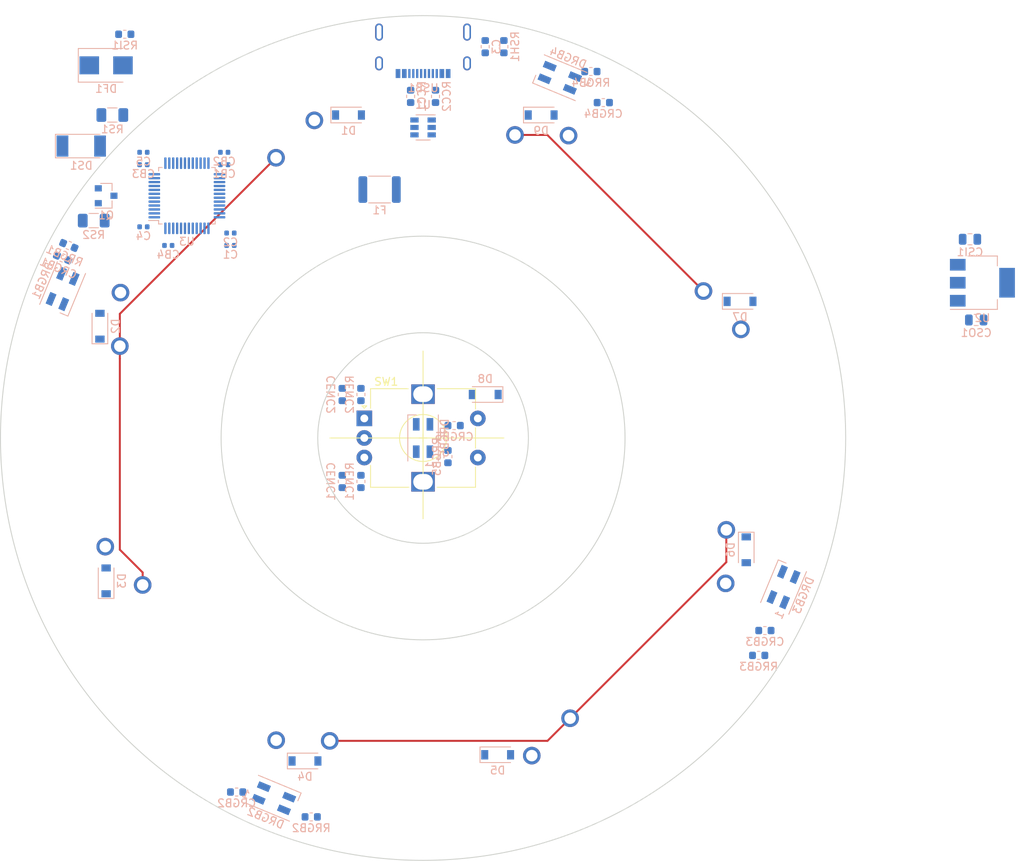
<source format=kicad_pcb>
(kicad_pcb (version 20171130) (host pcbnew "(5.1.4)-1")

  (general
    (thickness 1.6)
    (drawings 5)
    (tracks 12)
    (zones 0)
    (modules 62)
    (nets 85)
  )

  (page A4)
  (layers
    (0 F.Cu signal)
    (31 B.Cu signal)
    (32 B.Adhes user)
    (33 F.Adhes user)
    (34 B.Paste user)
    (35 F.Paste user)
    (36 B.SilkS user)
    (37 F.SilkS user)
    (38 B.Mask user)
    (39 F.Mask user)
    (40 Dwgs.User user)
    (41 Cmts.User user)
    (42 Eco1.User user)
    (43 Eco2.User user)
    (44 Edge.Cuts user)
    (45 Margin user)
    (46 B.CrtYd user)
    (47 F.CrtYd user)
    (48 B.Fab user)
    (49 F.Fab user)
  )

  (setup
    (last_trace_width 0.25)
    (trace_clearance 0.2)
    (zone_clearance 0.508)
    (zone_45_only no)
    (trace_min 0.2)
    (via_size 0.8)
    (via_drill 0.4)
    (via_min_size 0.4)
    (via_min_drill 0.3)
    (uvia_size 0.3)
    (uvia_drill 0.1)
    (uvias_allowed no)
    (uvia_min_size 0.2)
    (uvia_min_drill 0.1)
    (edge_width 0.05)
    (segment_width 0.2)
    (pcb_text_width 0.3)
    (pcb_text_size 1.5 1.5)
    (mod_edge_width 0.12)
    (mod_text_size 1 1)
    (mod_text_width 0.15)
    (pad_size 1.524 1.524)
    (pad_drill 0.762)
    (pad_to_mask_clearance 0.051)
    (solder_mask_min_width 0.25)
    (aux_axis_origin 0 0)
    (visible_elements FFFFFF7F)
    (pcbplotparams
      (layerselection 0x010fc_ffffffff)
      (usegerberextensions false)
      (usegerberattributes false)
      (usegerberadvancedattributes false)
      (creategerberjobfile false)
      (excludeedgelayer true)
      (linewidth 0.100000)
      (plotframeref false)
      (viasonmask false)
      (mode 1)
      (useauxorigin false)
      (hpglpennumber 1)
      (hpglpenspeed 20)
      (hpglpendiameter 15.000000)
      (psnegative false)
      (psa4output false)
      (plotreference true)
      (plotvalue true)
      (plotinvisibletext false)
      (padsonsilk false)
      (subtractmaskfromsilk false)
      (outputformat 1)
      (mirror false)
      (drillshape 1)
      (scaleselection 1)
      (outputdirectory ""))
  )

  (net 0 "")
  (net 1 GND)
  (net 2 VDDIO2)
  (net 3 "Net-(C3-Pad2)")
  (net 4 VBAT)
  (net 5 VDDA)
  (net 6 VDD1)
  (net 7 VDD2)
  (net 8 ENCB)
  (net 9 ENCA)
  (net 10 "Net-(CRGB1-Pad2)")
  (net 11 "Net-(CRGB2-Pad2)")
  (net 12 "Net-(CRGB3-Pad2)")
  (net 13 "Net-(CRGB4-Pad2)")
  (net 14 "Net-(CRGB5-Pad2)")
  (net 15 +5V)
  (net 16 +3V3)
  (net 17 "Net-(D1-Pad2)")
  (net 18 row0)
  (net 19 "Net-(D2-Pad2)")
  (net 20 row1)
  (net 21 "Net-(D3-Pad2)")
  (net 22 row2)
  (net 23 "Net-(D4-Pad2)")
  (net 24 "Net-(D5-Pad2)")
  (net 25 "Net-(D6-Pad2)")
  (net 26 "Net-(D7-Pad2)")
  (net 27 "Net-(D8-Pad2)")
  (net 28 "Net-(D9-Pad2)")
  (net 29 "Net-(DRGB1-Pad2)")
  (net 30 RGB_5V)
  (net 31 "Net-(DRGB2-Pad2)")
  (net 32 "Net-(DRGB3-Pad2)")
  (net 33 "Net-(DRGB4-Pad2)")
  (net 34 "Net-(DRGB5-Pad2)")
  (net 35 VBUS)
  (net 36 col0)
  (net 37 col1)
  (net 38 col2)
  (net 39 RGB_3V3)
  (net 40 "Net-(RCC1-Pad2)")
  (net 41 "Net-(RCC2-Pad2)")
  (net 42 D+)
  (net 43 "Net-(U1-Pad4)")
  (net 44 D-)
  (net 45 "Net-(U1-Pad1)")
  (net 46 "Net-(U3-Pad46)")
  (net 47 "Net-(U3-Pad45)")
  (net 48 BOOT0)
  (net 49 "Net-(U3-Pad43)")
  (net 50 "Net-(U3-Pad42)")
  (net 51 "Net-(U3-Pad41)")
  (net 52 "Net-(U3-Pad40)")
  (net 53 "Net-(U3-Pad39)")
  (net 54 "Net-(U3-Pad38)")
  (net 55 SWCLK)
  (net 56 SWDIO)
  (net 57 "Net-(U3-Pad31)")
  (net 58 "Net-(U3-Pad30)")
  (net 59 "Net-(U3-Pad29)")
  (net 60 "Net-(U3-Pad28)")
  (net 61 "Net-(U3-Pad27)")
  (net 62 "Net-(U3-Pad26)")
  (net 63 "Net-(U3-Pad25)")
  (net 64 "Net-(U3-Pad22)")
  (net 65 "Net-(U3-Pad21)")
  (net 66 "Net-(U3-Pad20)")
  (net 67 "Net-(U3-Pad19)")
  (net 68 "Net-(U3-Pad18)")
  (net 69 "Net-(U3-Pad17)")
  (net 70 "Net-(U3-Pad16)")
  (net 71 "Net-(U3-Pad15)")
  (net 72 "Net-(U3-Pad14)")
  (net 73 "Net-(U3-Pad13)")
  (net 74 "Net-(U3-Pad12)")
  (net 75 "Net-(U3-Pad11)")
  (net 76 "Net-(U3-Pad10)")
  (net 77 NRST)
  (net 78 "Net-(U3-Pad6)")
  (net 79 "Net-(U3-Pad5)")
  (net 80 "Net-(U3-Pad4)")
  (net 81 "Net-(U3-Pad3)")
  (net 82 "Net-(U3-Pad2)")
  (net 83 "Net-(USB1-Pad9)")
  (net 84 "Net-(USB1-Pad3)")

  (net_class Default "This is the default net class."
    (clearance 0.2)
    (trace_width 0.25)
    (via_dia 0.8)
    (via_drill 0.4)
    (uvia_dia 0.3)
    (uvia_drill 0.1)
    (add_net +3V3)
    (add_net +5V)
    (add_net BOOT0)
    (add_net D+)
    (add_net D-)
    (add_net ENCA)
    (add_net ENCB)
    (add_net GND)
    (add_net NRST)
    (add_net "Net-(C3-Pad2)")
    (add_net "Net-(CRGB1-Pad2)")
    (add_net "Net-(CRGB2-Pad2)")
    (add_net "Net-(CRGB3-Pad2)")
    (add_net "Net-(CRGB4-Pad2)")
    (add_net "Net-(CRGB5-Pad2)")
    (add_net "Net-(D1-Pad2)")
    (add_net "Net-(D2-Pad2)")
    (add_net "Net-(D3-Pad2)")
    (add_net "Net-(D4-Pad2)")
    (add_net "Net-(D5-Pad2)")
    (add_net "Net-(D6-Pad2)")
    (add_net "Net-(D7-Pad2)")
    (add_net "Net-(D8-Pad2)")
    (add_net "Net-(D9-Pad2)")
    (add_net "Net-(DRGB1-Pad2)")
    (add_net "Net-(DRGB2-Pad2)")
    (add_net "Net-(DRGB3-Pad2)")
    (add_net "Net-(DRGB4-Pad2)")
    (add_net "Net-(DRGB5-Pad2)")
    (add_net "Net-(RCC1-Pad2)")
    (add_net "Net-(RCC2-Pad2)")
    (add_net "Net-(U1-Pad1)")
    (add_net "Net-(U1-Pad4)")
    (add_net "Net-(U3-Pad10)")
    (add_net "Net-(U3-Pad11)")
    (add_net "Net-(U3-Pad12)")
    (add_net "Net-(U3-Pad13)")
    (add_net "Net-(U3-Pad14)")
    (add_net "Net-(U3-Pad15)")
    (add_net "Net-(U3-Pad16)")
    (add_net "Net-(U3-Pad17)")
    (add_net "Net-(U3-Pad18)")
    (add_net "Net-(U3-Pad19)")
    (add_net "Net-(U3-Pad2)")
    (add_net "Net-(U3-Pad20)")
    (add_net "Net-(U3-Pad21)")
    (add_net "Net-(U3-Pad22)")
    (add_net "Net-(U3-Pad25)")
    (add_net "Net-(U3-Pad26)")
    (add_net "Net-(U3-Pad27)")
    (add_net "Net-(U3-Pad28)")
    (add_net "Net-(U3-Pad29)")
    (add_net "Net-(U3-Pad3)")
    (add_net "Net-(U3-Pad30)")
    (add_net "Net-(U3-Pad31)")
    (add_net "Net-(U3-Pad38)")
    (add_net "Net-(U3-Pad39)")
    (add_net "Net-(U3-Pad4)")
    (add_net "Net-(U3-Pad40)")
    (add_net "Net-(U3-Pad41)")
    (add_net "Net-(U3-Pad42)")
    (add_net "Net-(U3-Pad43)")
    (add_net "Net-(U3-Pad45)")
    (add_net "Net-(U3-Pad46)")
    (add_net "Net-(U3-Pad5)")
    (add_net "Net-(U3-Pad6)")
    (add_net "Net-(USB1-Pad3)")
    (add_net "Net-(USB1-Pad9)")
    (add_net RGB_3V3)
    (add_net RGB_5V)
    (add_net SWCLK)
    (add_net SWDIO)
    (add_net VBAT)
    (add_net VBUS)
    (add_net VDD1)
    (add_net VDD2)
    (add_net VDDA)
    (add_net VDDIO2)
    (add_net col0)
    (add_net col1)
    (add_net col2)
    (add_net row0)
    (add_net row1)
    (add_net row2)
  )

  (module MX_Only:MXOnly-1U-NoLED (layer F.Cu) (tedit 5BD3C6C7) (tstamp 5F0290D6)
    (at 133.35 52.3875 337.5)
    (path /5F017632)
    (fp_text reference MX9 (at 0 3.175 157.5) (layer Dwgs.User)
      (effects (font (size 1 1) (thickness 0.15)))
    )
    (fp_text value MX-NoLED (at 0 -7.9375 157.5) (layer Dwgs.User)
      (effects (font (size 1 1) (thickness 0.15)))
    )
    (fp_line (start 5 -7) (end 7 -7) (layer Dwgs.User) (width 0.15))
    (fp_line (start 7 -7) (end 7 -5) (layer Dwgs.User) (width 0.15))
    (fp_line (start 5 7) (end 7 7) (layer Dwgs.User) (width 0.15))
    (fp_line (start 7 7) (end 7 5) (layer Dwgs.User) (width 0.15))
    (fp_line (start -7 5) (end -7 7) (layer Dwgs.User) (width 0.15))
    (fp_line (start -7 7) (end -5 7) (layer Dwgs.User) (width 0.15))
    (fp_line (start -5 -7) (end -7 -7) (layer Dwgs.User) (width 0.15))
    (fp_line (start -7 -7) (end -7 -5) (layer Dwgs.User) (width 0.15))
    (fp_line (start -9.525 -9.525) (end 9.525 -9.525) (layer Dwgs.User) (width 0.15))
    (fp_line (start 9.525 -9.525) (end 9.525 9.525) (layer Dwgs.User) (width 0.15))
    (fp_line (start 9.525 9.525) (end -9.525 9.525) (layer Dwgs.User) (width 0.15))
    (fp_line (start -9.525 9.525) (end -9.525 -9.525) (layer Dwgs.User) (width 0.15))
    (pad 2 thru_hole circle (at 2.54 -5.08 337.5) (size 2.25 2.25) (drill 1.47) (layers *.Cu B.Mask)
      (net 28 "Net-(D9-Pad2)"))
    (pad "" np_thru_hole circle (at 0 0 337.5) (size 3.9878 3.9878) (drill 3.9878) (layers *.Cu *.Mask))
    (pad 1 thru_hole circle (at -3.81 -2.54 337.5) (size 2.25 2.25) (drill 1.47) (layers *.Cu B.Mask)
      (net 38 col2))
    (pad "" np_thru_hole circle (at -5.08 0 25.5996) (size 1.75 1.75) (drill 1.75) (layers *.Cu *.Mask))
    (pad "" np_thru_hole circle (at 5.08 0 25.5996) (size 1.75 1.75) (drill 1.75) (layers *.Cu *.Mask))
  )

  (module MX_Only:MXOnly-1U-NoLED (layer F.Cu) (tedit 5BD3C6C7) (tstamp 5F02888E)
    (at 153.9875 73.025 292.5)
    (path /5F0150C8)
    (fp_text reference MX7 (at 0 3.175 112.5) (layer Dwgs.User)
      (effects (font (size 1 1) (thickness 0.15)))
    )
    (fp_text value MX-NoLED (at 0 -7.9375 112.5) (layer Dwgs.User)
      (effects (font (size 1 1) (thickness 0.15)))
    )
    (fp_line (start 5 -7) (end 7 -7) (layer Dwgs.User) (width 0.15))
    (fp_line (start 7 -7) (end 7 -5) (layer Dwgs.User) (width 0.15))
    (fp_line (start 5 7) (end 7 7) (layer Dwgs.User) (width 0.15))
    (fp_line (start 7 7) (end 7 5) (layer Dwgs.User) (width 0.15))
    (fp_line (start -7 5) (end -7 7) (layer Dwgs.User) (width 0.15))
    (fp_line (start -7 7) (end -5 7) (layer Dwgs.User) (width 0.15))
    (fp_line (start -5 -7) (end -7 -7) (layer Dwgs.User) (width 0.15))
    (fp_line (start -7 -7) (end -7 -5) (layer Dwgs.User) (width 0.15))
    (fp_line (start -9.525 -9.525) (end 9.525 -9.525) (layer Dwgs.User) (width 0.15))
    (fp_line (start 9.525 -9.525) (end 9.525 9.525) (layer Dwgs.User) (width 0.15))
    (fp_line (start 9.525 9.525) (end -9.525 9.525) (layer Dwgs.User) (width 0.15))
    (fp_line (start -9.525 9.525) (end -9.525 -9.525) (layer Dwgs.User) (width 0.15))
    (pad 2 thru_hole circle (at 2.54 -5.08 292.5) (size 2.25 2.25) (drill 1.47) (layers *.Cu B.Mask)
      (net 26 "Net-(D7-Pad2)"))
    (pad "" np_thru_hole circle (at 0 0 292.5) (size 3.9878 3.9878) (drill 3.9878) (layers *.Cu *.Mask))
    (pad 1 thru_hole circle (at -3.81 -2.54 292.5) (size 2.25 2.25) (drill 1.47) (layers *.Cu B.Mask)
      (net 38 col2))
    (pad "" np_thru_hole circle (at -5.08 0 340.5996) (size 1.75 1.75) (drill 1.75) (layers *.Cu *.Mask))
    (pad "" np_thru_hole circle (at 5.08 0 340.5996) (size 1.75 1.75) (drill 1.75) (layers *.Cu *.Mask))
  )

  (module MX_Only:MXOnly-1U-NoLED (layer F.Cu) (tedit 5BD3C6C7) (tstamp 5F0341C5)
    (at 153.9875 101.6 247.5)
    (path /5F01762C)
    (fp_text reference MX6 (at 0 3.175 67.5) (layer Dwgs.User)
      (effects (font (size 1 1) (thickness 0.15)))
    )
    (fp_text value MX-NoLED (at 0 -7.9375 67.5) (layer Dwgs.User)
      (effects (font (size 1 1) (thickness 0.15)))
    )
    (fp_line (start 5 -7) (end 7 -7) (layer Dwgs.User) (width 0.15))
    (fp_line (start 7 -7) (end 7 -5) (layer Dwgs.User) (width 0.15))
    (fp_line (start 5 7) (end 7 7) (layer Dwgs.User) (width 0.15))
    (fp_line (start 7 7) (end 7 5) (layer Dwgs.User) (width 0.15))
    (fp_line (start -7 5) (end -7 7) (layer Dwgs.User) (width 0.15))
    (fp_line (start -7 7) (end -5 7) (layer Dwgs.User) (width 0.15))
    (fp_line (start -5 -7) (end -7 -7) (layer Dwgs.User) (width 0.15))
    (fp_line (start -7 -7) (end -7 -5) (layer Dwgs.User) (width 0.15))
    (fp_line (start -9.525 -9.525) (end 9.525 -9.525) (layer Dwgs.User) (width 0.15))
    (fp_line (start 9.525 -9.525) (end 9.525 9.525) (layer Dwgs.User) (width 0.15))
    (fp_line (start 9.525 9.525) (end -9.525 9.525) (layer Dwgs.User) (width 0.15))
    (fp_line (start -9.525 9.525) (end -9.525 -9.525) (layer Dwgs.User) (width 0.15))
    (pad 2 thru_hole circle (at 2.54 -5.08 247.5) (size 2.25 2.25) (drill 1.47) (layers *.Cu B.Mask)
      (net 25 "Net-(D6-Pad2)"))
    (pad "" np_thru_hole circle (at 0 0 247.5) (size 3.9878 3.9878) (drill 3.9878) (layers *.Cu *.Mask))
    (pad 1 thru_hole circle (at -3.81 -2.54 247.5) (size 2.25 2.25) (drill 1.47) (layers *.Cu B.Mask)
      (net 37 col1))
    (pad "" np_thru_hole circle (at -5.08 0 295.5996) (size 1.75 1.75) (drill 1.75) (layers *.Cu *.Mask))
    (pad "" np_thru_hole circle (at 5.08 0 295.5996) (size 1.75 1.75) (drill 1.75) (layers *.Cu *.Mask))
  )

  (module MX_Only:MXOnly-1U-NoLED (layer F.Cu) (tedit 5BD3C6C7) (tstamp 5F034183)
    (at 133.35 122.2375 202.5)
    (path /5F016267)
    (fp_text reference MX5 (at 0 3.175 22.5) (layer Dwgs.User)
      (effects (font (size 1 1) (thickness 0.15)))
    )
    (fp_text value MX-NoLED (at 0 -7.9375 22.5) (layer Dwgs.User)
      (effects (font (size 1 1) (thickness 0.15)))
    )
    (fp_line (start 5 -7) (end 7 -7) (layer Dwgs.User) (width 0.15))
    (fp_line (start 7 -7) (end 7 -5) (layer Dwgs.User) (width 0.15))
    (fp_line (start 5 7) (end 7 7) (layer Dwgs.User) (width 0.15))
    (fp_line (start 7 7) (end 7 5) (layer Dwgs.User) (width 0.15))
    (fp_line (start -7 5) (end -7 7) (layer Dwgs.User) (width 0.15))
    (fp_line (start -7 7) (end -5 7) (layer Dwgs.User) (width 0.15))
    (fp_line (start -5 -7) (end -7 -7) (layer Dwgs.User) (width 0.15))
    (fp_line (start -7 -7) (end -7 -5) (layer Dwgs.User) (width 0.15))
    (fp_line (start -9.525 -9.525) (end 9.525 -9.525) (layer Dwgs.User) (width 0.15))
    (fp_line (start 9.525 -9.525) (end 9.525 9.525) (layer Dwgs.User) (width 0.15))
    (fp_line (start 9.525 9.525) (end -9.525 9.525) (layer Dwgs.User) (width 0.15))
    (fp_line (start -9.525 9.525) (end -9.525 -9.525) (layer Dwgs.User) (width 0.15))
    (pad 2 thru_hole circle (at 2.54 -5.08 202.5) (size 2.25 2.25) (drill 1.47) (layers *.Cu B.Mask)
      (net 24 "Net-(D5-Pad2)"))
    (pad "" np_thru_hole circle (at 0 0 202.5) (size 3.9878 3.9878) (drill 3.9878) (layers *.Cu *.Mask))
    (pad 1 thru_hole circle (at -3.81 -2.54 202.5) (size 2.25 2.25) (drill 1.47) (layers *.Cu B.Mask)
      (net 37 col1))
    (pad "" np_thru_hole circle (at -5.08 0 250.5996) (size 1.75 1.75) (drill 1.75) (layers *.Cu *.Mask))
    (pad "" np_thru_hole circle (at 5.08 0 250.5996) (size 1.75 1.75) (drill 1.75) (layers *.Cu *.Mask))
  )

  (module MX_Only:MXOnly-1U-NoLED (layer F.Cu) (tedit 5BD3C6C7) (tstamp 5F0342CD)
    (at 104.592 122.212 157.5)
    (path /5F012078)
    (fp_text reference MX4 (at 0 3.175 157.5) (layer Dwgs.User)
      (effects (font (size 1 1) (thickness 0.15)))
    )
    (fp_text value MX-NoLED (at 0 -7.9375 157.5) (layer Dwgs.User)
      (effects (font (size 1 1) (thickness 0.15)))
    )
    (fp_line (start 5 -7) (end 7 -7) (layer Dwgs.User) (width 0.15))
    (fp_line (start 7 -7) (end 7 -5) (layer Dwgs.User) (width 0.15))
    (fp_line (start 5 7) (end 7 7) (layer Dwgs.User) (width 0.15))
    (fp_line (start 7 7) (end 7 5) (layer Dwgs.User) (width 0.15))
    (fp_line (start -7 5) (end -7 7) (layer Dwgs.User) (width 0.15))
    (fp_line (start -7 7) (end -5 7) (layer Dwgs.User) (width 0.15))
    (fp_line (start -5 -7) (end -7 -7) (layer Dwgs.User) (width 0.15))
    (fp_line (start -7 -7) (end -7 -5) (layer Dwgs.User) (width 0.15))
    (fp_line (start -9.525 -9.525) (end 9.525 -9.525) (layer Dwgs.User) (width 0.15))
    (fp_line (start 9.525 -9.525) (end 9.525 9.525) (layer Dwgs.User) (width 0.15))
    (fp_line (start 9.525 9.525) (end -9.525 9.525) (layer Dwgs.User) (width 0.15))
    (fp_line (start -9.525 9.525) (end -9.525 -9.525) (layer Dwgs.User) (width 0.15))
    (pad 2 thru_hole circle (at 2.54 -5.08 157.5) (size 2.25 2.25) (drill 1.47) (layers *.Cu B.Mask)
      (net 23 "Net-(D4-Pad2)"))
    (pad "" np_thru_hole circle (at 0 0 157.5) (size 3.9878 3.9878) (drill 3.9878) (layers *.Cu *.Mask))
    (pad 1 thru_hole circle (at -3.81 -2.54 157.5) (size 2.25 2.25) (drill 1.47) (layers *.Cu B.Mask)
      (net 37 col1))
    (pad "" np_thru_hole circle (at -5.08 0 205.5996) (size 1.75 1.75) (drill 1.75) (layers *.Cu *.Mask))
    (pad "" np_thru_hole circle (at 5.08 0 205.5996) (size 1.75 1.75) (drill 1.75) (layers *.Cu *.Mask))
  )

  (module MX_Only:MXOnly-1U-NoLED (layer F.Cu) (tedit 5BD3C6C7) (tstamp 5F034249)
    (at 84.1375 101.6 112.5)
    (path /5F017626)
    (fp_text reference MX3 (at 0 3.175 112.5) (layer Dwgs.User)
      (effects (font (size 1 1) (thickness 0.15)))
    )
    (fp_text value MX-NoLED (at 0 -7.9375 112.5) (layer Dwgs.User)
      (effects (font (size 1 1) (thickness 0.15)))
    )
    (fp_line (start 5 -7) (end 7 -7) (layer Dwgs.User) (width 0.15))
    (fp_line (start 7 -7) (end 7 -5) (layer Dwgs.User) (width 0.15))
    (fp_line (start 5 7) (end 7 7) (layer Dwgs.User) (width 0.15))
    (fp_line (start 7 7) (end 7 5) (layer Dwgs.User) (width 0.15))
    (fp_line (start -7 5) (end -7 7) (layer Dwgs.User) (width 0.15))
    (fp_line (start -7 7) (end -5 7) (layer Dwgs.User) (width 0.15))
    (fp_line (start -5 -7) (end -7 -7) (layer Dwgs.User) (width 0.15))
    (fp_line (start -7 -7) (end -7 -5) (layer Dwgs.User) (width 0.15))
    (fp_line (start -9.525 -9.525) (end 9.525 -9.525) (layer Dwgs.User) (width 0.15))
    (fp_line (start 9.525 -9.525) (end 9.525 9.525) (layer Dwgs.User) (width 0.15))
    (fp_line (start 9.525 9.525) (end -9.525 9.525) (layer Dwgs.User) (width 0.15))
    (fp_line (start -9.525 9.525) (end -9.525 -9.525) (layer Dwgs.User) (width 0.15))
    (pad 2 thru_hole circle (at 2.54 -5.08 112.5) (size 2.25 2.25) (drill 1.47) (layers *.Cu B.Mask)
      (net 21 "Net-(D3-Pad2)"))
    (pad "" np_thru_hole circle (at 0 0 112.5) (size 3.9878 3.9878) (drill 3.9878) (layers *.Cu *.Mask))
    (pad 1 thru_hole circle (at -3.81 -2.54 112.5) (size 2.25 2.25) (drill 1.47) (layers *.Cu B.Mask)
      (net 36 col0))
    (pad "" np_thru_hole circle (at -5.08 0 160.5996) (size 1.75 1.75) (drill 1.75) (layers *.Cu *.Mask))
    (pad "" np_thru_hole circle (at 5.08 0 160.5996) (size 1.75 1.75) (drill 1.75) (layers *.Cu *.Mask))
  )

  (module MX_Only:MXOnly-1U-NoLED (layer F.Cu) (tedit 5BD3C6C7) (tstamp 5F02881B)
    (at 84.1375 73.025 67.5)
    (path /5F01625B)
    (fp_text reference MX2 (at 0 3.175 67.5) (layer Dwgs.User)
      (effects (font (size 1 1) (thickness 0.15)))
    )
    (fp_text value MX-NoLED (at 0 -7.9375 67.5) (layer Dwgs.User)
      (effects (font (size 1 1) (thickness 0.15)))
    )
    (fp_line (start 5 -7) (end 7 -7) (layer Dwgs.User) (width 0.15))
    (fp_line (start 7 -7) (end 7 -5) (layer Dwgs.User) (width 0.15))
    (fp_line (start 5 7) (end 7 7) (layer Dwgs.User) (width 0.15))
    (fp_line (start 7 7) (end 7 5) (layer Dwgs.User) (width 0.15))
    (fp_line (start -7 5) (end -7 7) (layer Dwgs.User) (width 0.15))
    (fp_line (start -7 7) (end -5 7) (layer Dwgs.User) (width 0.15))
    (fp_line (start -5 -7) (end -7 -7) (layer Dwgs.User) (width 0.15))
    (fp_line (start -7 -7) (end -7 -5) (layer Dwgs.User) (width 0.15))
    (fp_line (start -9.525 -9.525) (end 9.525 -9.525) (layer Dwgs.User) (width 0.15))
    (fp_line (start 9.525 -9.525) (end 9.525 9.525) (layer Dwgs.User) (width 0.15))
    (fp_line (start 9.525 9.525) (end -9.525 9.525) (layer Dwgs.User) (width 0.15))
    (fp_line (start -9.525 9.525) (end -9.525 -9.525) (layer Dwgs.User) (width 0.15))
    (pad 2 thru_hole circle (at 2.54 -5.08 67.5) (size 2.25 2.25) (drill 1.47) (layers *.Cu B.Mask)
      (net 19 "Net-(D2-Pad2)"))
    (pad "" np_thru_hole circle (at 0 0 67.5) (size 3.9878 3.9878) (drill 3.9878) (layers *.Cu *.Mask))
    (pad 1 thru_hole circle (at -3.81 -2.54 67.5) (size 2.25 2.25) (drill 1.47) (layers *.Cu B.Mask)
      (net 36 col0))
    (pad "" np_thru_hole circle (at -5.08 0 115.5996) (size 1.75 1.75) (drill 1.75) (layers *.Cu *.Mask))
    (pad "" np_thru_hole circle (at 5.08 0 115.5996) (size 1.75 1.75) (drill 1.75) (layers *.Cu *.Mask))
  )

  (module MX_Only:MXOnly-1U-NoLED (layer F.Cu) (tedit 5BD3C6C7) (tstamp 5F028804)
    (at 104.775 52.3875 22.5)
    (path /5F01161D)
    (fp_text reference MX1 (at 0 3.175 22.5) (layer Dwgs.User)
      (effects (font (size 1 1) (thickness 0.15)))
    )
    (fp_text value MX-NoLED (at 0 -7.9375 22.5) (layer Dwgs.User)
      (effects (font (size 1 1) (thickness 0.15)))
    )
    (fp_line (start 5 -7) (end 7 -7) (layer Dwgs.User) (width 0.15))
    (fp_line (start 7 -7) (end 7 -5) (layer Dwgs.User) (width 0.15))
    (fp_line (start 5 7) (end 7 7) (layer Dwgs.User) (width 0.15))
    (fp_line (start 7 7) (end 7 5) (layer Dwgs.User) (width 0.15))
    (fp_line (start -7 5) (end -7 7) (layer Dwgs.User) (width 0.15))
    (fp_line (start -7 7) (end -5 7) (layer Dwgs.User) (width 0.15))
    (fp_line (start -5 -7) (end -7 -7) (layer Dwgs.User) (width 0.15))
    (fp_line (start -7 -7) (end -7 -5) (layer Dwgs.User) (width 0.15))
    (fp_line (start -9.525 -9.525) (end 9.525 -9.525) (layer Dwgs.User) (width 0.15))
    (fp_line (start 9.525 -9.525) (end 9.525 9.525) (layer Dwgs.User) (width 0.15))
    (fp_line (start 9.525 9.525) (end -9.525 9.525) (layer Dwgs.User) (width 0.15))
    (fp_line (start -9.525 9.525) (end -9.525 -9.525) (layer Dwgs.User) (width 0.15))
    (pad 2 thru_hole circle (at 2.54 -5.08 22.5) (size 2.25 2.25) (drill 1.47) (layers *.Cu B.Mask)
      (net 17 "Net-(D1-Pad2)"))
    (pad "" np_thru_hole circle (at 0 0 22.5) (size 3.9878 3.9878) (drill 3.9878) (layers *.Cu *.Mask))
    (pad 1 thru_hole circle (at -3.81 -2.54 22.5) (size 2.25 2.25) (drill 1.47) (layers *.Cu B.Mask)
      (net 36 col0))
    (pad "" np_thru_hole circle (at -5.08 0 70.5996) (size 1.75 1.75) (drill 1.75) (layers *.Cu *.Mask))
    (pad "" np_thru_hole circle (at 5.08 0 70.5996) (size 1.75 1.75) (drill 1.75) (layers *.Cu *.Mask))
  )

  (module Rotary_Encoder:RotaryEncoder_Alps_EC12E-Switch_Vertical_H20mm (layer F.Cu) (tedit 5A64F492) (tstamp 5F02D5D1)
    (at 111.5568 84.8106)
    (descr "Alps rotary encoder, EC12E... with switch, vertical shaft, http://www.alps.com/prod/info/E/HTML/Encoder/Incremental/EC12E/EC12E1240405.html & http://cdn-reichelt.de/documents/datenblatt/F100/402097STEC12E08.PDF")
    (tags "rotary encoder")
    (path /5F3C5D77)
    (fp_text reference SW1 (at 2.8 -4.7) (layer F.SilkS)
      (effects (font (size 1 1) (thickness 0.15)))
    )
    (fp_text value Rotary_Encoder_Switch (at 7.5 10.4) (layer F.Fab)
      (effects (font (size 1 1) (thickness 0.15)))
    )
    (fp_circle (center 7.5 2.5) (end 10.5 2.5) (layer F.Fab) (width 0.12))
    (fp_circle (center 7.5 2.5) (end 10.5 2.5) (layer F.SilkS) (width 0.12))
    (fp_line (start 16 9.85) (end -1.5 9.85) (layer F.CrtYd) (width 0.05))
    (fp_line (start 16 9.85) (end 16 -4.85) (layer F.CrtYd) (width 0.05))
    (fp_line (start -1.5 -4.85) (end -1.5 9.85) (layer F.CrtYd) (width 0.05))
    (fp_line (start -1.5 -4.85) (end 16 -4.85) (layer F.CrtYd) (width 0.05))
    (fp_line (start 1.9 -3.7) (end 14.1 -3.7) (layer F.Fab) (width 0.12))
    (fp_line (start 14.1 -3.7) (end 14.1 8.7) (layer F.Fab) (width 0.12))
    (fp_line (start 14.1 8.7) (end 0.9 8.7) (layer F.Fab) (width 0.12))
    (fp_line (start 0.9 8.7) (end 0.9 -2.6) (layer F.Fab) (width 0.12))
    (fp_line (start 0.9 -2.6) (end 1.9 -3.7) (layer F.Fab) (width 0.12))
    (fp_line (start 9.3 -3.8) (end 14.2 -3.8) (layer F.SilkS) (width 0.12))
    (fp_line (start 14.2 8.8) (end 9.3 8.8) (layer F.SilkS) (width 0.12))
    (fp_line (start 5.7 8.8) (end 0.8 8.8) (layer F.SilkS) (width 0.12))
    (fp_line (start 0.8 8.8) (end 0.8 6) (layer F.SilkS) (width 0.12))
    (fp_line (start 5.6 -3.8) (end 0.8 -3.8) (layer F.SilkS) (width 0.12))
    (fp_line (start 0.8 -3.8) (end 0.8 -1.3) (layer F.SilkS) (width 0.12))
    (fp_line (start 0 -1.3) (end -0.3 -1.6) (layer F.SilkS) (width 0.12))
    (fp_line (start -0.3 -1.6) (end 0.3 -1.6) (layer F.SilkS) (width 0.12))
    (fp_line (start 0.3 -1.6) (end 0 -1.3) (layer F.SilkS) (width 0.12))
    (fp_line (start 7.5 -0.5) (end 7.5 5.5) (layer F.Fab) (width 0.12))
    (fp_line (start 4.5 2.5) (end 10.5 2.5) (layer F.Fab) (width 0.12))
    (fp_line (start 14.2 -3.8) (end 14.2 -1.2) (layer F.SilkS) (width 0.12))
    (fp_line (start 14.2 1.2) (end 14.2 3.8) (layer F.SilkS) (width 0.12))
    (fp_line (start 14.2 6.2) (end 14.2 8.8) (layer F.SilkS) (width 0.12))
    (fp_text user %R (at 11.5 6.6) (layer F.Fab)
      (effects (font (size 1 1) (thickness 0.15)))
    )
    (fp_line (start 7.5 2) (end 7.5 3) (layer F.SilkS) (width 0.12))
    (fp_line (start 7 2.5) (end 8 2.5) (layer F.SilkS) (width 0.12))
    (pad A thru_hole rect (at 0 0) (size 2 2) (drill 1) (layers *.Cu *.Mask)
      (net 9 ENCA))
    (pad C thru_hole circle (at 0 2.5) (size 2 2) (drill 1) (layers *.Cu *.Mask)
      (net 1 GND))
    (pad B thru_hole circle (at 0 5) (size 2 2) (drill 1) (layers *.Cu *.Mask)
      (net 8 ENCB))
    (pad MP thru_hole rect (at 7.5 -3.1) (size 3 2.5) (drill oval 2.5 2) (layers *.Cu *.Mask))
    (pad MP thru_hole rect (at 7.5 8.1) (size 3 2.5) (drill oval 2.5 2) (layers *.Cu *.Mask))
    (pad S1 thru_hole circle (at 14.5 0) (size 2 2) (drill 1) (layers *.Cu *.Mask)
      (net 27 "Net-(D8-Pad2)"))
    (pad S2 thru_hole circle (at 14.5 5) (size 2 2) (drill 1) (layers *.Cu *.Mask)
      (net 38 col2))
    (model ${KISYS3DMOD}/Rotary_Encoder.3dshapes/RotaryEncoder_Alps_EC12E-Switch_Vertical_H20mm.wrl
      (at (xyz 0 0 0))
      (scale (xyz 1 1 1))
      (rotate (xyz 0 0 0))
    )
  )

  (module Resistor_SMD:R_0603_1608Metric (layer B.Cu) (tedit 5B301BBD) (tstamp 5F028953)
    (at 122.2375 89.69375 270)
    (descr "Resistor SMD 0603 (1608 Metric), square (rectangular) end terminal, IPC_7351 nominal, (Body size source: http://www.tortai-tech.com/upload/download/2011102023233369053.pdf), generated with kicad-footprint-generator")
    (tags resistor)
    (path /5F276740)
    (attr smd)
    (fp_text reference RRGB5 (at 0 1.43 270) (layer B.SilkS)
      (effects (font (size 1 1) (thickness 0.15)) (justify mirror))
    )
    (fp_text value 5.1R (at 0 -1.43 270) (layer B.Fab)
      (effects (font (size 1 1) (thickness 0.15)) (justify mirror))
    )
    (fp_text user %R (at 0 0 270) (layer B.Fab)
      (effects (font (size 0.4 0.4) (thickness 0.06)) (justify mirror))
    )
    (fp_line (start 1.48 -0.73) (end -1.48 -0.73) (layer B.CrtYd) (width 0.05))
    (fp_line (start 1.48 0.73) (end 1.48 -0.73) (layer B.CrtYd) (width 0.05))
    (fp_line (start -1.48 0.73) (end 1.48 0.73) (layer B.CrtYd) (width 0.05))
    (fp_line (start -1.48 -0.73) (end -1.48 0.73) (layer B.CrtYd) (width 0.05))
    (fp_line (start -0.162779 -0.51) (end 0.162779 -0.51) (layer B.SilkS) (width 0.12))
    (fp_line (start -0.162779 0.51) (end 0.162779 0.51) (layer B.SilkS) (width 0.12))
    (fp_line (start 0.8 -0.4) (end -0.8 -0.4) (layer B.Fab) (width 0.1))
    (fp_line (start 0.8 0.4) (end 0.8 -0.4) (layer B.Fab) (width 0.1))
    (fp_line (start -0.8 0.4) (end 0.8 0.4) (layer B.Fab) (width 0.1))
    (fp_line (start -0.8 -0.4) (end -0.8 0.4) (layer B.Fab) (width 0.1))
    (pad 2 smd roundrect (at 0.7875 0 270) (size 0.875 0.95) (layers B.Cu B.Paste B.Mask) (roundrect_rratio 0.25)
      (net 14 "Net-(CRGB5-Pad2)"))
    (pad 1 smd roundrect (at -0.7875 0 270) (size 0.875 0.95) (layers B.Cu B.Paste B.Mask) (roundrect_rratio 0.25)
      (net 15 +5V))
    (model ${KISYS3DMOD}/Resistor_SMD.3dshapes/R_0603_1608Metric.wrl
      (at (xyz 0 0 0))
      (scale (xyz 1 1 1))
      (rotate (xyz 0 0 0))
    )
  )

  (module Resistor_SMD:R_0603_1608Metric (layer B.Cu) (tedit 5B301BBD) (tstamp 5F028942)
    (at 140.49375 40.48125)
    (descr "Resistor SMD 0603 (1608 Metric), square (rectangular) end terminal, IPC_7351 nominal, (Body size source: http://www.tortai-tech.com/upload/download/2011102023233369053.pdf), generated with kicad-footprint-generator")
    (tags resistor)
    (path /5F47B6C3)
    (attr smd)
    (fp_text reference RRGB4 (at 0 1.43) (layer B.SilkS)
      (effects (font (size 1 1) (thickness 0.15)) (justify mirror))
    )
    (fp_text value 5.1R (at 0 -1.43) (layer B.Fab)
      (effects (font (size 1 1) (thickness 0.15)) (justify mirror))
    )
    (fp_text user %R (at 0 0) (layer B.Fab)
      (effects (font (size 0.4 0.4) (thickness 0.06)) (justify mirror))
    )
    (fp_line (start 1.48 -0.73) (end -1.48 -0.73) (layer B.CrtYd) (width 0.05))
    (fp_line (start 1.48 0.73) (end 1.48 -0.73) (layer B.CrtYd) (width 0.05))
    (fp_line (start -1.48 0.73) (end 1.48 0.73) (layer B.CrtYd) (width 0.05))
    (fp_line (start -1.48 -0.73) (end -1.48 0.73) (layer B.CrtYd) (width 0.05))
    (fp_line (start -0.162779 -0.51) (end 0.162779 -0.51) (layer B.SilkS) (width 0.12))
    (fp_line (start -0.162779 0.51) (end 0.162779 0.51) (layer B.SilkS) (width 0.12))
    (fp_line (start 0.8 -0.4) (end -0.8 -0.4) (layer B.Fab) (width 0.1))
    (fp_line (start 0.8 0.4) (end 0.8 -0.4) (layer B.Fab) (width 0.1))
    (fp_line (start -0.8 0.4) (end 0.8 0.4) (layer B.Fab) (width 0.1))
    (fp_line (start -0.8 -0.4) (end -0.8 0.4) (layer B.Fab) (width 0.1))
    (pad 2 smd roundrect (at 0.7875 0) (size 0.875 0.95) (layers B.Cu B.Paste B.Mask) (roundrect_rratio 0.25)
      (net 13 "Net-(CRGB4-Pad2)"))
    (pad 1 smd roundrect (at -0.7875 0) (size 0.875 0.95) (layers B.Cu B.Paste B.Mask) (roundrect_rratio 0.25)
      (net 15 +5V))
    (model ${KISYS3DMOD}/Resistor_SMD.3dshapes/R_0603_1608Metric.wrl
      (at (xyz 0 0 0))
      (scale (xyz 1 1 1))
      (rotate (xyz 0 0 0))
    )
  )

  (module Resistor_SMD:R_0603_1608Metric (layer B.Cu) (tedit 5B301BBD) (tstamp 5F028931)
    (at 161.925 115.09375)
    (descr "Resistor SMD 0603 (1608 Metric), square (rectangular) end terminal, IPC_7351 nominal, (Body size source: http://www.tortai-tech.com/upload/download/2011102023233369053.pdf), generated with kicad-footprint-generator")
    (tags resistor)
    (path /5F48733A)
    (attr smd)
    (fp_text reference RRGB3 (at 0 1.43) (layer B.SilkS)
      (effects (font (size 1 1) (thickness 0.15)) (justify mirror))
    )
    (fp_text value 5.1R (at 0 -1.43) (layer B.Fab)
      (effects (font (size 1 1) (thickness 0.15)) (justify mirror))
    )
    (fp_text user %R (at 0 0) (layer B.Fab)
      (effects (font (size 0.4 0.4) (thickness 0.06)) (justify mirror))
    )
    (fp_line (start 1.48 -0.73) (end -1.48 -0.73) (layer B.CrtYd) (width 0.05))
    (fp_line (start 1.48 0.73) (end 1.48 -0.73) (layer B.CrtYd) (width 0.05))
    (fp_line (start -1.48 0.73) (end 1.48 0.73) (layer B.CrtYd) (width 0.05))
    (fp_line (start -1.48 -0.73) (end -1.48 0.73) (layer B.CrtYd) (width 0.05))
    (fp_line (start -0.162779 -0.51) (end 0.162779 -0.51) (layer B.SilkS) (width 0.12))
    (fp_line (start -0.162779 0.51) (end 0.162779 0.51) (layer B.SilkS) (width 0.12))
    (fp_line (start 0.8 -0.4) (end -0.8 -0.4) (layer B.Fab) (width 0.1))
    (fp_line (start 0.8 0.4) (end 0.8 -0.4) (layer B.Fab) (width 0.1))
    (fp_line (start -0.8 0.4) (end 0.8 0.4) (layer B.Fab) (width 0.1))
    (fp_line (start -0.8 -0.4) (end -0.8 0.4) (layer B.Fab) (width 0.1))
    (pad 2 smd roundrect (at 0.7875 0) (size 0.875 0.95) (layers B.Cu B.Paste B.Mask) (roundrect_rratio 0.25)
      (net 12 "Net-(CRGB3-Pad2)"))
    (pad 1 smd roundrect (at -0.7875 0) (size 0.875 0.95) (layers B.Cu B.Paste B.Mask) (roundrect_rratio 0.25)
      (net 15 +5V))
    (model ${KISYS3DMOD}/Resistor_SMD.3dshapes/R_0603_1608Metric.wrl
      (at (xyz 0 0 0))
      (scale (xyz 1 1 1))
      (rotate (xyz 0 0 0))
    )
  )

  (module Resistor_SMD:R_0603_1608Metric (layer B.Cu) (tedit 5B301BBD) (tstamp 5F028920)
    (at 104.775 135.73125)
    (descr "Resistor SMD 0603 (1608 Metric), square (rectangular) end terminal, IPC_7351 nominal, (Body size source: http://www.tortai-tech.com/upload/download/2011102023233369053.pdf), generated with kicad-footprint-generator")
    (tags resistor)
    (path /5F493425)
    (attr smd)
    (fp_text reference RRGB2 (at 0 1.43) (layer B.SilkS)
      (effects (font (size 1 1) (thickness 0.15)) (justify mirror))
    )
    (fp_text value 5.1R (at 0 -1.43) (layer B.Fab)
      (effects (font (size 1 1) (thickness 0.15)) (justify mirror))
    )
    (fp_text user %R (at 0 0) (layer B.Fab)
      (effects (font (size 0.4 0.4) (thickness 0.06)) (justify mirror))
    )
    (fp_line (start 1.48 -0.73) (end -1.48 -0.73) (layer B.CrtYd) (width 0.05))
    (fp_line (start 1.48 0.73) (end 1.48 -0.73) (layer B.CrtYd) (width 0.05))
    (fp_line (start -1.48 0.73) (end 1.48 0.73) (layer B.CrtYd) (width 0.05))
    (fp_line (start -1.48 -0.73) (end -1.48 0.73) (layer B.CrtYd) (width 0.05))
    (fp_line (start -0.162779 -0.51) (end 0.162779 -0.51) (layer B.SilkS) (width 0.12))
    (fp_line (start -0.162779 0.51) (end 0.162779 0.51) (layer B.SilkS) (width 0.12))
    (fp_line (start 0.8 -0.4) (end -0.8 -0.4) (layer B.Fab) (width 0.1))
    (fp_line (start 0.8 0.4) (end 0.8 -0.4) (layer B.Fab) (width 0.1))
    (fp_line (start -0.8 0.4) (end 0.8 0.4) (layer B.Fab) (width 0.1))
    (fp_line (start -0.8 -0.4) (end -0.8 0.4) (layer B.Fab) (width 0.1))
    (pad 2 smd roundrect (at 0.7875 0) (size 0.875 0.95) (layers B.Cu B.Paste B.Mask) (roundrect_rratio 0.25)
      (net 11 "Net-(CRGB2-Pad2)"))
    (pad 1 smd roundrect (at -0.7875 0) (size 0.875 0.95) (layers B.Cu B.Paste B.Mask) (roundrect_rratio 0.25)
      (net 15 +5V))
    (model ${KISYS3DMOD}/Resistor_SMD.3dshapes/R_0603_1608Metric.wrl
      (at (xyz 0 0 0))
      (scale (xyz 1 1 1))
      (rotate (xyz 0 0 0))
    )
  )

  (module Resistor_SMD:R_0603_1608Metric (layer B.Cu) (tedit 5B301BBD) (tstamp 5F02890F)
    (at 73.81875 62.70625 337.5)
    (descr "Resistor SMD 0603 (1608 Metric), square (rectangular) end terminal, IPC_7351 nominal, (Body size source: http://www.tortai-tech.com/upload/download/2011102023233369053.pdf), generated with kicad-footprint-generator")
    (tags resistor)
    (path /5F4A0379)
    (attr smd)
    (fp_text reference RRGB1 (at 0 1.43 157.5) (layer B.SilkS)
      (effects (font (size 1 1) (thickness 0.15)) (justify mirror))
    )
    (fp_text value 5.1R (at 0 -1.43 157.5) (layer B.Fab)
      (effects (font (size 1 1) (thickness 0.15)) (justify mirror))
    )
    (fp_text user %R (at 0 0 157.5) (layer B.Fab)
      (effects (font (size 0.4 0.4) (thickness 0.06)) (justify mirror))
    )
    (fp_line (start 1.48 -0.73) (end -1.48 -0.73) (layer B.CrtYd) (width 0.05))
    (fp_line (start 1.48 0.73) (end 1.48 -0.73) (layer B.CrtYd) (width 0.05))
    (fp_line (start -1.48 0.73) (end 1.48 0.73) (layer B.CrtYd) (width 0.05))
    (fp_line (start -1.48 -0.73) (end -1.48 0.73) (layer B.CrtYd) (width 0.05))
    (fp_line (start -0.162779 -0.51) (end 0.162779 -0.51) (layer B.SilkS) (width 0.12))
    (fp_line (start -0.162779 0.51) (end 0.162779 0.51) (layer B.SilkS) (width 0.12))
    (fp_line (start 0.8 -0.4) (end -0.8 -0.4) (layer B.Fab) (width 0.1))
    (fp_line (start 0.8 0.4) (end 0.8 -0.4) (layer B.Fab) (width 0.1))
    (fp_line (start -0.8 0.4) (end 0.8 0.4) (layer B.Fab) (width 0.1))
    (fp_line (start -0.8 -0.4) (end -0.8 0.4) (layer B.Fab) (width 0.1))
    (pad 2 smd roundrect (at 0.7875 0 337.5) (size 0.875 0.95) (layers B.Cu B.Paste B.Mask) (roundrect_rratio 0.25)
      (net 10 "Net-(CRGB1-Pad2)"))
    (pad 1 smd roundrect (at -0.7875 0 337.5) (size 0.875 0.95) (layers B.Cu B.Paste B.Mask) (roundrect_rratio 0.25)
      (net 15 +5V))
    (model ${KISYS3DMOD}/Resistor_SMD.3dshapes/R_0603_1608Metric.wrl
      (at (xyz 0 0 0))
      (scale (xyz 1 1 1))
      (rotate (xyz 0 0 0))
    )
  )

  (module Type-C:HRO-TYPE-C-31-M-13 (layer B.Cu) (tedit 5C5191F3) (tstamp 5F028A62)
    (at 119.0625 33.3375)
    (path /5F04F7D3)
    (attr smd)
    (fp_text reference USB1 (at 0 9.25) (layer B.SilkS)
      (effects (font (size 1 1) (thickness 0.15)) (justify mirror))
    )
    (fp_text value HRO-TYPE-C-31-M-13 (at 0 -1.15) (layer Dwgs.User)
      (effects (font (size 1 1) (thickness 0.15)))
    )
    (fp_line (start 3.6 8.1) (end 3.6 6.8) (layer B.Fab) (width 0.15))
    (fp_line (start -3.6 8.1) (end 3.6 8.1) (layer B.Fab) (width 0.15))
    (fp_line (start -3.6 6.8) (end -3.6 8.1) (layer B.Fab) (width 0.15))
    (fp_line (start 4.8 0) (end -4.8 0) (layer B.Fab) (width 0.15))
    (fp_line (start -4.8 0) (end -7 0) (layer Dwgs.User) (width 0.15))
    (fp_line (start 4.8 6.8) (end -4.8 6.8) (layer B.Fab) (width 0.15))
    (fp_line (start 4.8 6.8) (end 4.8 0) (layer B.Fab) (width 0.15))
    (fp_line (start -4.8 6.8) (end -4.8 0) (layer B.Fab) (width 0.15))
    (fp_text user %R (at 0 9.25) (layer B.Fab)
      (effects (font (size 1 1) (thickness 0.15)) (justify mirror))
    )
    (fp_line (start 7 0) (end 4.8 0) (layer Dwgs.User) (width 0.15))
    (pad 13 thru_hole oval (at 5.62 2.1) (size 1 2.2) (drill oval 0.6 1.8) (layers *.Cu *.Mask)
      (net 3 "Net-(C3-Pad2)"))
    (pad 13 thru_hole oval (at -5.62 2.1) (size 1 2.2) (drill oval 0.6 1.8) (layers *.Cu *.Mask)
      (net 3 "Net-(C3-Pad2)"))
    (pad 13 thru_hole oval (at 5.62 6.1) (size 1 1.8) (drill oval 0.6 1.4) (layers *.Cu *.Mask)
      (net 3 "Net-(C3-Pad2)"))
    (pad 13 thru_hole oval (at -5.62 6.1) (size 1 1.8) (drill oval 0.6 1.4) (layers *.Cu *.Mask)
      (net 3 "Net-(C3-Pad2)"))
    (pad 6 smd rect (at -0.25 7.4) (size 0.3 1.15) (layers B.Cu B.Paste B.Mask)
      (net 42 D+))
    (pad 7 smd rect (at 0.25 7.4) (size 0.3 1.15) (layers B.Cu B.Paste B.Mask)
      (net 44 D-))
    (pad 8 smd rect (at 0.75 7.4) (size 0.3 1.15) (layers B.Cu B.Paste B.Mask)
      (net 42 D+))
    (pad 5 smd rect (at -0.75 7.4) (size 0.3 1.15) (layers B.Cu B.Paste B.Mask)
      (net 44 D-))
    (pad 9 smd rect (at 1.25 7.4) (size 0.3 1.15) (layers B.Cu B.Paste B.Mask)
      (net 83 "Net-(USB1-Pad9)"))
    (pad 4 smd rect (at -1.25 7.4) (size 0.3 1.15) (layers B.Cu B.Paste B.Mask)
      (net 40 "Net-(RCC1-Pad2)"))
    (pad 10 smd rect (at 1.75 7.4) (size 0.3 1.15) (layers B.Cu B.Paste B.Mask)
      (net 41 "Net-(RCC2-Pad2)"))
    (pad 3 smd rect (at -1.75 7.4) (size 0.3 1.15) (layers B.Cu B.Paste B.Mask)
      (net 84 "Net-(USB1-Pad3)"))
    (pad 2 smd rect (at -2.4 7.4) (size 0.6 1.15) (layers B.Cu B.Paste B.Mask)
      (net 35 VBUS))
    (pad 11 smd rect (at 2.4 7.4) (size 0.6 1.15) (layers B.Cu B.Paste B.Mask)
      (net 35 VBUS))
    (pad 1 smd rect (at -3.2 7.4) (size 0.6 1.15) (layers B.Cu B.Paste B.Mask)
      (net 1 GND))
    (pad 12 smd rect (at 3.2 7.4) (size 0.6 1.15) (layers B.Cu B.Paste B.Mask)
      (net 1 GND))
  )

  (module Package_QFP:LQFP-48_7x7mm_P0.5mm (layer B.Cu) (tedit 5D9F72AF) (tstamp 5F0335BC)
    (at 88.9 56.35625)
    (descr "LQFP, 48 Pin (https://www.analog.com/media/en/technical-documentation/data-sheets/ltc2358-16.pdf), generated with kicad-footprint-generator ipc_gullwing_generator.py")
    (tags "LQFP QFP")
    (path /5EFFFFB0)
    (attr smd)
    (fp_text reference U3 (at 0 5.85) (layer B.SilkS)
      (effects (font (size 1 1) (thickness 0.15)) (justify mirror))
    )
    (fp_text value STM32F072CBTx (at 0 -5.85) (layer B.Fab)
      (effects (font (size 1 1) (thickness 0.15)) (justify mirror))
    )
    (fp_text user %R (at 0 0) (layer B.Fab)
      (effects (font (size 1 1) (thickness 0.15)) (justify mirror))
    )
    (fp_line (start 5.15 -3.15) (end 5.15 0) (layer B.CrtYd) (width 0.05))
    (fp_line (start 3.75 -3.15) (end 5.15 -3.15) (layer B.CrtYd) (width 0.05))
    (fp_line (start 3.75 -3.75) (end 3.75 -3.15) (layer B.CrtYd) (width 0.05))
    (fp_line (start 3.15 -3.75) (end 3.75 -3.75) (layer B.CrtYd) (width 0.05))
    (fp_line (start 3.15 -5.15) (end 3.15 -3.75) (layer B.CrtYd) (width 0.05))
    (fp_line (start 0 -5.15) (end 3.15 -5.15) (layer B.CrtYd) (width 0.05))
    (fp_line (start -5.15 -3.15) (end -5.15 0) (layer B.CrtYd) (width 0.05))
    (fp_line (start -3.75 -3.15) (end -5.15 -3.15) (layer B.CrtYd) (width 0.05))
    (fp_line (start -3.75 -3.75) (end -3.75 -3.15) (layer B.CrtYd) (width 0.05))
    (fp_line (start -3.15 -3.75) (end -3.75 -3.75) (layer B.CrtYd) (width 0.05))
    (fp_line (start -3.15 -5.15) (end -3.15 -3.75) (layer B.CrtYd) (width 0.05))
    (fp_line (start 0 -5.15) (end -3.15 -5.15) (layer B.CrtYd) (width 0.05))
    (fp_line (start 5.15 3.15) (end 5.15 0) (layer B.CrtYd) (width 0.05))
    (fp_line (start 3.75 3.15) (end 5.15 3.15) (layer B.CrtYd) (width 0.05))
    (fp_line (start 3.75 3.75) (end 3.75 3.15) (layer B.CrtYd) (width 0.05))
    (fp_line (start 3.15 3.75) (end 3.75 3.75) (layer B.CrtYd) (width 0.05))
    (fp_line (start 3.15 5.15) (end 3.15 3.75) (layer B.CrtYd) (width 0.05))
    (fp_line (start 0 5.15) (end 3.15 5.15) (layer B.CrtYd) (width 0.05))
    (fp_line (start -5.15 3.15) (end -5.15 0) (layer B.CrtYd) (width 0.05))
    (fp_line (start -3.75 3.15) (end -5.15 3.15) (layer B.CrtYd) (width 0.05))
    (fp_line (start -3.75 3.75) (end -3.75 3.15) (layer B.CrtYd) (width 0.05))
    (fp_line (start -3.15 3.75) (end -3.75 3.75) (layer B.CrtYd) (width 0.05))
    (fp_line (start -3.15 5.15) (end -3.15 3.75) (layer B.CrtYd) (width 0.05))
    (fp_line (start 0 5.15) (end -3.15 5.15) (layer B.CrtYd) (width 0.05))
    (fp_line (start -3.5 2.5) (end -2.5 3.5) (layer B.Fab) (width 0.1))
    (fp_line (start -3.5 -3.5) (end -3.5 2.5) (layer B.Fab) (width 0.1))
    (fp_line (start 3.5 -3.5) (end -3.5 -3.5) (layer B.Fab) (width 0.1))
    (fp_line (start 3.5 3.5) (end 3.5 -3.5) (layer B.Fab) (width 0.1))
    (fp_line (start -2.5 3.5) (end 3.5 3.5) (layer B.Fab) (width 0.1))
    (fp_line (start -3.61 3.16) (end -4.9 3.16) (layer B.SilkS) (width 0.12))
    (fp_line (start -3.61 3.61) (end -3.61 3.16) (layer B.SilkS) (width 0.12))
    (fp_line (start -3.16 3.61) (end -3.61 3.61) (layer B.SilkS) (width 0.12))
    (fp_line (start 3.61 3.61) (end 3.61 3.16) (layer B.SilkS) (width 0.12))
    (fp_line (start 3.16 3.61) (end 3.61 3.61) (layer B.SilkS) (width 0.12))
    (fp_line (start -3.61 -3.61) (end -3.61 -3.16) (layer B.SilkS) (width 0.12))
    (fp_line (start -3.16 -3.61) (end -3.61 -3.61) (layer B.SilkS) (width 0.12))
    (fp_line (start 3.61 -3.61) (end 3.61 -3.16) (layer B.SilkS) (width 0.12))
    (fp_line (start 3.16 -3.61) (end 3.61 -3.61) (layer B.SilkS) (width 0.12))
    (pad 48 smd roundrect (at -2.75 4.1625) (size 0.3 1.475) (layers B.Cu B.Paste B.Mask) (roundrect_rratio 0.25)
      (net 7 VDD2))
    (pad 47 smd roundrect (at -2.25 4.1625) (size 0.3 1.475) (layers B.Cu B.Paste B.Mask) (roundrect_rratio 0.25)
      (net 1 GND))
    (pad 46 smd roundrect (at -1.75 4.1625) (size 0.3 1.475) (layers B.Cu B.Paste B.Mask) (roundrect_rratio 0.25)
      (net 46 "Net-(U3-Pad46)"))
    (pad 45 smd roundrect (at -1.25 4.1625) (size 0.3 1.475) (layers B.Cu B.Paste B.Mask) (roundrect_rratio 0.25)
      (net 47 "Net-(U3-Pad45)"))
    (pad 44 smd roundrect (at -0.75 4.1625) (size 0.3 1.475) (layers B.Cu B.Paste B.Mask) (roundrect_rratio 0.25)
      (net 48 BOOT0))
    (pad 43 smd roundrect (at -0.25 4.1625) (size 0.3 1.475) (layers B.Cu B.Paste B.Mask) (roundrect_rratio 0.25)
      (net 49 "Net-(U3-Pad43)"))
    (pad 42 smd roundrect (at 0.25 4.1625) (size 0.3 1.475) (layers B.Cu B.Paste B.Mask) (roundrect_rratio 0.25)
      (net 50 "Net-(U3-Pad42)"))
    (pad 41 smd roundrect (at 0.75 4.1625) (size 0.3 1.475) (layers B.Cu B.Paste B.Mask) (roundrect_rratio 0.25)
      (net 51 "Net-(U3-Pad41)"))
    (pad 40 smd roundrect (at 1.25 4.1625) (size 0.3 1.475) (layers B.Cu B.Paste B.Mask) (roundrect_rratio 0.25)
      (net 52 "Net-(U3-Pad40)"))
    (pad 39 smd roundrect (at 1.75 4.1625) (size 0.3 1.475) (layers B.Cu B.Paste B.Mask) (roundrect_rratio 0.25)
      (net 53 "Net-(U3-Pad39)"))
    (pad 38 smd roundrect (at 2.25 4.1625) (size 0.3 1.475) (layers B.Cu B.Paste B.Mask) (roundrect_rratio 0.25)
      (net 54 "Net-(U3-Pad38)"))
    (pad 37 smd roundrect (at 2.75 4.1625) (size 0.3 1.475) (layers B.Cu B.Paste B.Mask) (roundrect_rratio 0.25)
      (net 55 SWCLK))
    (pad 36 smd roundrect (at 4.1625 2.75) (size 1.475 0.3) (layers B.Cu B.Paste B.Mask) (roundrect_rratio 0.25)
      (net 2 VDDIO2))
    (pad 35 smd roundrect (at 4.1625 2.25) (size 1.475 0.3) (layers B.Cu B.Paste B.Mask) (roundrect_rratio 0.25)
      (net 1 GND))
    (pad 34 smd roundrect (at 4.1625 1.75) (size 1.475 0.3) (layers B.Cu B.Paste B.Mask) (roundrect_rratio 0.25)
      (net 56 SWDIO))
    (pad 33 smd roundrect (at 4.1625 1.25) (size 1.475 0.3) (layers B.Cu B.Paste B.Mask) (roundrect_rratio 0.25)
      (net 42 D+))
    (pad 32 smd roundrect (at 4.1625 0.75) (size 1.475 0.3) (layers B.Cu B.Paste B.Mask) (roundrect_rratio 0.25)
      (net 44 D-))
    (pad 31 smd roundrect (at 4.1625 0.25) (size 1.475 0.3) (layers B.Cu B.Paste B.Mask) (roundrect_rratio 0.25)
      (net 57 "Net-(U3-Pad31)"))
    (pad 30 smd roundrect (at 4.1625 -0.25) (size 1.475 0.3) (layers B.Cu B.Paste B.Mask) (roundrect_rratio 0.25)
      (net 58 "Net-(U3-Pad30)"))
    (pad 29 smd roundrect (at 4.1625 -0.75) (size 1.475 0.3) (layers B.Cu B.Paste B.Mask) (roundrect_rratio 0.25)
      (net 59 "Net-(U3-Pad29)"))
    (pad 28 smd roundrect (at 4.1625 -1.25) (size 1.475 0.3) (layers B.Cu B.Paste B.Mask) (roundrect_rratio 0.25)
      (net 60 "Net-(U3-Pad28)"))
    (pad 27 smd roundrect (at 4.1625 -1.75) (size 1.475 0.3) (layers B.Cu B.Paste B.Mask) (roundrect_rratio 0.25)
      (net 61 "Net-(U3-Pad27)"))
    (pad 26 smd roundrect (at 4.1625 -2.25) (size 1.475 0.3) (layers B.Cu B.Paste B.Mask) (roundrect_rratio 0.25)
      (net 62 "Net-(U3-Pad26)"))
    (pad 25 smd roundrect (at 4.1625 -2.75) (size 1.475 0.3) (layers B.Cu B.Paste B.Mask) (roundrect_rratio 0.25)
      (net 63 "Net-(U3-Pad25)"))
    (pad 24 smd roundrect (at 2.75 -4.1625) (size 0.3 1.475) (layers B.Cu B.Paste B.Mask) (roundrect_rratio 0.25)
      (net 6 VDD1))
    (pad 23 smd roundrect (at 2.25 -4.1625) (size 0.3 1.475) (layers B.Cu B.Paste B.Mask) (roundrect_rratio 0.25)
      (net 1 GND))
    (pad 22 smd roundrect (at 1.75 -4.1625) (size 0.3 1.475) (layers B.Cu B.Paste B.Mask) (roundrect_rratio 0.25)
      (net 64 "Net-(U3-Pad22)"))
    (pad 21 smd roundrect (at 1.25 -4.1625) (size 0.3 1.475) (layers B.Cu B.Paste B.Mask) (roundrect_rratio 0.25)
      (net 65 "Net-(U3-Pad21)"))
    (pad 20 smd roundrect (at 0.75 -4.1625) (size 0.3 1.475) (layers B.Cu B.Paste B.Mask) (roundrect_rratio 0.25)
      (net 66 "Net-(U3-Pad20)"))
    (pad 19 smd roundrect (at 0.25 -4.1625) (size 0.3 1.475) (layers B.Cu B.Paste B.Mask) (roundrect_rratio 0.25)
      (net 67 "Net-(U3-Pad19)"))
    (pad 18 smd roundrect (at -0.25 -4.1625) (size 0.3 1.475) (layers B.Cu B.Paste B.Mask) (roundrect_rratio 0.25)
      (net 68 "Net-(U3-Pad18)"))
    (pad 17 smd roundrect (at -0.75 -4.1625) (size 0.3 1.475) (layers B.Cu B.Paste B.Mask) (roundrect_rratio 0.25)
      (net 69 "Net-(U3-Pad17)"))
    (pad 16 smd roundrect (at -1.25 -4.1625) (size 0.3 1.475) (layers B.Cu B.Paste B.Mask) (roundrect_rratio 0.25)
      (net 70 "Net-(U3-Pad16)"))
    (pad 15 smd roundrect (at -1.75 -4.1625) (size 0.3 1.475) (layers B.Cu B.Paste B.Mask) (roundrect_rratio 0.25)
      (net 71 "Net-(U3-Pad15)"))
    (pad 14 smd roundrect (at -2.25 -4.1625) (size 0.3 1.475) (layers B.Cu B.Paste B.Mask) (roundrect_rratio 0.25)
      (net 72 "Net-(U3-Pad14)"))
    (pad 13 smd roundrect (at -2.75 -4.1625) (size 0.3 1.475) (layers B.Cu B.Paste B.Mask) (roundrect_rratio 0.25)
      (net 73 "Net-(U3-Pad13)"))
    (pad 12 smd roundrect (at -4.1625 -2.75) (size 1.475 0.3) (layers B.Cu B.Paste B.Mask) (roundrect_rratio 0.25)
      (net 74 "Net-(U3-Pad12)"))
    (pad 11 smd roundrect (at -4.1625 -2.25) (size 1.475 0.3) (layers B.Cu B.Paste B.Mask) (roundrect_rratio 0.25)
      (net 75 "Net-(U3-Pad11)"))
    (pad 10 smd roundrect (at -4.1625 -1.75) (size 1.475 0.3) (layers B.Cu B.Paste B.Mask) (roundrect_rratio 0.25)
      (net 76 "Net-(U3-Pad10)"))
    (pad 9 smd roundrect (at -4.1625 -1.25) (size 1.475 0.3) (layers B.Cu B.Paste B.Mask) (roundrect_rratio 0.25)
      (net 5 VDDA))
    (pad 8 smd roundrect (at -4.1625 -0.75) (size 1.475 0.3) (layers B.Cu B.Paste B.Mask) (roundrect_rratio 0.25)
      (net 1 GND))
    (pad 7 smd roundrect (at -4.1625 -0.25) (size 1.475 0.3) (layers B.Cu B.Paste B.Mask) (roundrect_rratio 0.25)
      (net 77 NRST))
    (pad 6 smd roundrect (at -4.1625 0.25) (size 1.475 0.3) (layers B.Cu B.Paste B.Mask) (roundrect_rratio 0.25)
      (net 78 "Net-(U3-Pad6)"))
    (pad 5 smd roundrect (at -4.1625 0.75) (size 1.475 0.3) (layers B.Cu B.Paste B.Mask) (roundrect_rratio 0.25)
      (net 79 "Net-(U3-Pad5)"))
    (pad 4 smd roundrect (at -4.1625 1.25) (size 1.475 0.3) (layers B.Cu B.Paste B.Mask) (roundrect_rratio 0.25)
      (net 80 "Net-(U3-Pad4)"))
    (pad 3 smd roundrect (at -4.1625 1.75) (size 1.475 0.3) (layers B.Cu B.Paste B.Mask) (roundrect_rratio 0.25)
      (net 81 "Net-(U3-Pad3)"))
    (pad 2 smd roundrect (at -4.1625 2.25) (size 1.475 0.3) (layers B.Cu B.Paste B.Mask) (roundrect_rratio 0.25)
      (net 82 "Net-(U3-Pad2)"))
    (pad 1 smd roundrect (at -4.1625 2.75) (size 1.475 0.3) (layers B.Cu B.Paste B.Mask) (roundrect_rratio 0.25)
      (net 4 VBAT))
    (model ${KISYS3DMOD}/Package_QFP.3dshapes/LQFP-48_7x7mm_P0.5mm.wrl
      (at (xyz 0 0 0))
      (scale (xyz 1 1 1))
      (rotate (xyz 0 0 0))
    )
  )

  (module Package_TO_SOT_SMD:SOT-223-3_TabPin2 (layer B.Cu) (tedit 5A02FF57) (tstamp 5F0289E9)
    (at 190.5 67.46875)
    (descr "module CMS SOT223 4 pins")
    (tags "CMS SOT")
    (path /5F0B4164)
    (attr smd)
    (fp_text reference U2 (at 0 4.5) (layer B.SilkS)
      (effects (font (size 1 1) (thickness 0.15)) (justify mirror))
    )
    (fp_text value AMS1117-5.0 (at 0 -4.5) (layer B.Fab)
      (effects (font (size 1 1) (thickness 0.15)) (justify mirror))
    )
    (fp_line (start 1.85 3.35) (end 1.85 -3.35) (layer B.Fab) (width 0.1))
    (fp_line (start -1.85 -3.35) (end 1.85 -3.35) (layer B.Fab) (width 0.1))
    (fp_line (start -4.1 3.41) (end 1.91 3.41) (layer B.SilkS) (width 0.12))
    (fp_line (start -0.85 3.35) (end 1.85 3.35) (layer B.Fab) (width 0.1))
    (fp_line (start -1.85 -3.41) (end 1.91 -3.41) (layer B.SilkS) (width 0.12))
    (fp_line (start -1.85 2.35) (end -1.85 -3.35) (layer B.Fab) (width 0.1))
    (fp_line (start -1.85 2.35) (end -0.85 3.35) (layer B.Fab) (width 0.1))
    (fp_line (start -4.4 3.6) (end -4.4 -3.6) (layer B.CrtYd) (width 0.05))
    (fp_line (start -4.4 -3.6) (end 4.4 -3.6) (layer B.CrtYd) (width 0.05))
    (fp_line (start 4.4 -3.6) (end 4.4 3.6) (layer B.CrtYd) (width 0.05))
    (fp_line (start 4.4 3.6) (end -4.4 3.6) (layer B.CrtYd) (width 0.05))
    (fp_line (start 1.91 3.41) (end 1.91 2.15) (layer B.SilkS) (width 0.12))
    (fp_line (start 1.91 -3.41) (end 1.91 -2.15) (layer B.SilkS) (width 0.12))
    (fp_text user %R (at 0 0 -90) (layer B.Fab)
      (effects (font (size 0.8 0.8) (thickness 0.12)) (justify mirror))
    )
    (pad 1 smd rect (at -3.15 2.3) (size 2 1.5) (layers B.Cu B.Paste B.Mask)
      (net 1 GND))
    (pad 3 smd rect (at -3.15 -2.3) (size 2 1.5) (layers B.Cu B.Paste B.Mask)
      (net 15 +5V))
    (pad 2 smd rect (at -3.15 0) (size 2 1.5) (layers B.Cu B.Paste B.Mask)
      (net 16 +3V3))
    (pad 2 smd rect (at 3.15 0) (size 2 3.8) (layers B.Cu B.Paste B.Mask)
      (net 16 +3V3))
    (model ${KISYS3DMOD}/Package_TO_SOT_SMD.3dshapes/SOT-223.wrl
      (at (xyz 0 0 0))
      (scale (xyz 1 1 1))
      (rotate (xyz 0 0 0))
    )
  )

  (module Package_TO_SOT_SMD:SOT-23-6 (layer B.Cu) (tedit 5A02FF57) (tstamp 5F0289D3)
    (at 119.0625 47.625 180)
    (descr "6-pin SOT-23 package")
    (tags SOT-23-6)
    (path /5F0F0E20)
    (attr smd)
    (fp_text reference U1 (at 0 2.9) (layer B.SilkS)
      (effects (font (size 1 1) (thickness 0.15)) (justify mirror))
    )
    (fp_text value SRV05-4 (at 0 -2.9) (layer B.Fab)
      (effects (font (size 1 1) (thickness 0.15)) (justify mirror))
    )
    (fp_line (start 0.9 1.55) (end 0.9 -1.55) (layer B.Fab) (width 0.1))
    (fp_line (start 0.9 -1.55) (end -0.9 -1.55) (layer B.Fab) (width 0.1))
    (fp_line (start -0.9 0.9) (end -0.9 -1.55) (layer B.Fab) (width 0.1))
    (fp_line (start 0.9 1.55) (end -0.25 1.55) (layer B.Fab) (width 0.1))
    (fp_line (start -0.9 0.9) (end -0.25 1.55) (layer B.Fab) (width 0.1))
    (fp_line (start -1.9 1.8) (end -1.9 -1.8) (layer B.CrtYd) (width 0.05))
    (fp_line (start -1.9 -1.8) (end 1.9 -1.8) (layer B.CrtYd) (width 0.05))
    (fp_line (start 1.9 -1.8) (end 1.9 1.8) (layer B.CrtYd) (width 0.05))
    (fp_line (start 1.9 1.8) (end -1.9 1.8) (layer B.CrtYd) (width 0.05))
    (fp_line (start 0.9 1.61) (end -1.55 1.61) (layer B.SilkS) (width 0.12))
    (fp_line (start -0.9 -1.61) (end 0.9 -1.61) (layer B.SilkS) (width 0.12))
    (fp_text user %R (at 0 0 270) (layer B.Fab)
      (effects (font (size 0.5 0.5) (thickness 0.075)) (justify mirror))
    )
    (pad 5 smd rect (at 1.1 0 180) (size 1.06 0.65) (layers B.Cu B.Paste B.Mask)
      (net 35 VBUS))
    (pad 6 smd rect (at 1.1 0.95 180) (size 1.06 0.65) (layers B.Cu B.Paste B.Mask)
      (net 42 D+))
    (pad 4 smd rect (at 1.1 -0.95 180) (size 1.06 0.65) (layers B.Cu B.Paste B.Mask)
      (net 43 "Net-(U1-Pad4)"))
    (pad 3 smd rect (at -1.1 -0.95 180) (size 1.06 0.65) (layers B.Cu B.Paste B.Mask)
      (net 44 D-))
    (pad 2 smd rect (at -1.1 0 180) (size 1.06 0.65) (layers B.Cu B.Paste B.Mask)
      (net 1 GND))
    (pad 1 smd rect (at -1.1 0.95 180) (size 1.06 0.65) (layers B.Cu B.Paste B.Mask)
      (net 45 "Net-(U1-Pad1)"))
    (model ${KISYS3DMOD}/Package_TO_SOT_SMD.3dshapes/SOT-23-6.wrl
      (at (xyz 0 0 0))
      (scale (xyz 1 1 1))
      (rotate (xyz 0 0 0))
    )
  )

  (module Capacitor_SMD:C_0603_1608Metric (layer B.Cu) (tedit 5B301BBE) (tstamp 5F028997)
    (at 80.9625 35.71875)
    (descr "Capacitor SMD 0603 (1608 Metric), square (rectangular) end terminal, IPC_7351 nominal, (Body size source: http://www.tortai-tech.com/upload/download/2011102023233369053.pdf), generated with kicad-footprint-generator")
    (tags capacitor)
    (path /5F0B4156)
    (attr smd)
    (fp_text reference RSI1 (at 0 1.43) (layer B.SilkS)
      (effects (font (size 1 1) (thickness 0.15)) (justify mirror))
    )
    (fp_text value 1M (at 0 -1.43) (layer B.Fab)
      (effects (font (size 1 1) (thickness 0.15)) (justify mirror))
    )
    (fp_text user %R (at 0 0) (layer B.Fab)
      (effects (font (size 0.4 0.4) (thickness 0.06)) (justify mirror))
    )
    (fp_line (start 1.48 -0.73) (end -1.48 -0.73) (layer B.CrtYd) (width 0.05))
    (fp_line (start 1.48 0.73) (end 1.48 -0.73) (layer B.CrtYd) (width 0.05))
    (fp_line (start -1.48 0.73) (end 1.48 0.73) (layer B.CrtYd) (width 0.05))
    (fp_line (start -1.48 -0.73) (end -1.48 0.73) (layer B.CrtYd) (width 0.05))
    (fp_line (start -0.162779 -0.51) (end 0.162779 -0.51) (layer B.SilkS) (width 0.12))
    (fp_line (start -0.162779 0.51) (end 0.162779 0.51) (layer B.SilkS) (width 0.12))
    (fp_line (start 0.8 -0.4) (end -0.8 -0.4) (layer B.Fab) (width 0.1))
    (fp_line (start 0.8 0.4) (end 0.8 -0.4) (layer B.Fab) (width 0.1))
    (fp_line (start -0.8 0.4) (end 0.8 0.4) (layer B.Fab) (width 0.1))
    (fp_line (start -0.8 -0.4) (end -0.8 0.4) (layer B.Fab) (width 0.1))
    (pad 2 smd roundrect (at 0.7875 0) (size 0.875 0.95) (layers B.Cu B.Paste B.Mask) (roundrect_rratio 0.25)
      (net 1 GND))
    (pad 1 smd roundrect (at -0.7875 0) (size 0.875 0.95) (layers B.Cu B.Paste B.Mask) (roundrect_rratio 0.25)
      (net 15 +5V))
    (model ${KISYS3DMOD}/Capacitor_SMD.3dshapes/C_0603_1608Metric.wrl
      (at (xyz 0 0 0))
      (scale (xyz 1 1 1))
      (rotate (xyz 0 0 0))
    )
  )

  (module Resistor_SMD:R_0603_1608Metric (layer B.Cu) (tedit 5B301BBD) (tstamp 5F028986)
    (at 129.38125 37.30625 90)
    (descr "Resistor SMD 0603 (1608 Metric), square (rectangular) end terminal, IPC_7351 nominal, (Body size source: http://www.tortai-tech.com/upload/download/2011102023233369053.pdf), generated with kicad-footprint-generator")
    (tags resistor)
    (path /5F06A9A0)
    (attr smd)
    (fp_text reference RSH1 (at 0 1.43 90) (layer B.SilkS)
      (effects (font (size 1 1) (thickness 0.15)) (justify mirror))
    )
    (fp_text value 1M (at 0 -1.43 90) (layer B.Fab)
      (effects (font (size 1 1) (thickness 0.15)) (justify mirror))
    )
    (fp_text user %R (at 0 0 90) (layer B.Fab)
      (effects (font (size 0.4 0.4) (thickness 0.06)) (justify mirror))
    )
    (fp_line (start 1.48 -0.73) (end -1.48 -0.73) (layer B.CrtYd) (width 0.05))
    (fp_line (start 1.48 0.73) (end 1.48 -0.73) (layer B.CrtYd) (width 0.05))
    (fp_line (start -1.48 0.73) (end 1.48 0.73) (layer B.CrtYd) (width 0.05))
    (fp_line (start -1.48 -0.73) (end -1.48 0.73) (layer B.CrtYd) (width 0.05))
    (fp_line (start -0.162779 -0.51) (end 0.162779 -0.51) (layer B.SilkS) (width 0.12))
    (fp_line (start -0.162779 0.51) (end 0.162779 0.51) (layer B.SilkS) (width 0.12))
    (fp_line (start 0.8 -0.4) (end -0.8 -0.4) (layer B.Fab) (width 0.1))
    (fp_line (start 0.8 0.4) (end 0.8 -0.4) (layer B.Fab) (width 0.1))
    (fp_line (start -0.8 0.4) (end 0.8 0.4) (layer B.Fab) (width 0.1))
    (fp_line (start -0.8 -0.4) (end -0.8 0.4) (layer B.Fab) (width 0.1))
    (pad 2 smd roundrect (at 0.7875 0 90) (size 0.875 0.95) (layers B.Cu B.Paste B.Mask) (roundrect_rratio 0.25)
      (net 3 "Net-(C3-Pad2)"))
    (pad 1 smd roundrect (at -0.7875 0 90) (size 0.875 0.95) (layers B.Cu B.Paste B.Mask) (roundrect_rratio 0.25)
      (net 1 GND))
    (model ${KISYS3DMOD}/Resistor_SMD.3dshapes/R_0603_1608Metric.wrl
      (at (xyz 0 0 0))
      (scale (xyz 1 1 1))
      (rotate (xyz 0 0 0))
    )
  )

  (module Resistor_SMD:R_1206_3216Metric (layer B.Cu) (tedit 5B301BBD) (tstamp 5F028975)
    (at 76.99375 59.53125)
    (descr "Resistor SMD 1206 (3216 Metric), square (rectangular) end terminal, IPC_7351 nominal, (Body size source: http://www.tortai-tech.com/upload/download/2011102023233369053.pdf), generated with kicad-footprint-generator")
    (tags resistor)
    (path /5F2768D3)
    (attr smd)
    (fp_text reference RS2 (at 0 1.82) (layer B.SilkS)
      (effects (font (size 1 1) (thickness 0.15)) (justify mirror))
    )
    (fp_text value 10k (at 0 -1.82) (layer B.Fab)
      (effects (font (size 1 1) (thickness 0.15)) (justify mirror))
    )
    (fp_text user %R (at 0 0) (layer B.Fab)
      (effects (font (size 0.8 0.8) (thickness 0.12)) (justify mirror))
    )
    (fp_line (start 2.28 -1.12) (end -2.28 -1.12) (layer B.CrtYd) (width 0.05))
    (fp_line (start 2.28 1.12) (end 2.28 -1.12) (layer B.CrtYd) (width 0.05))
    (fp_line (start -2.28 1.12) (end 2.28 1.12) (layer B.CrtYd) (width 0.05))
    (fp_line (start -2.28 -1.12) (end -2.28 1.12) (layer B.CrtYd) (width 0.05))
    (fp_line (start -0.602064 -0.91) (end 0.602064 -0.91) (layer B.SilkS) (width 0.12))
    (fp_line (start -0.602064 0.91) (end 0.602064 0.91) (layer B.SilkS) (width 0.12))
    (fp_line (start 1.6 -0.8) (end -1.6 -0.8) (layer B.Fab) (width 0.1))
    (fp_line (start 1.6 0.8) (end 1.6 -0.8) (layer B.Fab) (width 0.1))
    (fp_line (start -1.6 0.8) (end 1.6 0.8) (layer B.Fab) (width 0.1))
    (fp_line (start -1.6 -0.8) (end -1.6 0.8) (layer B.Fab) (width 0.1))
    (pad 2 smd roundrect (at 1.4 0) (size 1.25 1.75) (layers B.Cu B.Paste B.Mask) (roundrect_rratio 0.2)
      (net 30 RGB_5V))
    (pad 1 smd roundrect (at -1.4 0) (size 1.25 1.75) (layers B.Cu B.Paste B.Mask) (roundrect_rratio 0.2)
      (net 15 +5V))
    (model ${KISYS3DMOD}/Resistor_SMD.3dshapes/R_1206_3216Metric.wrl
      (at (xyz 0 0 0))
      (scale (xyz 1 1 1))
      (rotate (xyz 0 0 0))
    )
  )

  (module Resistor_SMD:R_1206_3216Metric (layer B.Cu) (tedit 5B301BBD) (tstamp 5F028964)
    (at 79.375 46.0375)
    (descr "Resistor SMD 1206 (3216 Metric), square (rectangular) end terminal, IPC_7351 nominal, (Body size source: http://www.tortai-tech.com/upload/download/2011102023233369053.pdf), generated with kicad-footprint-generator")
    (tags resistor)
    (path /5F2768CC)
    (attr smd)
    (fp_text reference RS1 (at 0 1.82) (layer B.SilkS)
      (effects (font (size 1 1) (thickness 0.15)) (justify mirror))
    )
    (fp_text value 10k (at 0 -1.82) (layer B.Fab)
      (effects (font (size 1 1) (thickness 0.15)) (justify mirror))
    )
    (fp_text user %R (at 0 0) (layer B.Fab)
      (effects (font (size 0.8 0.8) (thickness 0.12)) (justify mirror))
    )
    (fp_line (start 2.28 -1.12) (end -2.28 -1.12) (layer B.CrtYd) (width 0.05))
    (fp_line (start 2.28 1.12) (end 2.28 -1.12) (layer B.CrtYd) (width 0.05))
    (fp_line (start -2.28 1.12) (end 2.28 1.12) (layer B.CrtYd) (width 0.05))
    (fp_line (start -2.28 -1.12) (end -2.28 1.12) (layer B.CrtYd) (width 0.05))
    (fp_line (start -0.602064 -0.91) (end 0.602064 -0.91) (layer B.SilkS) (width 0.12))
    (fp_line (start -0.602064 0.91) (end 0.602064 0.91) (layer B.SilkS) (width 0.12))
    (fp_line (start 1.6 -0.8) (end -1.6 -0.8) (layer B.Fab) (width 0.1))
    (fp_line (start 1.6 0.8) (end 1.6 -0.8) (layer B.Fab) (width 0.1))
    (fp_line (start -1.6 0.8) (end 1.6 0.8) (layer B.Fab) (width 0.1))
    (fp_line (start -1.6 -0.8) (end -1.6 0.8) (layer B.Fab) (width 0.1))
    (pad 2 smd roundrect (at 1.4 0) (size 1.25 1.75) (layers B.Cu B.Paste B.Mask) (roundrect_rratio 0.2)
      (net 39 RGB_3V3))
    (pad 1 smd roundrect (at -1.4 0) (size 1.25 1.75) (layers B.Cu B.Paste B.Mask) (roundrect_rratio 0.2)
      (net 16 +3V3))
    (model ${KISYS3DMOD}/Resistor_SMD.3dshapes/R_1206_3216Metric.wrl
      (at (xyz 0 0 0))
      (scale (xyz 1 1 1))
      (rotate (xyz 0 0 0))
    )
  )

  (module Capacitor_SMD:C_0603_1608Metric (layer B.Cu) (tedit 5B301BBE) (tstamp 5F0288FE)
    (at 111.125 81.75625 270)
    (descr "Capacitor SMD 0603 (1608 Metric), square (rectangular) end terminal, IPC_7351 nominal, (Body size source: http://www.tortai-tech.com/upload/download/2011102023233369053.pdf), generated with kicad-footprint-generator")
    (tags capacitor)
    (path /5F3FF666)
    (attr smd)
    (fp_text reference RENC2 (at 0 1.43 270) (layer B.SilkS)
      (effects (font (size 1 1) (thickness 0.15)) (justify mirror))
    )
    (fp_text value 10k (at 0 -1.43 270) (layer B.Fab)
      (effects (font (size 1 1) (thickness 0.15)) (justify mirror))
    )
    (fp_text user %R (at 0 0 270) (layer B.Fab)
      (effects (font (size 0.4 0.4) (thickness 0.06)) (justify mirror))
    )
    (fp_line (start 1.48 -0.73) (end -1.48 -0.73) (layer B.CrtYd) (width 0.05))
    (fp_line (start 1.48 0.73) (end 1.48 -0.73) (layer B.CrtYd) (width 0.05))
    (fp_line (start -1.48 0.73) (end 1.48 0.73) (layer B.CrtYd) (width 0.05))
    (fp_line (start -1.48 -0.73) (end -1.48 0.73) (layer B.CrtYd) (width 0.05))
    (fp_line (start -0.162779 -0.51) (end 0.162779 -0.51) (layer B.SilkS) (width 0.12))
    (fp_line (start -0.162779 0.51) (end 0.162779 0.51) (layer B.SilkS) (width 0.12))
    (fp_line (start 0.8 -0.4) (end -0.8 -0.4) (layer B.Fab) (width 0.1))
    (fp_line (start 0.8 0.4) (end 0.8 -0.4) (layer B.Fab) (width 0.1))
    (fp_line (start -0.8 0.4) (end 0.8 0.4) (layer B.Fab) (width 0.1))
    (fp_line (start -0.8 -0.4) (end -0.8 0.4) (layer B.Fab) (width 0.1))
    (pad 2 smd roundrect (at 0.7875 0 270) (size 0.875 0.95) (layers B.Cu B.Paste B.Mask) (roundrect_rratio 0.25)
      (net 16 +3V3))
    (pad 1 smd roundrect (at -0.7875 0 270) (size 0.875 0.95) (layers B.Cu B.Paste B.Mask) (roundrect_rratio 0.25)
      (net 9 ENCA))
    (model ${KISYS3DMOD}/Capacitor_SMD.3dshapes/C_0603_1608Metric.wrl
      (at (xyz 0 0 0))
      (scale (xyz 1 1 1))
      (rotate (xyz 0 0 0))
    )
  )

  (module Capacitor_SMD:C_0603_1608Metric (layer B.Cu) (tedit 5B301BBE) (tstamp 5F0288ED)
    (at 111.125 92.86875 270)
    (descr "Capacitor SMD 0603 (1608 Metric), square (rectangular) end terminal, IPC_7351 nominal, (Body size source: http://www.tortai-tech.com/upload/download/2011102023233369053.pdf), generated with kicad-footprint-generator")
    (tags capacitor)
    (path /5F3FE80F)
    (attr smd)
    (fp_text reference RENC1 (at 0 1.43 270) (layer B.SilkS)
      (effects (font (size 1 1) (thickness 0.15)) (justify mirror))
    )
    (fp_text value 10k (at 0 -1.43 270) (layer B.Fab)
      (effects (font (size 1 1) (thickness 0.15)) (justify mirror))
    )
    (fp_text user %R (at 0 0 270) (layer B.Fab)
      (effects (font (size 0.4 0.4) (thickness 0.06)) (justify mirror))
    )
    (fp_line (start 1.48 -0.73) (end -1.48 -0.73) (layer B.CrtYd) (width 0.05))
    (fp_line (start 1.48 0.73) (end 1.48 -0.73) (layer B.CrtYd) (width 0.05))
    (fp_line (start -1.48 0.73) (end 1.48 0.73) (layer B.CrtYd) (width 0.05))
    (fp_line (start -1.48 -0.73) (end -1.48 0.73) (layer B.CrtYd) (width 0.05))
    (fp_line (start -0.162779 -0.51) (end 0.162779 -0.51) (layer B.SilkS) (width 0.12))
    (fp_line (start -0.162779 0.51) (end 0.162779 0.51) (layer B.SilkS) (width 0.12))
    (fp_line (start 0.8 -0.4) (end -0.8 -0.4) (layer B.Fab) (width 0.1))
    (fp_line (start 0.8 0.4) (end 0.8 -0.4) (layer B.Fab) (width 0.1))
    (fp_line (start -0.8 0.4) (end 0.8 0.4) (layer B.Fab) (width 0.1))
    (fp_line (start -0.8 -0.4) (end -0.8 0.4) (layer B.Fab) (width 0.1))
    (pad 2 smd roundrect (at 0.7875 0 270) (size 0.875 0.95) (layers B.Cu B.Paste B.Mask) (roundrect_rratio 0.25)
      (net 8 ENCB))
    (pad 1 smd roundrect (at -0.7875 0 270) (size 0.875 0.95) (layers B.Cu B.Paste B.Mask) (roundrect_rratio 0.25)
      (net 16 +3V3))
    (model ${KISYS3DMOD}/Capacitor_SMD.3dshapes/C_0603_1608Metric.wrl
      (at (xyz 0 0 0))
      (scale (xyz 1 1 1))
      (rotate (xyz 0 0 0))
    )
  )

  (module Resistor_SMD:R_0603_1608Metric (layer B.Cu) (tedit 5B301BBD) (tstamp 5F03B49C)
    (at 120.65 43.65625 90)
    (descr "Resistor SMD 0603 (1608 Metric), square (rectangular) end terminal, IPC_7351 nominal, (Body size source: http://www.tortai-tech.com/upload/download/2011102023233369053.pdf), generated with kicad-footprint-generator")
    (tags resistor)
    (path /5F060516)
    (attr smd)
    (fp_text reference RCC2 (at 0 1.43 270) (layer B.SilkS)
      (effects (font (size 1 1) (thickness 0.15)) (justify mirror))
    )
    (fp_text value 5.1k (at 0 -1.43 270) (layer B.Fab)
      (effects (font (size 1 1) (thickness 0.15)) (justify mirror))
    )
    (fp_text user %R (at 0 0 270) (layer B.Fab)
      (effects (font (size 0.4 0.4) (thickness 0.06)) (justify mirror))
    )
    (fp_line (start 1.48 -0.73) (end -1.48 -0.73) (layer B.CrtYd) (width 0.05))
    (fp_line (start 1.48 0.73) (end 1.48 -0.73) (layer B.CrtYd) (width 0.05))
    (fp_line (start -1.48 0.73) (end 1.48 0.73) (layer B.CrtYd) (width 0.05))
    (fp_line (start -1.48 -0.73) (end -1.48 0.73) (layer B.CrtYd) (width 0.05))
    (fp_line (start -0.162779 -0.51) (end 0.162779 -0.51) (layer B.SilkS) (width 0.12))
    (fp_line (start -0.162779 0.51) (end 0.162779 0.51) (layer B.SilkS) (width 0.12))
    (fp_line (start 0.8 -0.4) (end -0.8 -0.4) (layer B.Fab) (width 0.1))
    (fp_line (start 0.8 0.4) (end 0.8 -0.4) (layer B.Fab) (width 0.1))
    (fp_line (start -0.8 0.4) (end 0.8 0.4) (layer B.Fab) (width 0.1))
    (fp_line (start -0.8 -0.4) (end -0.8 0.4) (layer B.Fab) (width 0.1))
    (pad 2 smd roundrect (at 0.7875 0 90) (size 0.875 0.95) (layers B.Cu B.Paste B.Mask) (roundrect_rratio 0.25)
      (net 41 "Net-(RCC2-Pad2)"))
    (pad 1 smd roundrect (at -0.7875 0 90) (size 0.875 0.95) (layers B.Cu B.Paste B.Mask) (roundrect_rratio 0.25)
      (net 1 GND))
    (model ${KISYS3DMOD}/Resistor_SMD.3dshapes/R_0603_1608Metric.wrl
      (at (xyz 0 0 0))
      (scale (xyz 1 1 1))
      (rotate (xyz 0 0 0))
    )
  )

  (module Resistor_SMD:R_0603_1608Metric (layer B.Cu) (tedit 5B301BBD) (tstamp 5F0288CB)
    (at 117.475 43.65625 90)
    (descr "Resistor SMD 0603 (1608 Metric), square (rectangular) end terminal, IPC_7351 nominal, (Body size source: http://www.tortai-tech.com/upload/download/2011102023233369053.pdf), generated with kicad-footprint-generator")
    (tags resistor)
    (path /5F05A565)
    (attr smd)
    (fp_text reference RCC1 (at 0 1.43 270) (layer B.SilkS)
      (effects (font (size 1 1) (thickness 0.15)) (justify mirror))
    )
    (fp_text value 5.1k (at 0 -1.43 270) (layer B.Fab)
      (effects (font (size 1 1) (thickness 0.15)) (justify mirror))
    )
    (fp_text user %R (at 0 0 270) (layer B.Fab)
      (effects (font (size 0.4 0.4) (thickness 0.06)) (justify mirror))
    )
    (fp_line (start 1.48 -0.73) (end -1.48 -0.73) (layer B.CrtYd) (width 0.05))
    (fp_line (start 1.48 0.73) (end 1.48 -0.73) (layer B.CrtYd) (width 0.05))
    (fp_line (start -1.48 0.73) (end 1.48 0.73) (layer B.CrtYd) (width 0.05))
    (fp_line (start -1.48 -0.73) (end -1.48 0.73) (layer B.CrtYd) (width 0.05))
    (fp_line (start -0.162779 -0.51) (end 0.162779 -0.51) (layer B.SilkS) (width 0.12))
    (fp_line (start -0.162779 0.51) (end 0.162779 0.51) (layer B.SilkS) (width 0.12))
    (fp_line (start 0.8 -0.4) (end -0.8 -0.4) (layer B.Fab) (width 0.1))
    (fp_line (start 0.8 0.4) (end 0.8 -0.4) (layer B.Fab) (width 0.1))
    (fp_line (start -0.8 0.4) (end 0.8 0.4) (layer B.Fab) (width 0.1))
    (fp_line (start -0.8 -0.4) (end -0.8 0.4) (layer B.Fab) (width 0.1))
    (pad 2 smd roundrect (at 0.7875 0 90) (size 0.875 0.95) (layers B.Cu B.Paste B.Mask) (roundrect_rratio 0.25)
      (net 40 "Net-(RCC1-Pad2)"))
    (pad 1 smd roundrect (at -0.7875 0 90) (size 0.875 0.95) (layers B.Cu B.Paste B.Mask) (roundrect_rratio 0.25)
      (net 1 GND))
    (model ${KISYS3DMOD}/Resistor_SMD.3dshapes/R_0603_1608Metric.wrl
      (at (xyz 0 0 0))
      (scale (xyz 1 1 1))
      (rotate (xyz 0 0 0))
    )
  )

  (module Package_TO_SOT_SMD:SOT-23 (layer B.Cu) (tedit 5A02FF57) (tstamp 5F0288BA)
    (at 78.58125 56.35625)
    (descr "SOT-23, Standard")
    (tags SOT-23)
    (path /5F2768DA)
    (attr smd)
    (fp_text reference Q1 (at 0 2.5) (layer B.SilkS)
      (effects (font (size 1 1) (thickness 0.15)) (justify mirror))
    )
    (fp_text value BSS138 (at 0 -2.5) (layer B.Fab)
      (effects (font (size 1 1) (thickness 0.15)) (justify mirror))
    )
    (fp_line (start 0.76 -1.58) (end -0.7 -1.58) (layer B.SilkS) (width 0.12))
    (fp_line (start 0.76 1.58) (end -1.4 1.58) (layer B.SilkS) (width 0.12))
    (fp_line (start -1.7 -1.75) (end -1.7 1.75) (layer B.CrtYd) (width 0.05))
    (fp_line (start 1.7 -1.75) (end -1.7 -1.75) (layer B.CrtYd) (width 0.05))
    (fp_line (start 1.7 1.75) (end 1.7 -1.75) (layer B.CrtYd) (width 0.05))
    (fp_line (start -1.7 1.75) (end 1.7 1.75) (layer B.CrtYd) (width 0.05))
    (fp_line (start 0.76 1.58) (end 0.76 0.65) (layer B.SilkS) (width 0.12))
    (fp_line (start 0.76 -1.58) (end 0.76 -0.65) (layer B.SilkS) (width 0.12))
    (fp_line (start -0.7 -1.52) (end 0.7 -1.52) (layer B.Fab) (width 0.1))
    (fp_line (start 0.7 1.52) (end 0.7 -1.52) (layer B.Fab) (width 0.1))
    (fp_line (start -0.7 0.95) (end -0.15 1.52) (layer B.Fab) (width 0.1))
    (fp_line (start -0.15 1.52) (end 0.7 1.52) (layer B.Fab) (width 0.1))
    (fp_line (start -0.7 0.95) (end -0.7 -1.5) (layer B.Fab) (width 0.1))
    (fp_text user %R (at 0 0 -90) (layer B.Fab)
      (effects (font (size 0.5 0.5) (thickness 0.075)) (justify mirror))
    )
    (pad 3 smd rect (at 1 0) (size 0.9 0.8) (layers B.Cu B.Paste B.Mask)
      (net 30 RGB_5V))
    (pad 2 smd rect (at -1 -0.95) (size 0.9 0.8) (layers B.Cu B.Paste B.Mask)
      (net 39 RGB_3V3))
    (pad 1 smd rect (at -1 0.95) (size 0.9 0.8) (layers B.Cu B.Paste B.Mask)
      (net 16 +3V3))
    (model ${KISYS3DMOD}/Package_TO_SOT_SMD.3dshapes/SOT-23.wrl
      (at (xyz 0 0 0))
      (scale (xyz 1 1 1))
      (rotate (xyz 0 0 0))
    )
  )

  (module Fuse:Fuse_1812_4532Metric (layer B.Cu) (tedit 5B301BBE) (tstamp 5F0287ED)
    (at 113.50625 55.5625)
    (descr "Fuse SMD 1812 (4532 Metric), square (rectangular) end terminal, IPC_7351 nominal, (Body size source: https://www.nikhef.nl/pub/departments/mt/projects/detectorR_D/dtddice/ERJ2G.pdf), generated with kicad-footprint-generator")
    (tags resistor)
    (path /5F0B4148)
    (attr smd)
    (fp_text reference F1 (at 0 2.65) (layer B.SilkS)
      (effects (font (size 1 1) (thickness 0.15)) (justify mirror))
    )
    (fp_text value "1.5A trip PTC" (at 0 -2.65) (layer B.Fab)
      (effects (font (size 1 1) (thickness 0.15)) (justify mirror))
    )
    (fp_text user %R (at 0 0) (layer B.Fab)
      (effects (font (size 1 1) (thickness 0.15)) (justify mirror))
    )
    (fp_line (start 2.95 -1.95) (end -2.95 -1.95) (layer B.CrtYd) (width 0.05))
    (fp_line (start 2.95 1.95) (end 2.95 -1.95) (layer B.CrtYd) (width 0.05))
    (fp_line (start -2.95 1.95) (end 2.95 1.95) (layer B.CrtYd) (width 0.05))
    (fp_line (start -2.95 -1.95) (end -2.95 1.95) (layer B.CrtYd) (width 0.05))
    (fp_line (start -1.386252 -1.71) (end 1.386252 -1.71) (layer B.SilkS) (width 0.12))
    (fp_line (start -1.386252 1.71) (end 1.386252 1.71) (layer B.SilkS) (width 0.12))
    (fp_line (start 2.25 -1.6) (end -2.25 -1.6) (layer B.Fab) (width 0.1))
    (fp_line (start 2.25 1.6) (end 2.25 -1.6) (layer B.Fab) (width 0.1))
    (fp_line (start -2.25 1.6) (end 2.25 1.6) (layer B.Fab) (width 0.1))
    (fp_line (start -2.25 -1.6) (end -2.25 1.6) (layer B.Fab) (width 0.1))
    (pad 2 smd roundrect (at 2.1375 0) (size 1.125 3.4) (layers B.Cu B.Paste B.Mask) (roundrect_rratio 0.222222)
      (net 35 VBUS))
    (pad 1 smd roundrect (at -2.1375 0) (size 1.125 3.4) (layers B.Cu B.Paste B.Mask) (roundrect_rratio 0.222222)
      (net 15 +5V))
    (model ${KISYS3DMOD}/Fuse.3dshapes/Fuse_1812_4532Metric.wrl
      (at (xyz 0 0 0))
      (scale (xyz 1 1 1))
      (rotate (xyz 0 0 0))
    )
  )

  (module Diode_SMD:D_MELF (layer B.Cu) (tedit 5905D864) (tstamp 5F0287DC)
    (at 75.40625 50.00625)
    (descr "Diode, MELF,,")
    (tags "Diode MELF ")
    (path /5F0B418A)
    (attr smd)
    (fp_text reference DS1 (at 0 2.5) (layer B.SilkS)
      (effects (font (size 1 1) (thickness 0.15)) (justify mirror))
    )
    (fp_text value SM4007 (at -0.25 -2.5) (layer B.Fab)
      (effects (font (size 1 1) (thickness 0.15)) (justify mirror))
    )
    (fp_line (start -3.4 -1.6) (end -3.4 1.6) (layer B.CrtYd) (width 0.05))
    (fp_line (start 3.4 -1.6) (end -3.4 -1.6) (layer B.CrtYd) (width 0.05))
    (fp_line (start 3.4 1.6) (end 3.4 -1.6) (layer B.CrtYd) (width 0.05))
    (fp_line (start -3.4 1.6) (end 3.4 1.6) (layer B.CrtYd) (width 0.05))
    (fp_line (start -0.64944 -0.00102) (end 0.50118 0.79908) (layer B.Fab) (width 0.1))
    (fp_line (start -0.64944 -0.00102) (end 0.50118 -0.75032) (layer B.Fab) (width 0.1))
    (fp_line (start 0.50118 -0.75032) (end 0.50118 0.79908) (layer B.Fab) (width 0.1))
    (fp_line (start -0.64944 0.79908) (end -0.64944 -0.80112) (layer B.Fab) (width 0.1))
    (fp_line (start 0.50118 -0.00102) (end 1.4994 -0.00102) (layer B.Fab) (width 0.1))
    (fp_line (start -0.64944 -0.00102) (end -1.55114 -0.00102) (layer B.Fab) (width 0.1))
    (fp_line (start 2.6 -1.3) (end 2.6 1.3) (layer B.Fab) (width 0.1))
    (fp_line (start -2.6 -1.3) (end 2.6 -1.3) (layer B.Fab) (width 0.1))
    (fp_line (start -2.6 1.3) (end -2.6 -1.3) (layer B.Fab) (width 0.1))
    (fp_line (start 2.6 1.3) (end -2.6 1.3) (layer B.Fab) (width 0.1))
    (fp_line (start -3.3 -1.5) (end 2.4 -1.5) (layer B.SilkS) (width 0.12))
    (fp_line (start -3.3 1.5) (end -3.3 -1.5) (layer B.SilkS) (width 0.12))
    (fp_line (start 2.4 1.5) (end -3.3 1.5) (layer B.SilkS) (width 0.12))
    (fp_text user %R (at 0 2.5) (layer B.Fab)
      (effects (font (size 1 1) (thickness 0.15)) (justify mirror))
    )
    (pad 2 smd rect (at 2.4 0) (size 1.5 2.7) (layers B.Cu B.Paste B.Mask)
      (net 16 +3V3))
    (pad 1 smd rect (at -2.4 0) (size 1.5 2.7) (layers B.Cu B.Paste B.Mask)
      (net 15 +5V))
    (model ${KISYS3DMOD}/Diode_SMD.3dshapes/D_MELF.wrl
      (at (xyz 0 0 0))
      (scale (xyz 1 1 1))
      (rotate (xyz 0 0 0))
    )
  )

  (module LED_SMD:LED_SK6812MINI_PLCC4_3.5x3.5mm_P1.75mm (layer B.Cu) (tedit 5AA4B22F) (tstamp 5F0287C4)
    (at 119.0625 87.3125 90)
    (descr https://cdn-shop.adafruit.com/product-files/2686/SK6812MINI_REV.01-1-2.pdf)
    (tags "LED RGB NeoPixel Mini")
    (path /5F276727)
    (attr smd)
    (fp_text reference DRGB5 (at 0 2.75 90) (layer B.SilkS)
      (effects (font (size 1 1) (thickness 0.15)) (justify mirror))
    )
    (fp_text value WS2812B (at 0 -3.25 90) (layer B.Fab)
      (effects (font (size 1 1) (thickness 0.15)) (justify mirror))
    )
    (fp_circle (center 0 0) (end 0 1.5) (layer B.Fab) (width 0.1))
    (fp_line (start 2.95 -1.95) (end 2.95 -0.875) (layer B.SilkS) (width 0.12))
    (fp_line (start -2.95 -1.95) (end 2.95 -1.95) (layer B.SilkS) (width 0.12))
    (fp_line (start -2.95 1.95) (end 2.95 1.95) (layer B.SilkS) (width 0.12))
    (fp_line (start 1.75 1.75) (end -1.75 1.75) (layer B.Fab) (width 0.1))
    (fp_line (start 1.75 -1.75) (end 1.75 1.75) (layer B.Fab) (width 0.1))
    (fp_line (start -1.75 -1.75) (end 1.75 -1.75) (layer B.Fab) (width 0.1))
    (fp_line (start -1.75 1.75) (end -1.75 -1.75) (layer B.Fab) (width 0.1))
    (fp_line (start 1.75 -0.75) (end 0.75 -1.75) (layer B.Fab) (width 0.1))
    (fp_line (start -2.8 2) (end -2.8 -2) (layer B.CrtYd) (width 0.05))
    (fp_line (start -2.8 -2) (end 2.8 -2) (layer B.CrtYd) (width 0.05))
    (fp_line (start 2.8 -2) (end 2.8 2) (layer B.CrtYd) (width 0.05))
    (fp_line (start 2.8 2) (end -2.8 2) (layer B.CrtYd) (width 0.05))
    (fp_text user %R (at 0 0 90) (layer B.Fab)
      (effects (font (size 0.5 0.5) (thickness 0.1)) (justify mirror))
    )
    (fp_text user 1 (at -3.5 0.875 90) (layer B.SilkS)
      (effects (font (size 1 1) (thickness 0.15)) (justify mirror))
    )
    (pad 1 smd rect (at -1.75 0.875 90) (size 1.6 0.85) (layers B.Cu B.Paste B.Mask)
      (net 14 "Net-(CRGB5-Pad2)"))
    (pad 2 smd rect (at -1.75 -0.875 90) (size 1.6 0.85) (layers B.Cu B.Paste B.Mask)
      (net 34 "Net-(DRGB5-Pad2)"))
    (pad 4 smd rect (at 1.75 0.875 90) (size 1.6 0.85) (layers B.Cu B.Paste B.Mask)
      (net 33 "Net-(DRGB4-Pad2)"))
    (pad 3 smd rect (at 1.75 -0.875 90) (size 1.6 0.85) (layers B.Cu B.Paste B.Mask)
      (net 1 GND))
    (model ${KISYS3DMOD}/LED_SMD.3dshapes/LED_SK6812MINI_PLCC4_3.5x3.5mm_P1.75mm.wrl
      (at (xyz 0 0 0))
      (scale (xyz 1 1 1))
      (rotate (xyz 0 0 0))
    )
  )

  (module LED_SMD:LED_SK6812MINI_PLCC4_3.5x3.5mm_P1.75mm (layer B.Cu) (tedit 5AA4B22F) (tstamp 5F0287AD)
    (at 136.525 41.275 157.5)
    (descr https://cdn-shop.adafruit.com/product-files/2686/SK6812MINI_REV.01-1-2.pdf)
    (tags "LED RGB NeoPixel Mini")
    (path /5F47B6AA)
    (attr smd)
    (fp_text reference DRGB4 (at 0.000001 2.75 337.5) (layer B.SilkS)
      (effects (font (size 1 1) (thickness 0.15)) (justify mirror))
    )
    (fp_text value WS2812B (at 0 -3.249999 337.5) (layer B.Fab)
      (effects (font (size 1 1) (thickness 0.15)) (justify mirror))
    )
    (fp_circle (center 0 0) (end 0 1.5) (layer B.Fab) (width 0.1))
    (fp_line (start 2.95 -1.95) (end 2.95 -0.875) (layer B.SilkS) (width 0.12))
    (fp_line (start -2.95 -1.95) (end 2.95 -1.95) (layer B.SilkS) (width 0.12))
    (fp_line (start -2.95 1.95) (end 2.95 1.95) (layer B.SilkS) (width 0.12))
    (fp_line (start 1.75 1.75) (end -1.75 1.75) (layer B.Fab) (width 0.1))
    (fp_line (start 1.75 -1.75) (end 1.75 1.75) (layer B.Fab) (width 0.1))
    (fp_line (start -1.75 -1.75) (end 1.75 -1.75) (layer B.Fab) (width 0.1))
    (fp_line (start -1.75 1.75) (end -1.75 -1.75) (layer B.Fab) (width 0.1))
    (fp_line (start 1.75 -0.75) (end 0.75 -1.75) (layer B.Fab) (width 0.1))
    (fp_line (start -2.8 2) (end -2.8 -2) (layer B.CrtYd) (width 0.05))
    (fp_line (start -2.8 -2) (end 2.8 -2) (layer B.CrtYd) (width 0.05))
    (fp_line (start 2.8 -2) (end 2.8 2) (layer B.CrtYd) (width 0.05))
    (fp_line (start 2.8 2) (end -2.8 2) (layer B.CrtYd) (width 0.05))
    (fp_text user %R (at 0 0 337.5) (layer B.Fab)
      (effects (font (size 0.5 0.5) (thickness 0.1)) (justify mirror))
    )
    (fp_text user 1 (at -3.499999 0.875 337.5) (layer B.SilkS)
      (effects (font (size 1 1) (thickness 0.15)) (justify mirror))
    )
    (pad 1 smd rect (at -1.75 0.875 157.5) (size 1.6 0.85) (layers B.Cu B.Paste B.Mask)
      (net 13 "Net-(CRGB4-Pad2)"))
    (pad 2 smd rect (at -1.75 -0.875 157.5) (size 1.6 0.85) (layers B.Cu B.Paste B.Mask)
      (net 33 "Net-(DRGB4-Pad2)"))
    (pad 4 smd rect (at 1.75 0.875 157.5) (size 1.6 0.85) (layers B.Cu B.Paste B.Mask)
      (net 32 "Net-(DRGB3-Pad2)"))
    (pad 3 smd rect (at 1.75 -0.875 157.5) (size 1.6 0.85) (layers B.Cu B.Paste B.Mask)
      (net 1 GND))
    (model ${KISYS3DMOD}/LED_SMD.3dshapes/LED_SK6812MINI_PLCC4_3.5x3.5mm_P1.75mm.wrl
      (at (xyz 0 0 0))
      (scale (xyz 1 1 1))
      (rotate (xyz 0 0 0))
    )
  )

  (module LED_SMD:LED_SK6812MINI_PLCC4_3.5x3.5mm_P1.75mm (layer B.Cu) (tedit 5AA4B22F) (tstamp 5F034207)
    (at 165.1 106.3625 67.5)
    (descr https://cdn-shop.adafruit.com/product-files/2686/SK6812MINI_REV.01-1-2.pdf)
    (tags "LED RGB NeoPixel Mini")
    (path /5F487321)
    (attr smd)
    (fp_text reference DRGB3 (at 0.000001 2.75 247.5) (layer B.SilkS)
      (effects (font (size 1 1) (thickness 0.15)) (justify mirror))
    )
    (fp_text value WS2812B (at 0 -3.249999 247.5) (layer B.Fab)
      (effects (font (size 1 1) (thickness 0.15)) (justify mirror))
    )
    (fp_circle (center 0 0) (end 0 1.5) (layer B.Fab) (width 0.1))
    (fp_line (start 2.95 -1.95) (end 2.95 -0.875) (layer B.SilkS) (width 0.12))
    (fp_line (start -2.95 -1.95) (end 2.95 -1.95) (layer B.SilkS) (width 0.12))
    (fp_line (start -2.95 1.95) (end 2.95 1.95) (layer B.SilkS) (width 0.12))
    (fp_line (start 1.75 1.75) (end -1.75 1.75) (layer B.Fab) (width 0.1))
    (fp_line (start 1.75 -1.75) (end 1.75 1.75) (layer B.Fab) (width 0.1))
    (fp_line (start -1.75 -1.75) (end 1.75 -1.75) (layer B.Fab) (width 0.1))
    (fp_line (start -1.75 1.75) (end -1.75 -1.75) (layer B.Fab) (width 0.1))
    (fp_line (start 1.75 -0.75) (end 0.75 -1.75) (layer B.Fab) (width 0.1))
    (fp_line (start -2.8 2) (end -2.8 -2) (layer B.CrtYd) (width 0.05))
    (fp_line (start -2.8 -2) (end 2.8 -2) (layer B.CrtYd) (width 0.05))
    (fp_line (start 2.8 -2) (end 2.8 2) (layer B.CrtYd) (width 0.05))
    (fp_line (start 2.8 2) (end -2.8 2) (layer B.CrtYd) (width 0.05))
    (fp_text user %R (at 0 0 247.5) (layer B.Fab)
      (effects (font (size 0.5 0.5) (thickness 0.1)) (justify mirror))
    )
    (fp_text user 1 (at -3.499999 0.875 247.5) (layer B.SilkS)
      (effects (font (size 1 1) (thickness 0.15)) (justify mirror))
    )
    (pad 1 smd rect (at -1.75 0.875 67.5) (size 1.6 0.85) (layers B.Cu B.Paste B.Mask)
      (net 12 "Net-(CRGB3-Pad2)"))
    (pad 2 smd rect (at -1.75 -0.875 67.5) (size 1.6 0.85) (layers B.Cu B.Paste B.Mask)
      (net 32 "Net-(DRGB3-Pad2)"))
    (pad 4 smd rect (at 1.75 0.875 67.5) (size 1.6 0.85) (layers B.Cu B.Paste B.Mask)
      (net 31 "Net-(DRGB2-Pad2)"))
    (pad 3 smd rect (at 1.75 -0.875 67.5) (size 1.6 0.85) (layers B.Cu B.Paste B.Mask)
      (net 1 GND))
    (model ${KISYS3DMOD}/LED_SMD.3dshapes/LED_SK6812MINI_PLCC4_3.5x3.5mm_P1.75mm.wrl
      (at (xyz 0 0 0))
      (scale (xyz 1 1 1))
      (rotate (xyz 0 0 0))
    )
  )

  (module LED_SMD:LED_SK6812MINI_PLCC4_3.5x3.5mm_P1.75mm (layer B.Cu) (tedit 5AA4B22F) (tstamp 5F03428B)
    (at 100.0125 133.35 337.5)
    (descr https://cdn-shop.adafruit.com/product-files/2686/SK6812MINI_REV.01-1-2.pdf)
    (tags "LED RGB NeoPixel Mini")
    (path /5F49340C)
    (attr smd)
    (fp_text reference DRGB2 (at 0.000001 2.75 337.5) (layer B.SilkS)
      (effects (font (size 1 1) (thickness 0.15)) (justify mirror))
    )
    (fp_text value WS2812B (at 0 -3.249999 337.5) (layer B.Fab)
      (effects (font (size 1 1) (thickness 0.15)) (justify mirror))
    )
    (fp_circle (center 0 0) (end 0 1.5) (layer B.Fab) (width 0.1))
    (fp_line (start 2.95 -1.95) (end 2.95 -0.875) (layer B.SilkS) (width 0.12))
    (fp_line (start -2.95 -1.95) (end 2.95 -1.95) (layer B.SilkS) (width 0.12))
    (fp_line (start -2.95 1.95) (end 2.95 1.95) (layer B.SilkS) (width 0.12))
    (fp_line (start 1.75 1.75) (end -1.75 1.75) (layer B.Fab) (width 0.1))
    (fp_line (start 1.75 -1.75) (end 1.75 1.75) (layer B.Fab) (width 0.1))
    (fp_line (start -1.75 -1.75) (end 1.75 -1.75) (layer B.Fab) (width 0.1))
    (fp_line (start -1.75 1.75) (end -1.75 -1.75) (layer B.Fab) (width 0.1))
    (fp_line (start 1.75 -0.75) (end 0.75 -1.75) (layer B.Fab) (width 0.1))
    (fp_line (start -2.8 2) (end -2.8 -2) (layer B.CrtYd) (width 0.05))
    (fp_line (start -2.8 -2) (end 2.8 -2) (layer B.CrtYd) (width 0.05))
    (fp_line (start 2.8 -2) (end 2.8 2) (layer B.CrtYd) (width 0.05))
    (fp_line (start 2.8 2) (end -2.8 2) (layer B.CrtYd) (width 0.05))
    (fp_text user %R (at 0 0 337.5) (layer B.Fab)
      (effects (font (size 0.5 0.5) (thickness 0.1)) (justify mirror))
    )
    (fp_text user 1 (at -3.499999 0.875 337.5) (layer B.SilkS)
      (effects (font (size 1 1) (thickness 0.15)) (justify mirror))
    )
    (pad 1 smd rect (at -1.75 0.875 337.5) (size 1.6 0.85) (layers B.Cu B.Paste B.Mask)
      (net 11 "Net-(CRGB2-Pad2)"))
    (pad 2 smd rect (at -1.75 -0.875 337.5) (size 1.6 0.85) (layers B.Cu B.Paste B.Mask)
      (net 31 "Net-(DRGB2-Pad2)"))
    (pad 4 smd rect (at 1.75 0.875 337.5) (size 1.6 0.85) (layers B.Cu B.Paste B.Mask)
      (net 29 "Net-(DRGB1-Pad2)"))
    (pad 3 smd rect (at 1.75 -0.875 337.5) (size 1.6 0.85) (layers B.Cu B.Paste B.Mask)
      (net 1 GND))
    (model ${KISYS3DMOD}/LED_SMD.3dshapes/LED_SK6812MINI_PLCC4_3.5x3.5mm_P1.75mm.wrl
      (at (xyz 0 0 0))
      (scale (xyz 1 1 1))
      (rotate (xyz 0 0 0))
    )
  )

  (module LED_SMD:LED_SK6812MINI_PLCC4_3.5x3.5mm_P1.75mm (layer B.Cu) (tedit 5AA4B22F) (tstamp 5F028768)
    (at 73.025 68.2625 247.5)
    (descr https://cdn-shop.adafruit.com/product-files/2686/SK6812MINI_REV.01-1-2.pdf)
    (tags "LED RGB NeoPixel Mini")
    (path /5F4A0360)
    (attr smd)
    (fp_text reference DRGB1 (at 0.000001 2.75 247.5) (layer B.SilkS)
      (effects (font (size 1 1) (thickness 0.15)) (justify mirror))
    )
    (fp_text value WS2812B (at 0 -3.249999 247.5) (layer B.Fab)
      (effects (font (size 1 1) (thickness 0.15)) (justify mirror))
    )
    (fp_circle (center 0 0) (end 0 1.5) (layer B.Fab) (width 0.1))
    (fp_line (start 2.95 -1.95) (end 2.95 -0.875) (layer B.SilkS) (width 0.12))
    (fp_line (start -2.95 -1.95) (end 2.95 -1.95) (layer B.SilkS) (width 0.12))
    (fp_line (start -2.95 1.95) (end 2.95 1.95) (layer B.SilkS) (width 0.12))
    (fp_line (start 1.75 1.75) (end -1.75 1.75) (layer B.Fab) (width 0.1))
    (fp_line (start 1.75 -1.75) (end 1.75 1.75) (layer B.Fab) (width 0.1))
    (fp_line (start -1.75 -1.75) (end 1.75 -1.75) (layer B.Fab) (width 0.1))
    (fp_line (start -1.75 1.75) (end -1.75 -1.75) (layer B.Fab) (width 0.1))
    (fp_line (start 1.75 -0.75) (end 0.75 -1.75) (layer B.Fab) (width 0.1))
    (fp_line (start -2.8 2) (end -2.8 -2) (layer B.CrtYd) (width 0.05))
    (fp_line (start -2.8 -2) (end 2.8 -2) (layer B.CrtYd) (width 0.05))
    (fp_line (start 2.8 -2) (end 2.8 2) (layer B.CrtYd) (width 0.05))
    (fp_line (start 2.8 2) (end -2.8 2) (layer B.CrtYd) (width 0.05))
    (fp_text user %R (at 0 0 247.5) (layer B.Fab)
      (effects (font (size 0.5 0.5) (thickness 0.1)) (justify mirror))
    )
    (fp_text user 1 (at -3.499999 0.875 247.5) (layer B.SilkS)
      (effects (font (size 1 1) (thickness 0.15)) (justify mirror))
    )
    (pad 1 smd rect (at -1.75 0.875 247.5) (size 1.6 0.85) (layers B.Cu B.Paste B.Mask)
      (net 10 "Net-(CRGB1-Pad2)"))
    (pad 2 smd rect (at -1.75 -0.875 247.5) (size 1.6 0.85) (layers B.Cu B.Paste B.Mask)
      (net 29 "Net-(DRGB1-Pad2)"))
    (pad 4 smd rect (at 1.75 0.875 247.5) (size 1.6 0.85) (layers B.Cu B.Paste B.Mask)
      (net 30 RGB_5V))
    (pad 3 smd rect (at 1.75 -0.875 247.5) (size 1.6 0.85) (layers B.Cu B.Paste B.Mask)
      (net 1 GND))
    (model ${KISYS3DMOD}/LED_SMD.3dshapes/LED_SK6812MINI_PLCC4_3.5x3.5mm_P1.75mm.wrl
      (at (xyz 0 0 0))
      (scale (xyz 1 1 1))
      (rotate (xyz 0 0 0))
    )
  )

  (module Diode_SMD:D_SMB (layer B.Cu) (tedit 58645DF3) (tstamp 5F028751)
    (at 78.58125 39.6875)
    (descr "Diode SMB (DO-214AA)")
    (tags "Diode SMB (DO-214AA)")
    (path /5F0B414F)
    (attr smd)
    (fp_text reference DF1 (at 0 3) (layer B.SilkS)
      (effects (font (size 1 1) (thickness 0.15)) (justify mirror))
    )
    (fp_text value P6SMB6.8CA (at 0 -3.1) (layer B.Fab)
      (effects (font (size 1 1) (thickness 0.15)) (justify mirror))
    )
    (fp_line (start -3.55 2.15) (end 2.15 2.15) (layer B.SilkS) (width 0.12))
    (fp_line (start -3.55 -2.15) (end 2.15 -2.15) (layer B.SilkS) (width 0.12))
    (fp_line (start -0.64944 -0.00102) (end 0.50118 0.79908) (layer B.Fab) (width 0.1))
    (fp_line (start -0.64944 -0.00102) (end 0.50118 -0.75032) (layer B.Fab) (width 0.1))
    (fp_line (start 0.50118 -0.75032) (end 0.50118 0.79908) (layer B.Fab) (width 0.1))
    (fp_line (start -0.64944 0.79908) (end -0.64944 -0.80112) (layer B.Fab) (width 0.1))
    (fp_line (start 0.50118 -0.00102) (end 1.4994 -0.00102) (layer B.Fab) (width 0.1))
    (fp_line (start -0.64944 -0.00102) (end -1.55114 -0.00102) (layer B.Fab) (width 0.1))
    (fp_line (start -3.65 -2.25) (end -3.65 2.25) (layer B.CrtYd) (width 0.05))
    (fp_line (start 3.65 -2.25) (end -3.65 -2.25) (layer B.CrtYd) (width 0.05))
    (fp_line (start 3.65 2.25) (end 3.65 -2.25) (layer B.CrtYd) (width 0.05))
    (fp_line (start -3.65 2.25) (end 3.65 2.25) (layer B.CrtYd) (width 0.05))
    (fp_line (start 2.3 2) (end -2.3 2) (layer B.Fab) (width 0.1))
    (fp_line (start 2.3 2) (end 2.3 -2) (layer B.Fab) (width 0.1))
    (fp_line (start -2.3 -2) (end -2.3 2) (layer B.Fab) (width 0.1))
    (fp_line (start 2.3 -2) (end -2.3 -2) (layer B.Fab) (width 0.1))
    (fp_line (start -3.55 2.15) (end -3.55 -2.15) (layer B.SilkS) (width 0.12))
    (fp_text user %R (at 0 3) (layer B.Fab)
      (effects (font (size 1 1) (thickness 0.15)) (justify mirror))
    )
    (pad 2 smd rect (at 2.15 0) (size 2.5 2.3) (layers B.Cu B.Paste B.Mask)
      (net 1 GND))
    (pad 1 smd rect (at -2.15 0) (size 2.5 2.3) (layers B.Cu B.Paste B.Mask)
      (net 15 +5V))
    (model ${KISYS3DMOD}/Diode_SMD.3dshapes/D_SMB.wrl
      (at (xyz 0 0 0))
      (scale (xyz 1 1 1))
      (rotate (xyz 0 0 0))
    )
  )

  (module Diode_SMD:D_SOD-123 (layer B.Cu) (tedit 58645DC7) (tstamp 5F028739)
    (at 134.14375 46.0375)
    (descr SOD-123)
    (tags SOD-123)
    (path /5F02AC03)
    (attr smd)
    (fp_text reference D9 (at 0 2) (layer B.SilkS)
      (effects (font (size 1 1) (thickness 0.15)) (justify mirror))
    )
    (fp_text value 1N4148 (at 0 -2.1) (layer B.Fab)
      (effects (font (size 1 1) (thickness 0.15)) (justify mirror))
    )
    (fp_line (start -2.25 1) (end 1.65 1) (layer B.SilkS) (width 0.12))
    (fp_line (start -2.25 -1) (end 1.65 -1) (layer B.SilkS) (width 0.12))
    (fp_line (start -2.35 1.15) (end -2.35 -1.15) (layer B.CrtYd) (width 0.05))
    (fp_line (start 2.35 -1.15) (end -2.35 -1.15) (layer B.CrtYd) (width 0.05))
    (fp_line (start 2.35 1.15) (end 2.35 -1.15) (layer B.CrtYd) (width 0.05))
    (fp_line (start -2.35 1.15) (end 2.35 1.15) (layer B.CrtYd) (width 0.05))
    (fp_line (start -1.4 0.9) (end 1.4 0.9) (layer B.Fab) (width 0.1))
    (fp_line (start 1.4 0.9) (end 1.4 -0.9) (layer B.Fab) (width 0.1))
    (fp_line (start 1.4 -0.9) (end -1.4 -0.9) (layer B.Fab) (width 0.1))
    (fp_line (start -1.4 -0.9) (end -1.4 0.9) (layer B.Fab) (width 0.1))
    (fp_line (start -0.75 0) (end -0.35 0) (layer B.Fab) (width 0.1))
    (fp_line (start -0.35 0) (end -0.35 0.55) (layer B.Fab) (width 0.1))
    (fp_line (start -0.35 0) (end -0.35 -0.55) (layer B.Fab) (width 0.1))
    (fp_line (start -0.35 0) (end 0.25 0.4) (layer B.Fab) (width 0.1))
    (fp_line (start 0.25 0.4) (end 0.25 -0.4) (layer B.Fab) (width 0.1))
    (fp_line (start 0.25 -0.4) (end -0.35 0) (layer B.Fab) (width 0.1))
    (fp_line (start 0.25 0) (end 0.75 0) (layer B.Fab) (width 0.1))
    (fp_line (start -2.25 1) (end -2.25 -1) (layer B.SilkS) (width 0.12))
    (fp_text user %R (at 0 2) (layer B.Fab)
      (effects (font (size 1 1) (thickness 0.15)) (justify mirror))
    )
    (pad 2 smd rect (at 1.65 0) (size 0.9 1.2) (layers B.Cu B.Paste B.Mask)
      (net 28 "Net-(D9-Pad2)"))
    (pad 1 smd rect (at -1.65 0) (size 0.9 1.2) (layers B.Cu B.Paste B.Mask)
      (net 22 row2))
    (model ${KISYS3DMOD}/Diode_SMD.3dshapes/D_SOD-123.wrl
      (at (xyz 0 0 0))
      (scale (xyz 1 1 1))
      (rotate (xyz 0 0 0))
    )
  )

  (module Diode_SMD:D_SOD-123 (layer B.Cu) (tedit 58645DC7) (tstamp 5F028720)
    (at 159.54375 69.85)
    (descr SOD-123)
    (tags SOD-123)
    (path /5F0283B2)
    (attr smd)
    (fp_text reference D7 (at 0 2) (layer B.SilkS)
      (effects (font (size 1 1) (thickness 0.15)) (justify mirror))
    )
    (fp_text value 1N4148 (at 0 -2.1) (layer B.Fab)
      (effects (font (size 1 1) (thickness 0.15)) (justify mirror))
    )
    (fp_line (start -2.25 1) (end 1.65 1) (layer B.SilkS) (width 0.12))
    (fp_line (start -2.25 -1) (end 1.65 -1) (layer B.SilkS) (width 0.12))
    (fp_line (start -2.35 1.15) (end -2.35 -1.15) (layer B.CrtYd) (width 0.05))
    (fp_line (start 2.35 -1.15) (end -2.35 -1.15) (layer B.CrtYd) (width 0.05))
    (fp_line (start 2.35 1.15) (end 2.35 -1.15) (layer B.CrtYd) (width 0.05))
    (fp_line (start -2.35 1.15) (end 2.35 1.15) (layer B.CrtYd) (width 0.05))
    (fp_line (start -1.4 0.9) (end 1.4 0.9) (layer B.Fab) (width 0.1))
    (fp_line (start 1.4 0.9) (end 1.4 -0.9) (layer B.Fab) (width 0.1))
    (fp_line (start 1.4 -0.9) (end -1.4 -0.9) (layer B.Fab) (width 0.1))
    (fp_line (start -1.4 -0.9) (end -1.4 0.9) (layer B.Fab) (width 0.1))
    (fp_line (start -0.75 0) (end -0.35 0) (layer B.Fab) (width 0.1))
    (fp_line (start -0.35 0) (end -0.35 0.55) (layer B.Fab) (width 0.1))
    (fp_line (start -0.35 0) (end -0.35 -0.55) (layer B.Fab) (width 0.1))
    (fp_line (start -0.35 0) (end 0.25 0.4) (layer B.Fab) (width 0.1))
    (fp_line (start 0.25 0.4) (end 0.25 -0.4) (layer B.Fab) (width 0.1))
    (fp_line (start 0.25 -0.4) (end -0.35 0) (layer B.Fab) (width 0.1))
    (fp_line (start 0.25 0) (end 0.75 0) (layer B.Fab) (width 0.1))
    (fp_line (start -2.25 1) (end -2.25 -1) (layer B.SilkS) (width 0.12))
    (fp_text user %R (at 0 2) (layer B.Fab)
      (effects (font (size 1 1) (thickness 0.15)) (justify mirror))
    )
    (pad 2 smd rect (at 1.65 0) (size 0.9 1.2) (layers B.Cu B.Paste B.Mask)
      (net 26 "Net-(D7-Pad2)"))
    (pad 1 smd rect (at -1.65 0) (size 0.9 1.2) (layers B.Cu B.Paste B.Mask)
      (net 18 row0))
    (model ${KISYS3DMOD}/Diode_SMD.3dshapes/D_SOD-123.wrl
      (at (xyz 0 0 0))
      (scale (xyz 1 1 1))
      (rotate (xyz 0 0 0))
    )
  )

  (module Diode_SMD:D_SOD-123 (layer B.Cu) (tedit 58645DC7) (tstamp 5F028707)
    (at 127 81.75625 180)
    (descr SOD-123)
    (tags SOD-123)
    (path /5F3E948C)
    (attr smd)
    (fp_text reference D8 (at 0 2) (layer B.SilkS)
      (effects (font (size 1 1) (thickness 0.15)) (justify mirror))
    )
    (fp_text value 1N4148 (at 0 -2.1) (layer B.Fab)
      (effects (font (size 1 1) (thickness 0.15)) (justify mirror))
    )
    (fp_line (start -2.25 1) (end 1.65 1) (layer B.SilkS) (width 0.12))
    (fp_line (start -2.25 -1) (end 1.65 -1) (layer B.SilkS) (width 0.12))
    (fp_line (start -2.35 1.15) (end -2.35 -1.15) (layer B.CrtYd) (width 0.05))
    (fp_line (start 2.35 -1.15) (end -2.35 -1.15) (layer B.CrtYd) (width 0.05))
    (fp_line (start 2.35 1.15) (end 2.35 -1.15) (layer B.CrtYd) (width 0.05))
    (fp_line (start -2.35 1.15) (end 2.35 1.15) (layer B.CrtYd) (width 0.05))
    (fp_line (start -1.4 0.9) (end 1.4 0.9) (layer B.Fab) (width 0.1))
    (fp_line (start 1.4 0.9) (end 1.4 -0.9) (layer B.Fab) (width 0.1))
    (fp_line (start 1.4 -0.9) (end -1.4 -0.9) (layer B.Fab) (width 0.1))
    (fp_line (start -1.4 -0.9) (end -1.4 0.9) (layer B.Fab) (width 0.1))
    (fp_line (start -0.75 0) (end -0.35 0) (layer B.Fab) (width 0.1))
    (fp_line (start -0.35 0) (end -0.35 0.55) (layer B.Fab) (width 0.1))
    (fp_line (start -0.35 0) (end -0.35 -0.55) (layer B.Fab) (width 0.1))
    (fp_line (start -0.35 0) (end 0.25 0.4) (layer B.Fab) (width 0.1))
    (fp_line (start 0.25 0.4) (end 0.25 -0.4) (layer B.Fab) (width 0.1))
    (fp_line (start 0.25 -0.4) (end -0.35 0) (layer B.Fab) (width 0.1))
    (fp_line (start 0.25 0) (end 0.75 0) (layer B.Fab) (width 0.1))
    (fp_line (start -2.25 1) (end -2.25 -1) (layer B.SilkS) (width 0.12))
    (fp_text user %R (at 0 2) (layer B.Fab)
      (effects (font (size 1 1) (thickness 0.15)) (justify mirror))
    )
    (pad 2 smd rect (at 1.65 0 180) (size 0.9 1.2) (layers B.Cu B.Paste B.Mask)
      (net 27 "Net-(D8-Pad2)"))
    (pad 1 smd rect (at -1.65 0 180) (size 0.9 1.2) (layers B.Cu B.Paste B.Mask)
      (net 20 row1))
    (model ${KISYS3DMOD}/Diode_SMD.3dshapes/D_SOD-123.wrl
      (at (xyz 0 0 0))
      (scale (xyz 1 1 1))
      (rotate (xyz 0 0 0))
    )
  )

  (module Diode_SMD:D_SOD-123 (layer B.Cu) (tedit 58645DC7) (tstamp 5F0286EE)
    (at 160.3375 101.6 270)
    (descr SOD-123)
    (tags SOD-123)
    (path /5F02B4A4)
    (attr smd)
    (fp_text reference D6 (at 0 2 90) (layer B.SilkS)
      (effects (font (size 1 1) (thickness 0.15)) (justify mirror))
    )
    (fp_text value 1N4148 (at 0 -2.1 90) (layer B.Fab)
      (effects (font (size 1 1) (thickness 0.15)) (justify mirror))
    )
    (fp_line (start -2.25 1) (end 1.65 1) (layer B.SilkS) (width 0.12))
    (fp_line (start -2.25 -1) (end 1.65 -1) (layer B.SilkS) (width 0.12))
    (fp_line (start -2.35 1.15) (end -2.35 -1.15) (layer B.CrtYd) (width 0.05))
    (fp_line (start 2.35 -1.15) (end -2.35 -1.15) (layer B.CrtYd) (width 0.05))
    (fp_line (start 2.35 1.15) (end 2.35 -1.15) (layer B.CrtYd) (width 0.05))
    (fp_line (start -2.35 1.15) (end 2.35 1.15) (layer B.CrtYd) (width 0.05))
    (fp_line (start -1.4 0.9) (end 1.4 0.9) (layer B.Fab) (width 0.1))
    (fp_line (start 1.4 0.9) (end 1.4 -0.9) (layer B.Fab) (width 0.1))
    (fp_line (start 1.4 -0.9) (end -1.4 -0.9) (layer B.Fab) (width 0.1))
    (fp_line (start -1.4 -0.9) (end -1.4 0.9) (layer B.Fab) (width 0.1))
    (fp_line (start -0.75 0) (end -0.35 0) (layer B.Fab) (width 0.1))
    (fp_line (start -0.35 0) (end -0.35 0.55) (layer B.Fab) (width 0.1))
    (fp_line (start -0.35 0) (end -0.35 -0.55) (layer B.Fab) (width 0.1))
    (fp_line (start -0.35 0) (end 0.25 0.4) (layer B.Fab) (width 0.1))
    (fp_line (start 0.25 0.4) (end 0.25 -0.4) (layer B.Fab) (width 0.1))
    (fp_line (start 0.25 -0.4) (end -0.35 0) (layer B.Fab) (width 0.1))
    (fp_line (start 0.25 0) (end 0.75 0) (layer B.Fab) (width 0.1))
    (fp_line (start -2.25 1) (end -2.25 -1) (layer B.SilkS) (width 0.12))
    (fp_text user %R (at 0 2 90) (layer B.Fab)
      (effects (font (size 1 1) (thickness 0.15)) (justify mirror))
    )
    (pad 2 smd rect (at 1.65 0 270) (size 0.9 1.2) (layers B.Cu B.Paste B.Mask)
      (net 25 "Net-(D6-Pad2)"))
    (pad 1 smd rect (at -1.65 0 270) (size 0.9 1.2) (layers B.Cu B.Paste B.Mask)
      (net 22 row2))
    (model ${KISYS3DMOD}/Diode_SMD.3dshapes/D_SOD-123.wrl
      (at (xyz 0 0 0))
      (scale (xyz 1 1 1))
      (rotate (xyz 0 0 0))
    )
  )

  (module Diode_SMD:D_SOD-123 (layer B.Cu) (tedit 58645DC7) (tstamp 5F0286D5)
    (at 128.5875 127.79375)
    (descr SOD-123)
    (tags SOD-123)
    (path /5F02A380)
    (attr smd)
    (fp_text reference D5 (at 0 2) (layer B.SilkS)
      (effects (font (size 1 1) (thickness 0.15)) (justify mirror))
    )
    (fp_text value 1N4148 (at 0 -2.1) (layer B.Fab)
      (effects (font (size 1 1) (thickness 0.15)) (justify mirror))
    )
    (fp_line (start -2.25 1) (end 1.65 1) (layer B.SilkS) (width 0.12))
    (fp_line (start -2.25 -1) (end 1.65 -1) (layer B.SilkS) (width 0.12))
    (fp_line (start -2.35 1.15) (end -2.35 -1.15) (layer B.CrtYd) (width 0.05))
    (fp_line (start 2.35 -1.15) (end -2.35 -1.15) (layer B.CrtYd) (width 0.05))
    (fp_line (start 2.35 1.15) (end 2.35 -1.15) (layer B.CrtYd) (width 0.05))
    (fp_line (start -2.35 1.15) (end 2.35 1.15) (layer B.CrtYd) (width 0.05))
    (fp_line (start -1.4 0.9) (end 1.4 0.9) (layer B.Fab) (width 0.1))
    (fp_line (start 1.4 0.9) (end 1.4 -0.9) (layer B.Fab) (width 0.1))
    (fp_line (start 1.4 -0.9) (end -1.4 -0.9) (layer B.Fab) (width 0.1))
    (fp_line (start -1.4 -0.9) (end -1.4 0.9) (layer B.Fab) (width 0.1))
    (fp_line (start -0.75 0) (end -0.35 0) (layer B.Fab) (width 0.1))
    (fp_line (start -0.35 0) (end -0.35 0.55) (layer B.Fab) (width 0.1))
    (fp_line (start -0.35 0) (end -0.35 -0.55) (layer B.Fab) (width 0.1))
    (fp_line (start -0.35 0) (end 0.25 0.4) (layer B.Fab) (width 0.1))
    (fp_line (start 0.25 0.4) (end 0.25 -0.4) (layer B.Fab) (width 0.1))
    (fp_line (start 0.25 -0.4) (end -0.35 0) (layer B.Fab) (width 0.1))
    (fp_line (start 0.25 0) (end 0.75 0) (layer B.Fab) (width 0.1))
    (fp_line (start -2.25 1) (end -2.25 -1) (layer B.SilkS) (width 0.12))
    (fp_text user %R (at 0 2) (layer B.Fab)
      (effects (font (size 1 1) (thickness 0.15)) (justify mirror))
    )
    (pad 2 smd rect (at 1.65 0) (size 0.9 1.2) (layers B.Cu B.Paste B.Mask)
      (net 24 "Net-(D5-Pad2)"))
    (pad 1 smd rect (at -1.65 0) (size 0.9 1.2) (layers B.Cu B.Paste B.Mask)
      (net 20 row1))
    (model ${KISYS3DMOD}/Diode_SMD.3dshapes/D_SOD-123.wrl
      (at (xyz 0 0 0))
      (scale (xyz 1 1 1))
      (rotate (xyz 0 0 0))
    )
  )

  (module Diode_SMD:D_SOD-123 (layer B.Cu) (tedit 58645DC7) (tstamp 5F0286BC)
    (at 103.98125 128.5875)
    (descr SOD-123)
    (tags SOD-123)
    (path /5F028BFE)
    (attr smd)
    (fp_text reference D4 (at 0 2) (layer B.SilkS)
      (effects (font (size 1 1) (thickness 0.15)) (justify mirror))
    )
    (fp_text value 1N4148 (at 0 -2.1) (layer B.Fab)
      (effects (font (size 1 1) (thickness 0.15)) (justify mirror))
    )
    (fp_line (start -2.25 1) (end 1.65 1) (layer B.SilkS) (width 0.12))
    (fp_line (start -2.25 -1) (end 1.65 -1) (layer B.SilkS) (width 0.12))
    (fp_line (start -2.35 1.15) (end -2.35 -1.15) (layer B.CrtYd) (width 0.05))
    (fp_line (start 2.35 -1.15) (end -2.35 -1.15) (layer B.CrtYd) (width 0.05))
    (fp_line (start 2.35 1.15) (end 2.35 -1.15) (layer B.CrtYd) (width 0.05))
    (fp_line (start -2.35 1.15) (end 2.35 1.15) (layer B.CrtYd) (width 0.05))
    (fp_line (start -1.4 0.9) (end 1.4 0.9) (layer B.Fab) (width 0.1))
    (fp_line (start 1.4 0.9) (end 1.4 -0.9) (layer B.Fab) (width 0.1))
    (fp_line (start 1.4 -0.9) (end -1.4 -0.9) (layer B.Fab) (width 0.1))
    (fp_line (start -1.4 -0.9) (end -1.4 0.9) (layer B.Fab) (width 0.1))
    (fp_line (start -0.75 0) (end -0.35 0) (layer B.Fab) (width 0.1))
    (fp_line (start -0.35 0) (end -0.35 0.55) (layer B.Fab) (width 0.1))
    (fp_line (start -0.35 0) (end -0.35 -0.55) (layer B.Fab) (width 0.1))
    (fp_line (start -0.35 0) (end 0.25 0.4) (layer B.Fab) (width 0.1))
    (fp_line (start 0.25 0.4) (end 0.25 -0.4) (layer B.Fab) (width 0.1))
    (fp_line (start 0.25 -0.4) (end -0.35 0) (layer B.Fab) (width 0.1))
    (fp_line (start 0.25 0) (end 0.75 0) (layer B.Fab) (width 0.1))
    (fp_line (start -2.25 1) (end -2.25 -1) (layer B.SilkS) (width 0.12))
    (fp_text user %R (at 0 2) (layer B.Fab)
      (effects (font (size 1 1) (thickness 0.15)) (justify mirror))
    )
    (pad 2 smd rect (at 1.65 0) (size 0.9 1.2) (layers B.Cu B.Paste B.Mask)
      (net 23 "Net-(D4-Pad2)"))
    (pad 1 smd rect (at -1.65 0) (size 0.9 1.2) (layers B.Cu B.Paste B.Mask)
      (net 18 row0))
    (model ${KISYS3DMOD}/Diode_SMD.3dshapes/D_SOD-123.wrl
      (at (xyz 0 0 0))
      (scale (xyz 1 1 1))
      (rotate (xyz 0 0 0))
    )
  )

  (module Diode_SMD:D_SOD-123 (layer B.Cu) (tedit 58645DC7) (tstamp 5F0286A3)
    (at 78.58125 105.56875 90)
    (descr SOD-123)
    (tags SOD-123)
    (path /5F02BC96)
    (attr smd)
    (fp_text reference D3 (at 0 2 90) (layer B.SilkS)
      (effects (font (size 1 1) (thickness 0.15)) (justify mirror))
    )
    (fp_text value 1N4148 (at 0 -2.1 90) (layer B.Fab)
      (effects (font (size 1 1) (thickness 0.15)) (justify mirror))
    )
    (fp_line (start -2.25 1) (end 1.65 1) (layer B.SilkS) (width 0.12))
    (fp_line (start -2.25 -1) (end 1.65 -1) (layer B.SilkS) (width 0.12))
    (fp_line (start -2.35 1.15) (end -2.35 -1.15) (layer B.CrtYd) (width 0.05))
    (fp_line (start 2.35 -1.15) (end -2.35 -1.15) (layer B.CrtYd) (width 0.05))
    (fp_line (start 2.35 1.15) (end 2.35 -1.15) (layer B.CrtYd) (width 0.05))
    (fp_line (start -2.35 1.15) (end 2.35 1.15) (layer B.CrtYd) (width 0.05))
    (fp_line (start -1.4 0.9) (end 1.4 0.9) (layer B.Fab) (width 0.1))
    (fp_line (start 1.4 0.9) (end 1.4 -0.9) (layer B.Fab) (width 0.1))
    (fp_line (start 1.4 -0.9) (end -1.4 -0.9) (layer B.Fab) (width 0.1))
    (fp_line (start -1.4 -0.9) (end -1.4 0.9) (layer B.Fab) (width 0.1))
    (fp_line (start -0.75 0) (end -0.35 0) (layer B.Fab) (width 0.1))
    (fp_line (start -0.35 0) (end -0.35 0.55) (layer B.Fab) (width 0.1))
    (fp_line (start -0.35 0) (end -0.35 -0.55) (layer B.Fab) (width 0.1))
    (fp_line (start -0.35 0) (end 0.25 0.4) (layer B.Fab) (width 0.1))
    (fp_line (start 0.25 0.4) (end 0.25 -0.4) (layer B.Fab) (width 0.1))
    (fp_line (start 0.25 -0.4) (end -0.35 0) (layer B.Fab) (width 0.1))
    (fp_line (start 0.25 0) (end 0.75 0) (layer B.Fab) (width 0.1))
    (fp_line (start -2.25 1) (end -2.25 -1) (layer B.SilkS) (width 0.12))
    (fp_text user %R (at 0 2 90) (layer B.Fab)
      (effects (font (size 1 1) (thickness 0.15)) (justify mirror))
    )
    (pad 2 smd rect (at 1.65 0 90) (size 0.9 1.2) (layers B.Cu B.Paste B.Mask)
      (net 21 "Net-(D3-Pad2)"))
    (pad 1 smd rect (at -1.65 0 90) (size 0.9 1.2) (layers B.Cu B.Paste B.Mask)
      (net 22 row2))
    (model ${KISYS3DMOD}/Diode_SMD.3dshapes/D_SOD-123.wrl
      (at (xyz 0 0 0))
      (scale (xyz 1 1 1))
      (rotate (xyz 0 0 0))
    )
  )

  (module Diode_SMD:D_SOD-123 (layer B.Cu) (tedit 58645DC7) (tstamp 5F02868A)
    (at 77.7875 73.025 90)
    (descr SOD-123)
    (tags SOD-123)
    (path /5F029733)
    (attr smd)
    (fp_text reference D2 (at 0 2 90) (layer B.SilkS)
      (effects (font (size 1 1) (thickness 0.15)) (justify mirror))
    )
    (fp_text value 1N4148 (at 0 -2.1 90) (layer B.Fab)
      (effects (font (size 1 1) (thickness 0.15)) (justify mirror))
    )
    (fp_line (start -2.25 1) (end 1.65 1) (layer B.SilkS) (width 0.12))
    (fp_line (start -2.25 -1) (end 1.65 -1) (layer B.SilkS) (width 0.12))
    (fp_line (start -2.35 1.15) (end -2.35 -1.15) (layer B.CrtYd) (width 0.05))
    (fp_line (start 2.35 -1.15) (end -2.35 -1.15) (layer B.CrtYd) (width 0.05))
    (fp_line (start 2.35 1.15) (end 2.35 -1.15) (layer B.CrtYd) (width 0.05))
    (fp_line (start -2.35 1.15) (end 2.35 1.15) (layer B.CrtYd) (width 0.05))
    (fp_line (start -1.4 0.9) (end 1.4 0.9) (layer B.Fab) (width 0.1))
    (fp_line (start 1.4 0.9) (end 1.4 -0.9) (layer B.Fab) (width 0.1))
    (fp_line (start 1.4 -0.9) (end -1.4 -0.9) (layer B.Fab) (width 0.1))
    (fp_line (start -1.4 -0.9) (end -1.4 0.9) (layer B.Fab) (width 0.1))
    (fp_line (start -0.75 0) (end -0.35 0) (layer B.Fab) (width 0.1))
    (fp_line (start -0.35 0) (end -0.35 0.55) (layer B.Fab) (width 0.1))
    (fp_line (start -0.35 0) (end -0.35 -0.55) (layer B.Fab) (width 0.1))
    (fp_line (start -0.35 0) (end 0.25 0.4) (layer B.Fab) (width 0.1))
    (fp_line (start 0.25 0.4) (end 0.25 -0.4) (layer B.Fab) (width 0.1))
    (fp_line (start 0.25 -0.4) (end -0.35 0) (layer B.Fab) (width 0.1))
    (fp_line (start 0.25 0) (end 0.75 0) (layer B.Fab) (width 0.1))
    (fp_line (start -2.25 1) (end -2.25 -1) (layer B.SilkS) (width 0.12))
    (fp_text user %R (at 0 2 90) (layer B.Fab)
      (effects (font (size 1 1) (thickness 0.15)) (justify mirror))
    )
    (pad 2 smd rect (at 1.65 0 90) (size 0.9 1.2) (layers B.Cu B.Paste B.Mask)
      (net 19 "Net-(D2-Pad2)"))
    (pad 1 smd rect (at -1.65 0 90) (size 0.9 1.2) (layers B.Cu B.Paste B.Mask)
      (net 20 row1))
    (model ${KISYS3DMOD}/Diode_SMD.3dshapes/D_SOD-123.wrl
      (at (xyz 0 0 0))
      (scale (xyz 1 1 1))
      (rotate (xyz 0 0 0))
    )
  )

  (module Diode_SMD:D_SOD-123 (layer B.Cu) (tedit 58645DC7) (tstamp 5F028671)
    (at 109.5375 46.0375)
    (descr SOD-123)
    (tags SOD-123)
    (path /5F026A64)
    (attr smd)
    (fp_text reference D1 (at 0 2) (layer B.SilkS)
      (effects (font (size 1 1) (thickness 0.15)) (justify mirror))
    )
    (fp_text value 1N4148 (at 0 -2.1) (layer B.Fab)
      (effects (font (size 1 1) (thickness 0.15)) (justify mirror))
    )
    (fp_line (start -2.25 1) (end 1.65 1) (layer B.SilkS) (width 0.12))
    (fp_line (start -2.25 -1) (end 1.65 -1) (layer B.SilkS) (width 0.12))
    (fp_line (start -2.35 1.15) (end -2.35 -1.15) (layer B.CrtYd) (width 0.05))
    (fp_line (start 2.35 -1.15) (end -2.35 -1.15) (layer B.CrtYd) (width 0.05))
    (fp_line (start 2.35 1.15) (end 2.35 -1.15) (layer B.CrtYd) (width 0.05))
    (fp_line (start -2.35 1.15) (end 2.35 1.15) (layer B.CrtYd) (width 0.05))
    (fp_line (start -1.4 0.9) (end 1.4 0.9) (layer B.Fab) (width 0.1))
    (fp_line (start 1.4 0.9) (end 1.4 -0.9) (layer B.Fab) (width 0.1))
    (fp_line (start 1.4 -0.9) (end -1.4 -0.9) (layer B.Fab) (width 0.1))
    (fp_line (start -1.4 -0.9) (end -1.4 0.9) (layer B.Fab) (width 0.1))
    (fp_line (start -0.75 0) (end -0.35 0) (layer B.Fab) (width 0.1))
    (fp_line (start -0.35 0) (end -0.35 0.55) (layer B.Fab) (width 0.1))
    (fp_line (start -0.35 0) (end -0.35 -0.55) (layer B.Fab) (width 0.1))
    (fp_line (start -0.35 0) (end 0.25 0.4) (layer B.Fab) (width 0.1))
    (fp_line (start 0.25 0.4) (end 0.25 -0.4) (layer B.Fab) (width 0.1))
    (fp_line (start 0.25 -0.4) (end -0.35 0) (layer B.Fab) (width 0.1))
    (fp_line (start 0.25 0) (end 0.75 0) (layer B.Fab) (width 0.1))
    (fp_line (start -2.25 1) (end -2.25 -1) (layer B.SilkS) (width 0.12))
    (fp_text user %R (at 0 2) (layer B.Fab)
      (effects (font (size 1 1) (thickness 0.15)) (justify mirror))
    )
    (pad 2 smd rect (at 1.65 0) (size 0.9 1.2) (layers B.Cu B.Paste B.Mask)
      (net 17 "Net-(D1-Pad2)"))
    (pad 1 smd rect (at -1.65 0) (size 0.9 1.2) (layers B.Cu B.Paste B.Mask)
      (net 18 row0))
    (model ${KISYS3DMOD}/Diode_SMD.3dshapes/D_SOD-123.wrl
      (at (xyz 0 0 0))
      (scale (xyz 1 1 1))
      (rotate (xyz 0 0 0))
    )
  )

  (module Capacitor_SMD:C_0805_2012Metric (layer B.Cu) (tedit 5B36C52B) (tstamp 5F028658)
    (at 189.70625 72.23125)
    (descr "Capacitor SMD 0805 (2012 Metric), square (rectangular) end terminal, IPC_7351 nominal, (Body size source: https://docs.google.com/spreadsheets/d/1BsfQQcO9C6DZCsRaXUlFlo91Tg2WpOkGARC1WS5S8t0/edit?usp=sharing), generated with kicad-footprint-generator")
    (tags capacitor)
    (path /5F0B41A2)
    (attr smd)
    (fp_text reference CSO1 (at 0 1.65) (layer B.SilkS)
      (effects (font (size 1 1) (thickness 0.15)) (justify mirror))
    )
    (fp_text value 1u (at 0 -1.65) (layer B.Fab)
      (effects (font (size 1 1) (thickness 0.15)) (justify mirror))
    )
    (fp_text user %R (at 0 0) (layer B.Fab)
      (effects (font (size 0.5 0.5) (thickness 0.08)) (justify mirror))
    )
    (fp_line (start 1.68 -0.95) (end -1.68 -0.95) (layer B.CrtYd) (width 0.05))
    (fp_line (start 1.68 0.95) (end 1.68 -0.95) (layer B.CrtYd) (width 0.05))
    (fp_line (start -1.68 0.95) (end 1.68 0.95) (layer B.CrtYd) (width 0.05))
    (fp_line (start -1.68 -0.95) (end -1.68 0.95) (layer B.CrtYd) (width 0.05))
    (fp_line (start -0.258578 -0.71) (end 0.258578 -0.71) (layer B.SilkS) (width 0.12))
    (fp_line (start -0.258578 0.71) (end 0.258578 0.71) (layer B.SilkS) (width 0.12))
    (fp_line (start 1 -0.6) (end -1 -0.6) (layer B.Fab) (width 0.1))
    (fp_line (start 1 0.6) (end 1 -0.6) (layer B.Fab) (width 0.1))
    (fp_line (start -1 0.6) (end 1 0.6) (layer B.Fab) (width 0.1))
    (fp_line (start -1 -0.6) (end -1 0.6) (layer B.Fab) (width 0.1))
    (pad 2 smd roundrect (at 0.9375 0) (size 0.975 1.4) (layers B.Cu B.Paste B.Mask) (roundrect_rratio 0.25)
      (net 1 GND))
    (pad 1 smd roundrect (at -0.9375 0) (size 0.975 1.4) (layers B.Cu B.Paste B.Mask) (roundrect_rratio 0.25)
      (net 16 +3V3))
    (model ${KISYS3DMOD}/Capacitor_SMD.3dshapes/C_0805_2012Metric.wrl
      (at (xyz 0 0 0))
      (scale (xyz 1 1 1))
      (rotate (xyz 0 0 0))
    )
  )

  (module Capacitor_SMD:C_0805_2012Metric (layer B.Cu) (tedit 5B36C52B) (tstamp 5F028647)
    (at 188.9125 61.9125)
    (descr "Capacitor SMD 0805 (2012 Metric), square (rectangular) end terminal, IPC_7351 nominal, (Body size source: https://docs.google.com/spreadsheets/d/1BsfQQcO9C6DZCsRaXUlFlo91Tg2WpOkGARC1WS5S8t0/edit?usp=sharing), generated with kicad-footprint-generator")
    (tags capacitor)
    (path /5F0B415D)
    (attr smd)
    (fp_text reference CSI1 (at 0 1.65) (layer B.SilkS)
      (effects (font (size 1 1) (thickness 0.15)) (justify mirror))
    )
    (fp_text value 1u (at 0 -1.65) (layer B.Fab)
      (effects (font (size 1 1) (thickness 0.15)) (justify mirror))
    )
    (fp_text user %R (at 0 0) (layer B.Fab)
      (effects (font (size 0.5 0.5) (thickness 0.08)) (justify mirror))
    )
    (fp_line (start 1.68 -0.95) (end -1.68 -0.95) (layer B.CrtYd) (width 0.05))
    (fp_line (start 1.68 0.95) (end 1.68 -0.95) (layer B.CrtYd) (width 0.05))
    (fp_line (start -1.68 0.95) (end 1.68 0.95) (layer B.CrtYd) (width 0.05))
    (fp_line (start -1.68 -0.95) (end -1.68 0.95) (layer B.CrtYd) (width 0.05))
    (fp_line (start -0.258578 -0.71) (end 0.258578 -0.71) (layer B.SilkS) (width 0.12))
    (fp_line (start -0.258578 0.71) (end 0.258578 0.71) (layer B.SilkS) (width 0.12))
    (fp_line (start 1 -0.6) (end -1 -0.6) (layer B.Fab) (width 0.1))
    (fp_line (start 1 0.6) (end 1 -0.6) (layer B.Fab) (width 0.1))
    (fp_line (start -1 0.6) (end 1 0.6) (layer B.Fab) (width 0.1))
    (fp_line (start -1 -0.6) (end -1 0.6) (layer B.Fab) (width 0.1))
    (pad 2 smd roundrect (at 0.9375 0) (size 0.975 1.4) (layers B.Cu B.Paste B.Mask) (roundrect_rratio 0.25)
      (net 1 GND))
    (pad 1 smd roundrect (at -0.9375 0) (size 0.975 1.4) (layers B.Cu B.Paste B.Mask) (roundrect_rratio 0.25)
      (net 15 +5V))
    (model ${KISYS3DMOD}/Capacitor_SMD.3dshapes/C_0805_2012Metric.wrl
      (at (xyz 0 0 0))
      (scale (xyz 1 1 1))
      (rotate (xyz 0 0 0))
    )
  )

  (module Capacitor_SMD:C_0603_1608Metric (layer B.Cu) (tedit 5B301BBE) (tstamp 5F028636)
    (at 123.03125 85.725)
    (descr "Capacitor SMD 0603 (1608 Metric), square (rectangular) end terminal, IPC_7351 nominal, (Body size source: http://www.tortai-tech.com/upload/download/2011102023233369053.pdf), generated with kicad-footprint-generator")
    (tags capacitor)
    (path /5F276730)
    (attr smd)
    (fp_text reference CRGB5 (at 0 1.43) (layer B.SilkS)
      (effects (font (size 1 1) (thickness 0.15)) (justify mirror))
    )
    (fp_text value 100nF (at 0 -1.43) (layer B.Fab)
      (effects (font (size 1 1) (thickness 0.15)) (justify mirror))
    )
    (fp_text user %R (at 0 0) (layer B.Fab)
      (effects (font (size 0.4 0.4) (thickness 0.06)) (justify mirror))
    )
    (fp_line (start 1.48 -0.73) (end -1.48 -0.73) (layer B.CrtYd) (width 0.05))
    (fp_line (start 1.48 0.73) (end 1.48 -0.73) (layer B.CrtYd) (width 0.05))
    (fp_line (start -1.48 0.73) (end 1.48 0.73) (layer B.CrtYd) (width 0.05))
    (fp_line (start -1.48 -0.73) (end -1.48 0.73) (layer B.CrtYd) (width 0.05))
    (fp_line (start -0.162779 -0.51) (end 0.162779 -0.51) (layer B.SilkS) (width 0.12))
    (fp_line (start -0.162779 0.51) (end 0.162779 0.51) (layer B.SilkS) (width 0.12))
    (fp_line (start 0.8 -0.4) (end -0.8 -0.4) (layer B.Fab) (width 0.1))
    (fp_line (start 0.8 0.4) (end 0.8 -0.4) (layer B.Fab) (width 0.1))
    (fp_line (start -0.8 0.4) (end 0.8 0.4) (layer B.Fab) (width 0.1))
    (fp_line (start -0.8 -0.4) (end -0.8 0.4) (layer B.Fab) (width 0.1))
    (pad 2 smd roundrect (at 0.7875 0) (size 0.875 0.95) (layers B.Cu B.Paste B.Mask) (roundrect_rratio 0.25)
      (net 14 "Net-(CRGB5-Pad2)"))
    (pad 1 smd roundrect (at -0.7875 0) (size 0.875 0.95) (layers B.Cu B.Paste B.Mask) (roundrect_rratio 0.25)
      (net 1 GND))
    (model ${KISYS3DMOD}/Capacitor_SMD.3dshapes/C_0603_1608Metric.wrl
      (at (xyz 0 0 0))
      (scale (xyz 1 1 1))
      (rotate (xyz 0 0 0))
    )
  )

  (module Capacitor_SMD:C_0603_1608Metric (layer B.Cu) (tedit 5B301BBE) (tstamp 5F028625)
    (at 142.08125 44.45)
    (descr "Capacitor SMD 0603 (1608 Metric), square (rectangular) end terminal, IPC_7351 nominal, (Body size source: http://www.tortai-tech.com/upload/download/2011102023233369053.pdf), generated with kicad-footprint-generator")
    (tags capacitor)
    (path /5F47B6B3)
    (attr smd)
    (fp_text reference CRGB4 (at 0 1.43) (layer B.SilkS)
      (effects (font (size 1 1) (thickness 0.15)) (justify mirror))
    )
    (fp_text value 100nF (at 0 -1.43) (layer B.Fab)
      (effects (font (size 1 1) (thickness 0.15)) (justify mirror))
    )
    (fp_text user %R (at 0 0) (layer B.Fab)
      (effects (font (size 0.4 0.4) (thickness 0.06)) (justify mirror))
    )
    (fp_line (start 1.48 -0.73) (end -1.48 -0.73) (layer B.CrtYd) (width 0.05))
    (fp_line (start 1.48 0.73) (end 1.48 -0.73) (layer B.CrtYd) (width 0.05))
    (fp_line (start -1.48 0.73) (end 1.48 0.73) (layer B.CrtYd) (width 0.05))
    (fp_line (start -1.48 -0.73) (end -1.48 0.73) (layer B.CrtYd) (width 0.05))
    (fp_line (start -0.162779 -0.51) (end 0.162779 -0.51) (layer B.SilkS) (width 0.12))
    (fp_line (start -0.162779 0.51) (end 0.162779 0.51) (layer B.SilkS) (width 0.12))
    (fp_line (start 0.8 -0.4) (end -0.8 -0.4) (layer B.Fab) (width 0.1))
    (fp_line (start 0.8 0.4) (end 0.8 -0.4) (layer B.Fab) (width 0.1))
    (fp_line (start -0.8 0.4) (end 0.8 0.4) (layer B.Fab) (width 0.1))
    (fp_line (start -0.8 -0.4) (end -0.8 0.4) (layer B.Fab) (width 0.1))
    (pad 2 smd roundrect (at 0.7875 0) (size 0.875 0.95) (layers B.Cu B.Paste B.Mask) (roundrect_rratio 0.25)
      (net 13 "Net-(CRGB4-Pad2)"))
    (pad 1 smd roundrect (at -0.7875 0) (size 0.875 0.95) (layers B.Cu B.Paste B.Mask) (roundrect_rratio 0.25)
      (net 1 GND))
    (model ${KISYS3DMOD}/Capacitor_SMD.3dshapes/C_0603_1608Metric.wrl
      (at (xyz 0 0 0))
      (scale (xyz 1 1 1))
      (rotate (xyz 0 0 0))
    )
  )

  (module Capacitor_SMD:C_0603_1608Metric (layer B.Cu) (tedit 5B301BBE) (tstamp 5F028614)
    (at 162.71875 111.91875)
    (descr "Capacitor SMD 0603 (1608 Metric), square (rectangular) end terminal, IPC_7351 nominal, (Body size source: http://www.tortai-tech.com/upload/download/2011102023233369053.pdf), generated with kicad-footprint-generator")
    (tags capacitor)
    (path /5F48732A)
    (attr smd)
    (fp_text reference CRGB3 (at 0 1.43) (layer B.SilkS)
      (effects (font (size 1 1) (thickness 0.15)) (justify mirror))
    )
    (fp_text value 100nF (at 0 -1.43) (layer B.Fab)
      (effects (font (size 1 1) (thickness 0.15)) (justify mirror))
    )
    (fp_text user %R (at 0 0) (layer B.Fab)
      (effects (font (size 0.4 0.4) (thickness 0.06)) (justify mirror))
    )
    (fp_line (start 1.48 -0.73) (end -1.48 -0.73) (layer B.CrtYd) (width 0.05))
    (fp_line (start 1.48 0.73) (end 1.48 -0.73) (layer B.CrtYd) (width 0.05))
    (fp_line (start -1.48 0.73) (end 1.48 0.73) (layer B.CrtYd) (width 0.05))
    (fp_line (start -1.48 -0.73) (end -1.48 0.73) (layer B.CrtYd) (width 0.05))
    (fp_line (start -0.162779 -0.51) (end 0.162779 -0.51) (layer B.SilkS) (width 0.12))
    (fp_line (start -0.162779 0.51) (end 0.162779 0.51) (layer B.SilkS) (width 0.12))
    (fp_line (start 0.8 -0.4) (end -0.8 -0.4) (layer B.Fab) (width 0.1))
    (fp_line (start 0.8 0.4) (end 0.8 -0.4) (layer B.Fab) (width 0.1))
    (fp_line (start -0.8 0.4) (end 0.8 0.4) (layer B.Fab) (width 0.1))
    (fp_line (start -0.8 -0.4) (end -0.8 0.4) (layer B.Fab) (width 0.1))
    (pad 2 smd roundrect (at 0.7875 0) (size 0.875 0.95) (layers B.Cu B.Paste B.Mask) (roundrect_rratio 0.25)
      (net 12 "Net-(CRGB3-Pad2)"))
    (pad 1 smd roundrect (at -0.7875 0) (size 0.875 0.95) (layers B.Cu B.Paste B.Mask) (roundrect_rratio 0.25)
      (net 1 GND))
    (model ${KISYS3DMOD}/Capacitor_SMD.3dshapes/C_0603_1608Metric.wrl
      (at (xyz 0 0 0))
      (scale (xyz 1 1 1))
      (rotate (xyz 0 0 0))
    )
  )

  (module Capacitor_SMD:C_0603_1608Metric (layer B.Cu) (tedit 5B301BBE) (tstamp 5F028603)
    (at 95.25 132.55625)
    (descr "Capacitor SMD 0603 (1608 Metric), square (rectangular) end terminal, IPC_7351 nominal, (Body size source: http://www.tortai-tech.com/upload/download/2011102023233369053.pdf), generated with kicad-footprint-generator")
    (tags capacitor)
    (path /5F493415)
    (attr smd)
    (fp_text reference CRGB2 (at 0 1.43) (layer B.SilkS)
      (effects (font (size 1 1) (thickness 0.15)) (justify mirror))
    )
    (fp_text value 100nF (at 0 -1.43) (layer B.Fab)
      (effects (font (size 1 1) (thickness 0.15)) (justify mirror))
    )
    (fp_text user %R (at 0 0) (layer B.Fab)
      (effects (font (size 0.4 0.4) (thickness 0.06)) (justify mirror))
    )
    (fp_line (start 1.48 -0.73) (end -1.48 -0.73) (layer B.CrtYd) (width 0.05))
    (fp_line (start 1.48 0.73) (end 1.48 -0.73) (layer B.CrtYd) (width 0.05))
    (fp_line (start -1.48 0.73) (end 1.48 0.73) (layer B.CrtYd) (width 0.05))
    (fp_line (start -1.48 -0.73) (end -1.48 0.73) (layer B.CrtYd) (width 0.05))
    (fp_line (start -0.162779 -0.51) (end 0.162779 -0.51) (layer B.SilkS) (width 0.12))
    (fp_line (start -0.162779 0.51) (end 0.162779 0.51) (layer B.SilkS) (width 0.12))
    (fp_line (start 0.8 -0.4) (end -0.8 -0.4) (layer B.Fab) (width 0.1))
    (fp_line (start 0.8 0.4) (end 0.8 -0.4) (layer B.Fab) (width 0.1))
    (fp_line (start -0.8 0.4) (end 0.8 0.4) (layer B.Fab) (width 0.1))
    (fp_line (start -0.8 -0.4) (end -0.8 0.4) (layer B.Fab) (width 0.1))
    (pad 2 smd roundrect (at 0.7875 0) (size 0.875 0.95) (layers B.Cu B.Paste B.Mask) (roundrect_rratio 0.25)
      (net 11 "Net-(CRGB2-Pad2)"))
    (pad 1 smd roundrect (at -0.7875 0) (size 0.875 0.95) (layers B.Cu B.Paste B.Mask) (roundrect_rratio 0.25)
      (net 1 GND))
    (model ${KISYS3DMOD}/Capacitor_SMD.3dshapes/C_0603_1608Metric.wrl
      (at (xyz 0 0 0))
      (scale (xyz 1 1 1))
      (rotate (xyz 0 0 0))
    )
  )

  (module Capacitor_SMD:C_0603_1608Metric (layer B.Cu) (tedit 5B301BBE) (tstamp 5F0285F2)
    (at 73.025 64.29375 337.5)
    (descr "Capacitor SMD 0603 (1608 Metric), square (rectangular) end terminal, IPC_7351 nominal, (Body size source: http://www.tortai-tech.com/upload/download/2011102023233369053.pdf), generated with kicad-footprint-generator")
    (tags capacitor)
    (path /5F4A0369)
    (attr smd)
    (fp_text reference CRGB1 (at 0 1.43 337.5) (layer B.SilkS)
      (effects (font (size 1 1) (thickness 0.15)) (justify mirror))
    )
    (fp_text value 100nF (at 0 -1.43 337.5) (layer B.Fab)
      (effects (font (size 1 1) (thickness 0.15)) (justify mirror))
    )
    (fp_text user %R (at 0 0 337.5) (layer B.Fab)
      (effects (font (size 0.4 0.4) (thickness 0.06)) (justify mirror))
    )
    (fp_line (start 1.48 -0.73) (end -1.48 -0.73) (layer B.CrtYd) (width 0.05))
    (fp_line (start 1.48 0.73) (end 1.48 -0.73) (layer B.CrtYd) (width 0.05))
    (fp_line (start -1.48 0.73) (end 1.48 0.73) (layer B.CrtYd) (width 0.05))
    (fp_line (start -1.48 -0.73) (end -1.48 0.73) (layer B.CrtYd) (width 0.05))
    (fp_line (start -0.162779 -0.51) (end 0.162779 -0.51) (layer B.SilkS) (width 0.12))
    (fp_line (start -0.162779 0.51) (end 0.162779 0.51) (layer B.SilkS) (width 0.12))
    (fp_line (start 0.8 -0.4) (end -0.8 -0.4) (layer B.Fab) (width 0.1))
    (fp_line (start 0.8 0.4) (end 0.8 -0.4) (layer B.Fab) (width 0.1))
    (fp_line (start -0.8 0.4) (end 0.8 0.4) (layer B.Fab) (width 0.1))
    (fp_line (start -0.8 -0.4) (end -0.8 0.4) (layer B.Fab) (width 0.1))
    (pad 2 smd roundrect (at 0.7875 0 337.5) (size 0.875 0.95) (layers B.Cu B.Paste B.Mask) (roundrect_rratio 0.25)
      (net 10 "Net-(CRGB1-Pad2)"))
    (pad 1 smd roundrect (at -0.7875 0 337.5) (size 0.875 0.95) (layers B.Cu B.Paste B.Mask) (roundrect_rratio 0.25)
      (net 1 GND))
    (model ${KISYS3DMOD}/Capacitor_SMD.3dshapes/C_0603_1608Metric.wrl
      (at (xyz 0 0 0))
      (scale (xyz 1 1 1))
      (rotate (xyz 0 0 0))
    )
  )

  (module Capacitor_SMD:C_0603_1608Metric (layer B.Cu) (tedit 5B301BBE) (tstamp 5F0285E1)
    (at 108.74375 81.75625 270)
    (descr "Capacitor SMD 0603 (1608 Metric), square (rectangular) end terminal, IPC_7351 nominal, (Body size source: http://www.tortai-tech.com/upload/download/2011102023233369053.pdf), generated with kicad-footprint-generator")
    (tags capacitor)
    (path /5F3FE210)
    (attr smd)
    (fp_text reference CENC2 (at 0 1.43 270) (layer B.SilkS)
      (effects (font (size 1 1) (thickness 0.15)) (justify mirror))
    )
    (fp_text value 100nF (at 0 -1.43 270) (layer B.Fab)
      (effects (font (size 1 1) (thickness 0.15)) (justify mirror))
    )
    (fp_text user %R (at 0 0 270) (layer B.Fab)
      (effects (font (size 0.4 0.4) (thickness 0.06)) (justify mirror))
    )
    (fp_line (start 1.48 -0.73) (end -1.48 -0.73) (layer B.CrtYd) (width 0.05))
    (fp_line (start 1.48 0.73) (end 1.48 -0.73) (layer B.CrtYd) (width 0.05))
    (fp_line (start -1.48 0.73) (end 1.48 0.73) (layer B.CrtYd) (width 0.05))
    (fp_line (start -1.48 -0.73) (end -1.48 0.73) (layer B.CrtYd) (width 0.05))
    (fp_line (start -0.162779 -0.51) (end 0.162779 -0.51) (layer B.SilkS) (width 0.12))
    (fp_line (start -0.162779 0.51) (end 0.162779 0.51) (layer B.SilkS) (width 0.12))
    (fp_line (start 0.8 -0.4) (end -0.8 -0.4) (layer B.Fab) (width 0.1))
    (fp_line (start 0.8 0.4) (end 0.8 -0.4) (layer B.Fab) (width 0.1))
    (fp_line (start -0.8 0.4) (end 0.8 0.4) (layer B.Fab) (width 0.1))
    (fp_line (start -0.8 -0.4) (end -0.8 0.4) (layer B.Fab) (width 0.1))
    (pad 2 smd roundrect (at 0.7875 0 270) (size 0.875 0.95) (layers B.Cu B.Paste B.Mask) (roundrect_rratio 0.25)
      (net 1 GND))
    (pad 1 smd roundrect (at -0.7875 0 270) (size 0.875 0.95) (layers B.Cu B.Paste B.Mask) (roundrect_rratio 0.25)
      (net 9 ENCA))
    (model ${KISYS3DMOD}/Capacitor_SMD.3dshapes/C_0603_1608Metric.wrl
      (at (xyz 0 0 0))
      (scale (xyz 1 1 1))
      (rotate (xyz 0 0 0))
    )
  )

  (module Capacitor_SMD:C_0603_1608Metric (layer B.Cu) (tedit 5B301BBE) (tstamp 5F0285D0)
    (at 108.74375 92.86875 270)
    (descr "Capacitor SMD 0603 (1608 Metric), square (rectangular) end terminal, IPC_7351 nominal, (Body size source: http://www.tortai-tech.com/upload/download/2011102023233369053.pdf), generated with kicad-footprint-generator")
    (tags capacitor)
    (path /5F3FCE3E)
    (attr smd)
    (fp_text reference CENC1 (at 0 1.43 270) (layer B.SilkS)
      (effects (font (size 1 1) (thickness 0.15)) (justify mirror))
    )
    (fp_text value 100nF (at 0 -1.43 270) (layer B.Fab)
      (effects (font (size 1 1) (thickness 0.15)) (justify mirror))
    )
    (fp_text user %R (at 0 0 270) (layer B.Fab)
      (effects (font (size 0.4 0.4) (thickness 0.06)) (justify mirror))
    )
    (fp_line (start 1.48 -0.73) (end -1.48 -0.73) (layer B.CrtYd) (width 0.05))
    (fp_line (start 1.48 0.73) (end 1.48 -0.73) (layer B.CrtYd) (width 0.05))
    (fp_line (start -1.48 0.73) (end 1.48 0.73) (layer B.CrtYd) (width 0.05))
    (fp_line (start -1.48 -0.73) (end -1.48 0.73) (layer B.CrtYd) (width 0.05))
    (fp_line (start -0.162779 -0.51) (end 0.162779 -0.51) (layer B.SilkS) (width 0.12))
    (fp_line (start -0.162779 0.51) (end 0.162779 0.51) (layer B.SilkS) (width 0.12))
    (fp_line (start 0.8 -0.4) (end -0.8 -0.4) (layer B.Fab) (width 0.1))
    (fp_line (start 0.8 0.4) (end 0.8 -0.4) (layer B.Fab) (width 0.1))
    (fp_line (start -0.8 0.4) (end 0.8 0.4) (layer B.Fab) (width 0.1))
    (fp_line (start -0.8 -0.4) (end -0.8 0.4) (layer B.Fab) (width 0.1))
    (pad 2 smd roundrect (at 0.7875 0 270) (size 0.875 0.95) (layers B.Cu B.Paste B.Mask) (roundrect_rratio 0.25)
      (net 8 ENCB))
    (pad 1 smd roundrect (at -0.7875 0 270) (size 0.875 0.95) (layers B.Cu B.Paste B.Mask) (roundrect_rratio 0.25)
      (net 1 GND))
    (model ${KISYS3DMOD}/Capacitor_SMD.3dshapes/C_0603_1608Metric.wrl
      (at (xyz 0 0 0))
      (scale (xyz 1 1 1))
      (rotate (xyz 0 0 0))
    )
  )

  (module Capacitor_SMD:C_0402_1005Metric (layer B.Cu) (tedit 5B301BBE) (tstamp 5F0337A4)
    (at 86.51875 62.70625)
    (descr "Capacitor SMD 0402 (1005 Metric), square (rectangular) end terminal, IPC_7351 nominal, (Body size source: http://www.tortai-tech.com/upload/download/2011102023233369053.pdf), generated with kicad-footprint-generator")
    (tags capacitor)
    (path /5F4BBBA6)
    (attr smd)
    (fp_text reference CB4 (at 0 1.17) (layer B.SilkS)
      (effects (font (size 1 1) (thickness 0.15)) (justify mirror))
    )
    (fp_text value 100nF (at 0 -1.17) (layer B.Fab)
      (effects (font (size 1 1) (thickness 0.15)) (justify mirror))
    )
    (fp_text user %R (at 0 0) (layer B.Fab)
      (effects (font (size 0.25 0.25) (thickness 0.04)) (justify mirror))
    )
    (fp_line (start 0.93 -0.47) (end -0.93 -0.47) (layer B.CrtYd) (width 0.05))
    (fp_line (start 0.93 0.47) (end 0.93 -0.47) (layer B.CrtYd) (width 0.05))
    (fp_line (start -0.93 0.47) (end 0.93 0.47) (layer B.CrtYd) (width 0.05))
    (fp_line (start -0.93 -0.47) (end -0.93 0.47) (layer B.CrtYd) (width 0.05))
    (fp_line (start 0.5 -0.25) (end -0.5 -0.25) (layer B.Fab) (width 0.1))
    (fp_line (start 0.5 0.25) (end 0.5 -0.25) (layer B.Fab) (width 0.1))
    (fp_line (start -0.5 0.25) (end 0.5 0.25) (layer B.Fab) (width 0.1))
    (fp_line (start -0.5 -0.25) (end -0.5 0.25) (layer B.Fab) (width 0.1))
    (pad 2 smd roundrect (at 0.485 0) (size 0.59 0.64) (layers B.Cu B.Paste B.Mask) (roundrect_rratio 0.25)
      (net 1 GND))
    (pad 1 smd roundrect (at -0.485 0) (size 0.59 0.64) (layers B.Cu B.Paste B.Mask) (roundrect_rratio 0.25)
      (net 7 VDD2))
    (model ${KISYS3DMOD}/Capacitor_SMD.3dshapes/C_0402_1005Metric.wrl
      (at (xyz 0 0 0))
      (scale (xyz 1 1 1))
      (rotate (xyz 0 0 0))
    )
  )

  (module Capacitor_SMD:C_0402_1005Metric (layer B.Cu) (tedit 5B301BBE) (tstamp 5F0336A8)
    (at 83.34375 52.3875)
    (descr "Capacitor SMD 0402 (1005 Metric), square (rectangular) end terminal, IPC_7351 nominal, (Body size source: http://www.tortai-tech.com/upload/download/2011102023233369053.pdf), generated with kicad-footprint-generator")
    (tags capacitor)
    (path /5F004934)
    (attr smd)
    (fp_text reference CB3 (at 0 1.17) (layer B.SilkS)
      (effects (font (size 1 1) (thickness 0.15)) (justify mirror))
    )
    (fp_text value 1uF (at 0 -1.17) (layer B.Fab)
      (effects (font (size 1 1) (thickness 0.15)) (justify mirror))
    )
    (fp_text user %R (at 0 0) (layer B.Fab)
      (effects (font (size 0.25 0.25) (thickness 0.04)) (justify mirror))
    )
    (fp_line (start 0.93 -0.47) (end -0.93 -0.47) (layer B.CrtYd) (width 0.05))
    (fp_line (start 0.93 0.47) (end 0.93 -0.47) (layer B.CrtYd) (width 0.05))
    (fp_line (start -0.93 0.47) (end 0.93 0.47) (layer B.CrtYd) (width 0.05))
    (fp_line (start -0.93 -0.47) (end -0.93 0.47) (layer B.CrtYd) (width 0.05))
    (fp_line (start 0.5 -0.25) (end -0.5 -0.25) (layer B.Fab) (width 0.1))
    (fp_line (start 0.5 0.25) (end 0.5 -0.25) (layer B.Fab) (width 0.1))
    (fp_line (start -0.5 0.25) (end 0.5 0.25) (layer B.Fab) (width 0.1))
    (fp_line (start -0.5 -0.25) (end -0.5 0.25) (layer B.Fab) (width 0.1))
    (pad 2 smd roundrect (at 0.485 0) (size 0.59 0.64) (layers B.Cu B.Paste B.Mask) (roundrect_rratio 0.25)
      (net 1 GND))
    (pad 1 smd roundrect (at -0.485 0) (size 0.59 0.64) (layers B.Cu B.Paste B.Mask) (roundrect_rratio 0.25)
      (net 5 VDDA))
    (model ${KISYS3DMOD}/Capacitor_SMD.3dshapes/C_0402_1005Metric.wrl
      (at (xyz 0 0 0))
      (scale (xyz 1 1 1))
      (rotate (xyz 0 0 0))
    )
  )

  (module Capacitor_SMD:C_0402_1005Metric (layer B.Cu) (tedit 5B301BBE) (tstamp 5F033726)
    (at 93.6625 50.8)
    (descr "Capacitor SMD 0402 (1005 Metric), square (rectangular) end terminal, IPC_7351 nominal, (Body size source: http://www.tortai-tech.com/upload/download/2011102023233369053.pdf), generated with kicad-footprint-generator")
    (tags capacitor)
    (path /5F4BC680)
    (attr smd)
    (fp_text reference CB2 (at 0 1.17) (layer B.SilkS)
      (effects (font (size 1 1) (thickness 0.15)) (justify mirror))
    )
    (fp_text value 4.7uF (at 0 -1.17) (layer B.Fab)
      (effects (font (size 1 1) (thickness 0.15)) (justify mirror))
    )
    (fp_text user %R (at 0 0) (layer B.Fab)
      (effects (font (size 0.25 0.25) (thickness 0.04)) (justify mirror))
    )
    (fp_line (start 0.93 -0.47) (end -0.93 -0.47) (layer B.CrtYd) (width 0.05))
    (fp_line (start 0.93 0.47) (end 0.93 -0.47) (layer B.CrtYd) (width 0.05))
    (fp_line (start -0.93 0.47) (end 0.93 0.47) (layer B.CrtYd) (width 0.05))
    (fp_line (start -0.93 -0.47) (end -0.93 0.47) (layer B.CrtYd) (width 0.05))
    (fp_line (start 0.5 -0.25) (end -0.5 -0.25) (layer B.Fab) (width 0.1))
    (fp_line (start 0.5 0.25) (end 0.5 -0.25) (layer B.Fab) (width 0.1))
    (fp_line (start -0.5 0.25) (end 0.5 0.25) (layer B.Fab) (width 0.1))
    (fp_line (start -0.5 -0.25) (end -0.5 0.25) (layer B.Fab) (width 0.1))
    (pad 2 smd roundrect (at 0.485 0) (size 0.59 0.64) (layers B.Cu B.Paste B.Mask) (roundrect_rratio 0.25)
      (net 1 GND))
    (pad 1 smd roundrect (at -0.485 0) (size 0.59 0.64) (layers B.Cu B.Paste B.Mask) (roundrect_rratio 0.25)
      (net 6 VDD1))
    (model ${KISYS3DMOD}/Capacitor_SMD.3dshapes/C_0402_1005Metric.wrl
      (at (xyz 0 0 0))
      (scale (xyz 1 1 1))
      (rotate (xyz 0 0 0))
    )
  )

  (module Capacitor_SMD:C_0402_1005Metric (layer B.Cu) (tedit 5B301BBE) (tstamp 5F03377A)
    (at 93.6625 52.3875)
    (descr "Capacitor SMD 0402 (1005 Metric), square (rectangular) end terminal, IPC_7351 nominal, (Body size source: http://www.tortai-tech.com/upload/download/2011102023233369053.pdf), generated with kicad-footprint-generator")
    (tags capacitor)
    (path /5F4BAB95)
    (attr smd)
    (fp_text reference CB1 (at 0 1.17) (layer B.SilkS)
      (effects (font (size 1 1) (thickness 0.15)) (justify mirror))
    )
    (fp_text value 100nF (at 0 -1.17) (layer B.Fab)
      (effects (font (size 1 1) (thickness 0.15)) (justify mirror))
    )
    (fp_text user %R (at 0 0) (layer B.Fab)
      (effects (font (size 0.25 0.25) (thickness 0.04)) (justify mirror))
    )
    (fp_line (start 0.93 -0.47) (end -0.93 -0.47) (layer B.CrtYd) (width 0.05))
    (fp_line (start 0.93 0.47) (end 0.93 -0.47) (layer B.CrtYd) (width 0.05))
    (fp_line (start -0.93 0.47) (end 0.93 0.47) (layer B.CrtYd) (width 0.05))
    (fp_line (start -0.93 -0.47) (end -0.93 0.47) (layer B.CrtYd) (width 0.05))
    (fp_line (start 0.5 -0.25) (end -0.5 -0.25) (layer B.Fab) (width 0.1))
    (fp_line (start 0.5 0.25) (end 0.5 -0.25) (layer B.Fab) (width 0.1))
    (fp_line (start -0.5 0.25) (end 0.5 0.25) (layer B.Fab) (width 0.1))
    (fp_line (start -0.5 -0.25) (end -0.5 0.25) (layer B.Fab) (width 0.1))
    (pad 2 smd roundrect (at 0.485 0) (size 0.59 0.64) (layers B.Cu B.Paste B.Mask) (roundrect_rratio 0.25)
      (net 1 GND))
    (pad 1 smd roundrect (at -0.485 0) (size 0.59 0.64) (layers B.Cu B.Paste B.Mask) (roundrect_rratio 0.25)
      (net 6 VDD1))
    (model ${KISYS3DMOD}/Capacitor_SMD.3dshapes/C_0402_1005Metric.wrl
      (at (xyz 0 0 0))
      (scale (xyz 1 1 1))
      (rotate (xyz 0 0 0))
    )
  )

  (module Capacitor_SMD:C_0402_1005Metric (layer B.Cu) (tedit 5B301BBE) (tstamp 5F03367E)
    (at 83.34375 50.8)
    (descr "Capacitor SMD 0402 (1005 Metric), square (rectangular) end terminal, IPC_7351 nominal, (Body size source: http://www.tortai-tech.com/upload/download/2011102023233369053.pdf), generated with kicad-footprint-generator")
    (tags capacitor)
    (path /5F00449F)
    (attr smd)
    (fp_text reference C5 (at 0 1.17) (layer B.SilkS)
      (effects (font (size 1 1) (thickness 0.15)) (justify mirror))
    )
    (fp_text value 10nF (at 0 -1.17) (layer B.Fab)
      (effects (font (size 1 1) (thickness 0.15)) (justify mirror))
    )
    (fp_text user %R (at 0 0) (layer B.Fab)
      (effects (font (size 0.25 0.25) (thickness 0.04)) (justify mirror))
    )
    (fp_line (start 0.93 -0.47) (end -0.93 -0.47) (layer B.CrtYd) (width 0.05))
    (fp_line (start 0.93 0.47) (end 0.93 -0.47) (layer B.CrtYd) (width 0.05))
    (fp_line (start -0.93 0.47) (end 0.93 0.47) (layer B.CrtYd) (width 0.05))
    (fp_line (start -0.93 -0.47) (end -0.93 0.47) (layer B.CrtYd) (width 0.05))
    (fp_line (start 0.5 -0.25) (end -0.5 -0.25) (layer B.Fab) (width 0.1))
    (fp_line (start 0.5 0.25) (end 0.5 -0.25) (layer B.Fab) (width 0.1))
    (fp_line (start -0.5 0.25) (end 0.5 0.25) (layer B.Fab) (width 0.1))
    (fp_line (start -0.5 -0.25) (end -0.5 0.25) (layer B.Fab) (width 0.1))
    (pad 2 smd roundrect (at 0.485 0) (size 0.59 0.64) (layers B.Cu B.Paste B.Mask) (roundrect_rratio 0.25)
      (net 1 GND))
    (pad 1 smd roundrect (at -0.485 0) (size 0.59 0.64) (layers B.Cu B.Paste B.Mask) (roundrect_rratio 0.25)
      (net 5 VDDA))
    (model ${KISYS3DMOD}/Capacitor_SMD.3dshapes/C_0402_1005Metric.wrl
      (at (xyz 0 0 0))
      (scale (xyz 1 1 1))
      (rotate (xyz 0 0 0))
    )
  )

  (module Capacitor_SMD:C_0402_1005Metric (layer B.Cu) (tedit 5B301BBE) (tstamp 5F0336FC)
    (at 83.34375 60.325)
    (descr "Capacitor SMD 0402 (1005 Metric), square (rectangular) end terminal, IPC_7351 nominal, (Body size source: http://www.tortai-tech.com/upload/download/2011102023233369053.pdf), generated with kicad-footprint-generator")
    (tags capacitor)
    (path /5F4BB088)
    (attr smd)
    (fp_text reference C4 (at 0 1.17) (layer B.SilkS)
      (effects (font (size 1 1) (thickness 0.15)) (justify mirror))
    )
    (fp_text value 100nF (at 0 -1.17) (layer B.Fab)
      (effects (font (size 1 1) (thickness 0.15)) (justify mirror))
    )
    (fp_text user %R (at 0 0) (layer B.Fab)
      (effects (font (size 0.25 0.25) (thickness 0.04)) (justify mirror))
    )
    (fp_line (start 0.93 -0.47) (end -0.93 -0.47) (layer B.CrtYd) (width 0.05))
    (fp_line (start 0.93 0.47) (end 0.93 -0.47) (layer B.CrtYd) (width 0.05))
    (fp_line (start -0.93 0.47) (end 0.93 0.47) (layer B.CrtYd) (width 0.05))
    (fp_line (start -0.93 -0.47) (end -0.93 0.47) (layer B.CrtYd) (width 0.05))
    (fp_line (start 0.5 -0.25) (end -0.5 -0.25) (layer B.Fab) (width 0.1))
    (fp_line (start 0.5 0.25) (end 0.5 -0.25) (layer B.Fab) (width 0.1))
    (fp_line (start -0.5 0.25) (end 0.5 0.25) (layer B.Fab) (width 0.1))
    (fp_line (start -0.5 -0.25) (end -0.5 0.25) (layer B.Fab) (width 0.1))
    (pad 2 smd roundrect (at 0.485 0) (size 0.59 0.64) (layers B.Cu B.Paste B.Mask) (roundrect_rratio 0.25)
      (net 1 GND))
    (pad 1 smd roundrect (at -0.485 0) (size 0.59 0.64) (layers B.Cu B.Paste B.Mask) (roundrect_rratio 0.25)
      (net 4 VBAT))
    (model ${KISYS3DMOD}/Capacitor_SMD.3dshapes/C_0402_1005Metric.wrl
      (at (xyz 0 0 0))
      (scale (xyz 1 1 1))
      (rotate (xyz 0 0 0))
    )
  )

  (module Capacitor_SMD:C_0603_1608Metric (layer B.Cu) (tedit 5B301BBE) (tstamp 5F028565)
    (at 127 37.30625 90)
    (descr "Capacitor SMD 0603 (1608 Metric), square (rectangular) end terminal, IPC_7351 nominal, (Body size source: http://www.tortai-tech.com/upload/download/2011102023233369053.pdf), generated with kicad-footprint-generator")
    (tags capacitor)
    (path /5F06B0CC)
    (attr smd)
    (fp_text reference C3 (at 0 1.43 90) (layer B.SilkS)
      (effects (font (size 1 1) (thickness 0.15)) (justify mirror))
    )
    (fp_text value 4.7nF (at 0 -1.43 90) (layer B.Fab)
      (effects (font (size 1 1) (thickness 0.15)) (justify mirror))
    )
    (fp_text user %R (at 0 0 90) (layer B.Fab)
      (effects (font (size 0.4 0.4) (thickness 0.06)) (justify mirror))
    )
    (fp_line (start 1.48 -0.73) (end -1.48 -0.73) (layer B.CrtYd) (width 0.05))
    (fp_line (start 1.48 0.73) (end 1.48 -0.73) (layer B.CrtYd) (width 0.05))
    (fp_line (start -1.48 0.73) (end 1.48 0.73) (layer B.CrtYd) (width 0.05))
    (fp_line (start -1.48 -0.73) (end -1.48 0.73) (layer B.CrtYd) (width 0.05))
    (fp_line (start -0.162779 -0.51) (end 0.162779 -0.51) (layer B.SilkS) (width 0.12))
    (fp_line (start -0.162779 0.51) (end 0.162779 0.51) (layer B.SilkS) (width 0.12))
    (fp_line (start 0.8 -0.4) (end -0.8 -0.4) (layer B.Fab) (width 0.1))
    (fp_line (start 0.8 0.4) (end 0.8 -0.4) (layer B.Fab) (width 0.1))
    (fp_line (start -0.8 0.4) (end 0.8 0.4) (layer B.Fab) (width 0.1))
    (fp_line (start -0.8 -0.4) (end -0.8 0.4) (layer B.Fab) (width 0.1))
    (pad 2 smd roundrect (at 0.7875 0 90) (size 0.875 0.95) (layers B.Cu B.Paste B.Mask) (roundrect_rratio 0.25)
      (net 3 "Net-(C3-Pad2)"))
    (pad 1 smd roundrect (at -0.7875 0 90) (size 0.875 0.95) (layers B.Cu B.Paste B.Mask) (roundrect_rratio 0.25)
      (net 1 GND))
    (model ${KISYS3DMOD}/Capacitor_SMD.3dshapes/C_0603_1608Metric.wrl
      (at (xyz 0 0 0))
      (scale (xyz 1 1 1))
      (rotate (xyz 0 0 0))
    )
  )

  (module Capacitor_SMD:C_0402_1005Metric (layer B.Cu) (tedit 5B301BBE) (tstamp 5F0336D2)
    (at 94.45625 61.11875)
    (descr "Capacitor SMD 0402 (1005 Metric), square (rectangular) end terminal, IPC_7351 nominal, (Body size source: http://www.tortai-tech.com/upload/download/2011102023233369053.pdf), generated with kicad-footprint-generator")
    (tags capacitor)
    (path /5F4BC043)
    (attr smd)
    (fp_text reference C2 (at 0 1.17) (layer B.SilkS)
      (effects (font (size 1 1) (thickness 0.15)) (justify mirror))
    )
    (fp_text value 4.7uF (at 0 -1.17) (layer B.Fab)
      (effects (font (size 1 1) (thickness 0.15)) (justify mirror))
    )
    (fp_text user %R (at 0 0) (layer B.Fab)
      (effects (font (size 0.25 0.25) (thickness 0.04)) (justify mirror))
    )
    (fp_line (start 0.93 -0.47) (end -0.93 -0.47) (layer B.CrtYd) (width 0.05))
    (fp_line (start 0.93 0.47) (end 0.93 -0.47) (layer B.CrtYd) (width 0.05))
    (fp_line (start -0.93 0.47) (end 0.93 0.47) (layer B.CrtYd) (width 0.05))
    (fp_line (start -0.93 -0.47) (end -0.93 0.47) (layer B.CrtYd) (width 0.05))
    (fp_line (start 0.5 -0.25) (end -0.5 -0.25) (layer B.Fab) (width 0.1))
    (fp_line (start 0.5 0.25) (end 0.5 -0.25) (layer B.Fab) (width 0.1))
    (fp_line (start -0.5 0.25) (end 0.5 0.25) (layer B.Fab) (width 0.1))
    (fp_line (start -0.5 -0.25) (end -0.5 0.25) (layer B.Fab) (width 0.1))
    (pad 2 smd roundrect (at 0.485 0) (size 0.59 0.64) (layers B.Cu B.Paste B.Mask) (roundrect_rratio 0.25)
      (net 1 GND))
    (pad 1 smd roundrect (at -0.485 0) (size 0.59 0.64) (layers B.Cu B.Paste B.Mask) (roundrect_rratio 0.25)
      (net 2 VDDIO2))
    (model ${KISYS3DMOD}/Capacitor_SMD.3dshapes/C_0402_1005Metric.wrl
      (at (xyz 0 0 0))
      (scale (xyz 1 1 1))
      (rotate (xyz 0 0 0))
    )
  )

  (module Capacitor_SMD:C_0402_1005Metric (layer B.Cu) (tedit 5B301BBE) (tstamp 5F033750)
    (at 94.45625 62.70625)
    (descr "Capacitor SMD 0402 (1005 Metric), square (rectangular) end terminal, IPC_7351 nominal, (Body size source: http://www.tortai-tech.com/upload/download/2011102023233369053.pdf), generated with kicad-footprint-generator")
    (tags capacitor)
    (path /5F4BB6E3)
    (attr smd)
    (fp_text reference C1 (at 0 1.17) (layer B.SilkS)
      (effects (font (size 1 1) (thickness 0.15)) (justify mirror))
    )
    (fp_text value 100nF (at 0 -1.17) (layer B.Fab)
      (effects (font (size 1 1) (thickness 0.15)) (justify mirror))
    )
    (fp_text user %R (at 0 0) (layer B.Fab)
      (effects (font (size 0.25 0.25) (thickness 0.04)) (justify mirror))
    )
    (fp_line (start 0.93 -0.47) (end -0.93 -0.47) (layer B.CrtYd) (width 0.05))
    (fp_line (start 0.93 0.47) (end 0.93 -0.47) (layer B.CrtYd) (width 0.05))
    (fp_line (start -0.93 0.47) (end 0.93 0.47) (layer B.CrtYd) (width 0.05))
    (fp_line (start -0.93 -0.47) (end -0.93 0.47) (layer B.CrtYd) (width 0.05))
    (fp_line (start 0.5 -0.25) (end -0.5 -0.25) (layer B.Fab) (width 0.1))
    (fp_line (start 0.5 0.25) (end 0.5 -0.25) (layer B.Fab) (width 0.1))
    (fp_line (start -0.5 0.25) (end 0.5 0.25) (layer B.Fab) (width 0.1))
    (fp_line (start -0.5 -0.25) (end -0.5 0.25) (layer B.Fab) (width 0.1))
    (pad 2 smd roundrect (at 0.485 0) (size 0.59 0.64) (layers B.Cu B.Paste B.Mask) (roundrect_rratio 0.25)
      (net 1 GND))
    (pad 1 smd roundrect (at -0.485 0) (size 0.59 0.64) (layers B.Cu B.Paste B.Mask) (roundrect_rratio 0.25)
      (net 2 VDDIO2))
    (model ${KISYS3DMOD}/Capacitor_SMD.3dshapes/C_0402_1005Metric.wrl
      (at (xyz 0 0 0))
      (scale (xyz 1 1 1))
      (rotate (xyz 0 0 0))
    )
  )

  (gr_line (start 119.0625 76.2) (end 119.0625 97.63125) (layer F.SilkS) (width 0.12))
  (gr_line (start 129.38125 87.3125) (end 107.15625 87.3125) (layer F.SilkS) (width 0.12))
  (gr_circle (center 119.0625 87.3125) (end 132.516152 87.3125) (layer Edge.Cuts) (width 0.12))
  (gr_circle (center 119.0625 87.3125) (end 144.857471 87.3125) (layer Edge.Cuts) (width 0.12))
  (gr_circle (center 119.0625 87.3125) (end 173.0375 87.3125) (layer Edge.Cuts) (width 0.12) (tstamp 5F033560))

  (segment (start 80.332822 77.163955) (end 80.332822 75.572965) (width 0.25) (layer F.Cu) (net 36))
  (segment (start 80.332822 101.584959) (end 80.332822 77.163955) (width 0.25) (layer F.Cu) (net 36))
  (segment (start 83.24887 104.501007) (end 80.332822 101.584959) (width 0.25) (layer F.Cu) (net 36))
  (segment (start 83.24887 106.091997) (end 83.24887 104.501007) (width 0.25) (layer F.Cu) (net 36))
  (segment (start 80.332822 71.449051) (end 100.283003 51.49887) (width 0.25) (layer F.Cu) (net 36))
  (segment (start 80.332822 75.572965) (end 80.332822 71.449051) (width 0.25) (layer F.Cu) (net 36))
  (segment (start 134.951449 126.016678) (end 137.841997 123.12613) (width 0.25) (layer F.Cu) (net 37))
  (segment (start 107.139965 126.016678) (end 134.951449 126.016678) (width 0.25) (layer F.Cu) (net 37))
  (segment (start 157.792178 103.175949) (end 157.792178 99.052035) (width 0.25) (layer F.Cu) (net 37))
  (segment (start 137.841997 123.12613) (end 157.792178 103.175949) (width 0.25) (layer F.Cu) (net 37))
  (segment (start 134.925949 48.582822) (end 130.802035 48.582822) (width 0.25) (layer F.Cu) (net 38))
  (segment (start 154.87613 68.533003) (end 134.925949 48.582822) (width 0.25) (layer F.Cu) (net 38))

)

</source>
